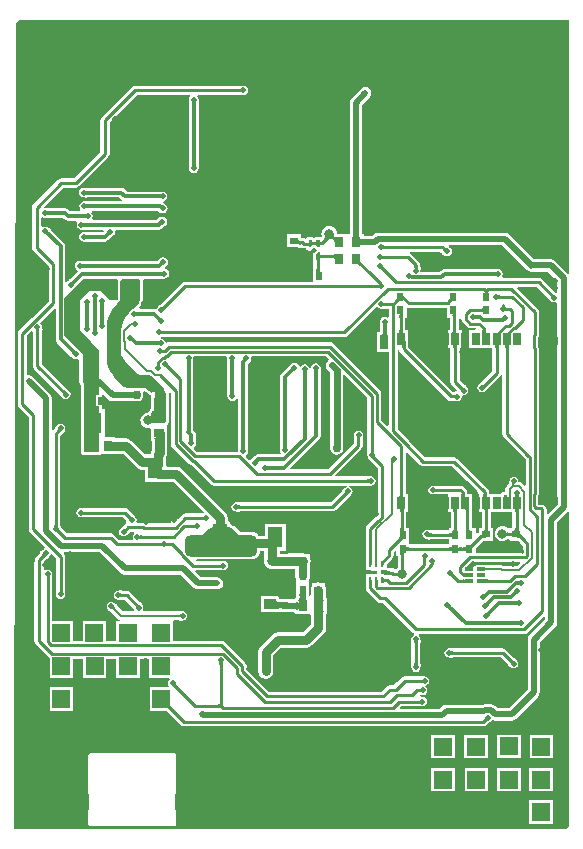
<source format=gbl>
G04*
G04 #@! TF.GenerationSoftware,Altium Limited,Altium Designer,18.0.7 (293)*
G04*
G04 Layer_Physical_Order=2*
G04 Layer_Color=16711680*
%FSLAX25Y25*%
%MOIN*%
G70*
G01*
G75*
%ADD11C,0.01000*%
%ADD17C,0.00700*%
%ADD27C,0.03150*%
%ADD44R,0.03543X0.03150*%
%ADD45R,0.02362X0.02953*%
%ADD46R,0.03150X0.03543*%
%ADD54R,0.02520X0.02362*%
%ADD59R,0.05118X0.07087*%
%ADD60R,0.03937X0.03543*%
%ADD64R,0.02362X0.02520*%
%ADD121C,0.00800*%
%ADD122C,0.01200*%
%ADD123C,0.01500*%
%ADD125C,0.02000*%
%ADD128C,0.03000*%
%ADD130C,0.00900*%
%ADD139O,0.04331X0.08661*%
%ADD140O,0.05118X0.10236*%
%ADD141R,0.05906X0.05906*%
%ADD142R,0.05906X0.05906*%
%ADD143C,0.02063*%
%ADD144C,0.02165*%
%ADD145C,0.01968*%
%ADD146C,0.03000*%
%ADD147C,0.03200*%
%ADD148C,0.02500*%
%ADD149C,0.03720*%
%ADD150C,0.03720*%
%ADD151R,0.02677X0.03937*%
%ADD152R,0.05276X0.04134*%
%ADD153R,0.07638X0.04134*%
%ADD154R,0.07087X0.04134*%
%ADD155R,0.02756X0.04724*%
%ADD156R,0.24016X0.06299*%
G04:AMPARAMS|DCode=157|XSize=70.87mil|YSize=240.16mil|CornerRadius=17.72mil|HoleSize=0mil|Usage=FLASHONLY|Rotation=90.000|XOffset=0mil|YOffset=0mil|HoleType=Round|Shape=RoundedRectangle|*
%AMROUNDEDRECTD157*
21,1,0.07087,0.20473,0,0,90.0*
21,1,0.03543,0.24016,0,0,90.0*
1,1,0.03543,0.10236,0.01772*
1,1,0.03543,0.10236,-0.01772*
1,1,0.03543,-0.10236,-0.01772*
1,1,0.03543,-0.10236,0.01772*
%
%ADD157ROUNDEDRECTD157*%
%ADD158R,0.02953X0.01181*%
%ADD159R,0.00984X0.02165*%
%ADD160R,0.00787X0.02165*%
%ADD161R,0.02362X0.01181*%
%ADD162R,0.00100X0.00100*%
%ADD163C,0.02200*%
%ADD164C,0.00200*%
%ADD165C,0.02800*%
%ADD166R,0.04676X0.03952*%
G36*
X68872Y272455D02*
X68857Y272423D01*
X68844Y272380D01*
X68832Y272328D01*
X68822Y272267D01*
X68808Y272113D01*
X68801Y271920D01*
X68800Y271809D01*
X67600D01*
X67599Y271920D01*
X67578Y272267D01*
X67568Y272328D01*
X67556Y272380D01*
X67543Y272423D01*
X67528Y272455D01*
X67511Y272477D01*
X68889D01*
X68872Y272455D01*
D02*
G37*
G36*
X68801Y251700D02*
X68822Y251354D01*
X68832Y251292D01*
X68844Y251240D01*
X68857Y251198D01*
X68872Y251165D01*
X68889Y251143D01*
X67511D01*
X67528Y251165D01*
X67543Y251198D01*
X67556Y251240D01*
X67568Y251292D01*
X67578Y251354D01*
X67592Y251507D01*
X67599Y251700D01*
X67600Y251811D01*
X68800D01*
X68801Y251700D01*
D02*
G37*
G36*
X32185Y242932D02*
X32217Y242917D01*
X32260Y242904D01*
X32312Y242892D01*
X32373Y242882D01*
X32527Y242868D01*
X32720Y242861D01*
X32831Y242860D01*
Y241660D01*
X32720Y241659D01*
X32373Y241638D01*
X32312Y241628D01*
X32260Y241616D01*
X32217Y241603D01*
X32185Y241588D01*
X32163Y241571D01*
Y242949D01*
X32185Y242932D01*
D02*
G37*
G36*
X57037Y240291D02*
X57015Y240308D01*
X56982Y240323D01*
X56940Y240336D01*
X56888Y240348D01*
X56827Y240358D01*
X56673Y240372D01*
X56480Y240379D01*
X56369Y240380D01*
Y241580D01*
X56480Y241581D01*
X56827Y241602D01*
X56888Y241612D01*
X56940Y241624D01*
X56982Y241637D01*
X57015Y241652D01*
X57037Y241669D01*
Y240291D01*
D02*
G37*
G36*
X32285Y238392D02*
X32318Y238377D01*
X32360Y238364D01*
X32412Y238352D01*
X32473Y238342D01*
X32627Y238328D01*
X32820Y238321D01*
X32931Y238320D01*
Y237120D01*
X32820Y237119D01*
X32473Y237098D01*
X32412Y237088D01*
X32360Y237076D01*
X32318Y237063D01*
X32285Y237048D01*
X32263Y237031D01*
Y238409D01*
X32285Y238392D01*
D02*
G37*
G36*
X19325Y236092D02*
X19357Y236077D01*
X19400Y236064D01*
X19452Y236052D01*
X19513Y236042D01*
X19667Y236028D01*
X19860Y236021D01*
X19971Y236020D01*
Y234820D01*
X19860Y234819D01*
X19513Y234798D01*
X19452Y234788D01*
X19400Y234776D01*
X19357Y234763D01*
X19325Y234748D01*
X19303Y234731D01*
Y236109D01*
X19325Y236092D01*
D02*
G37*
G36*
X32137Y233791D02*
X32115Y233808D01*
X32083Y233823D01*
X32040Y233836D01*
X31988Y233848D01*
X31927Y233858D01*
X31773Y233872D01*
X31580Y233879D01*
X31469Y233880D01*
Y235080D01*
X31580Y235081D01*
X31927Y235102D01*
X31988Y235112D01*
X32040Y235124D01*
X32083Y235137D01*
X32115Y235152D01*
X32137Y235169D01*
Y233791D01*
D02*
G37*
G36*
X57503Y231608D02*
X57471Y231609D01*
X57433Y231601D01*
X57390Y231584D01*
X57342Y231558D01*
X57289Y231524D01*
X57230Y231482D01*
X57098Y231370D01*
X56945Y231224D01*
X56261Y232238D01*
X56340Y232317D01*
X56679Y232701D01*
X56685Y232717D01*
X57503Y231608D01*
D02*
G37*
G36*
X31425Y232232D02*
X31457Y232217D01*
X31500Y232204D01*
X31552Y232192D01*
X31613Y232182D01*
X31767Y232168D01*
X31960Y232161D01*
X32071Y232160D01*
Y230960D01*
X31960Y230959D01*
X31613Y230938D01*
X31552Y230928D01*
X31500Y230916D01*
X31457Y230903D01*
X31425Y230888D01*
X31403Y230871D01*
Y232249D01*
X31425Y232232D01*
D02*
G37*
G36*
X114829Y228364D02*
X114840Y228236D01*
X114864Y228108D01*
X114901Y227981D01*
X114951Y227855D01*
X115014Y227730D01*
X115090Y227605D01*
X115180Y227481D01*
X115282Y227358D01*
X115398Y227235D01*
X115097Y226915D01*
Y225415D01*
X115090Y225556D01*
X115069Y225698D01*
X115033Y225839D01*
X114984Y225980D01*
X114920Y226122D01*
X114842Y226263D01*
X114750Y226405D01*
X114644Y226546D01*
X114557Y226649D01*
X114466Y226724D01*
X114342Y226812D01*
X114218Y226886D01*
X114093Y226946D01*
X113967Y226992D01*
X113841Y227024D01*
X113714Y227043D01*
X113587Y227047D01*
X113554Y227045D01*
X113542Y227041D01*
X113422Y226996D01*
X113302Y226943D01*
X113182Y226880D01*
X113062Y226809D01*
X112943Y226729D01*
X112703Y226542D01*
X112583Y226436D01*
X112464Y226321D01*
X111474Y226746D01*
X111591Y226871D01*
X111691Y226994D01*
X111772Y227115D01*
X111836Y227234D01*
X111882Y227352D01*
X111910Y227467D01*
X111920Y227581D01*
X111913Y227693D01*
X111887Y227803D01*
X111844Y227910D01*
X113547Y227131D01*
X114390Y228025D01*
Y228243D01*
X114496Y228138D01*
X114831Y228493D01*
X114829Y228364D01*
D02*
G37*
G36*
X19668Y229382D02*
X19680Y229349D01*
X19701Y229310D01*
X19729Y229265D01*
X19766Y229214D01*
X19864Y229096D01*
X19996Y228954D01*
X20074Y228875D01*
X19225Y228027D01*
X19146Y228104D01*
X18886Y228334D01*
X18835Y228371D01*
X18790Y228399D01*
X18751Y228420D01*
X18718Y228432D01*
X18690Y228436D01*
X19664Y229410D01*
X19668Y229382D01*
D02*
G37*
G36*
X102778Y226625D02*
X102809Y226540D01*
X102860Y226465D01*
X102931Y226400D01*
X103022Y226345D01*
X103133Y226300D01*
X103265Y226265D01*
X103416Y226240D01*
X103588Y226225D01*
X103779Y226220D01*
Y225664D01*
Y224664D01*
X102779Y225087D01*
X102767Y226164D01*
X102772Y226127D01*
X102767Y226720D01*
X102778Y226625D01*
D02*
G37*
G36*
X110152Y223964D02*
X109652D01*
X108951Y224664D01*
Y226364D01*
X110152D01*
Y223964D01*
D02*
G37*
G36*
X107592Y224664D02*
X106892Y223964D01*
X106392D01*
Y226364D01*
X107592D01*
Y224664D01*
D02*
G37*
G36*
X131224Y224773D02*
X131272Y224741D01*
X131327Y224713D01*
X131389Y224688D01*
X131459Y224667D01*
X131537Y224650D01*
X131621Y224637D01*
X131713Y224628D01*
X131918Y224620D01*
Y223620D01*
X131812Y223618D01*
X131621Y223603D01*
X131537Y223590D01*
X131459Y223573D01*
X131389Y223552D01*
X131327Y223527D01*
X131272Y223499D01*
X131224Y223467D01*
X131183Y223431D01*
Y224809D01*
X131224Y224773D01*
D02*
G37*
G36*
X151902Y223866D02*
X152048Y223746D01*
X152118Y223699D01*
X152185Y223661D01*
X152250Y223632D01*
X152312Y223612D01*
X152372Y223601D01*
X152430Y223598D01*
X152485Y223605D01*
X151712Y222464D01*
X151700Y222509D01*
X151682Y222557D01*
X151656Y222609D01*
X151624Y222664D01*
X151584Y222723D01*
X151483Y222852D01*
X151422Y222922D01*
X151278Y223073D01*
X151825Y223939D01*
X151902Y223866D01*
D02*
G37*
G36*
X179258Y216538D02*
X179920Y216096D01*
X180700Y215941D01*
X186235D01*
X189378Y212798D01*
Y208898D01*
X188916Y208706D01*
X184211Y213412D01*
X183714Y213744D01*
X183129Y213860D01*
X171130D01*
X170863Y214360D01*
X171047Y214636D01*
X171171Y215260D01*
X171047Y215884D01*
X170694Y216413D01*
X170164Y216767D01*
X169540Y216891D01*
X151749D01*
X151125Y216767D01*
X150595Y216413D01*
X149918Y215736D01*
X143915D01*
X143598Y216122D01*
X143629Y216280D01*
Y216436D01*
X143705Y216535D01*
X143713Y216566D01*
X143731Y216593D01*
X143764Y216757D01*
X143807Y216919D01*
X143802Y216951D01*
X143809Y216983D01*
X143776Y217147D01*
X143753Y217314D01*
X143737Y217341D01*
X143731Y217373D01*
X143638Y217513D01*
X143634Y217519D01*
X143633Y217525D01*
X143630Y217540D01*
X143629Y217552D01*
Y218000D01*
X143513Y218585D01*
X143181Y219081D01*
X140501Y221761D01*
X140005Y222093D01*
X140066Y222591D01*
X150304D01*
X150712Y222184D01*
X150759Y222123D01*
X150759Y222122D01*
X150767Y222106D01*
X150775Y222096D01*
X150778Y222091D01*
X150785Y222083D01*
X150786Y222081D01*
X150796Y222061D01*
X150860Y221904D01*
X150881Y221882D01*
X150894Y221854D01*
X151020Y221741D01*
X151139Y221621D01*
X151167Y221609D01*
X151190Y221588D01*
X151350Y221532D01*
X151423Y221501D01*
X151833Y221227D01*
X152418Y221111D01*
X152680D01*
X153265Y221227D01*
X153761Y221559D01*
X154093Y222055D01*
X154209Y222640D01*
X154093Y223225D01*
X153761Y223721D01*
X153426Y223946D01*
X153425Y223947D01*
X153375Y224102D01*
X153351Y224131D01*
X153337Y224165D01*
X153223Y224281D01*
X153149Y224367D01*
X153178Y224550D01*
X153312Y224867D01*
X170929D01*
X179258Y216538D01*
D02*
G37*
G36*
X115097Y220064D02*
X115087Y220159D01*
X115057Y220244D01*
X115007Y220319D01*
X114937Y220384D01*
X114847Y220439D01*
X114737Y220484D01*
X114607Y220519D01*
X114457Y220544D01*
X114287Y220559D01*
X114097Y220564D01*
Y221564D01*
X114287Y221567D01*
X114607Y221594D01*
X114737Y221618D01*
X114847Y221649D01*
X114937Y221686D01*
X115007Y221730D01*
X115057Y221781D01*
X115087Y221839D01*
X115097Y221903D01*
Y220064D01*
D02*
G37*
G36*
X130904Y221333D02*
X130952Y221301D01*
X131007Y221273D01*
X131070Y221248D01*
X131139Y221227D01*
X131217Y221210D01*
X131301Y221197D01*
X131393Y221188D01*
X131598Y221180D01*
Y220180D01*
X131492Y220178D01*
X131301Y220163D01*
X131217Y220150D01*
X131139Y220133D01*
X131070Y220112D01*
X131007Y220087D01*
X130952Y220059D01*
X130904Y220027D01*
X130863Y219991D01*
Y221369D01*
X130904Y221333D01*
D02*
G37*
G36*
X110152Y219864D02*
X108951D01*
Y221864D01*
X109652Y222564D01*
X110152D01*
Y219864D01*
D02*
G37*
G36*
X57803Y218028D02*
X57771Y218029D01*
X57733Y218021D01*
X57690Y218004D01*
X57642Y217979D01*
X57589Y217944D01*
X57530Y217902D01*
X57398Y217790D01*
X57245Y217644D01*
X56561Y218657D01*
X56640Y218737D01*
X56980Y219121D01*
X56985Y219137D01*
X57803Y218028D01*
D02*
G37*
G36*
X123667Y219722D02*
X123640Y219631D01*
X123641Y219525D01*
X123670Y219405D01*
X123728Y219271D01*
X123814Y219122D01*
X123929Y218959D01*
X124071Y218782D01*
X124441Y218384D01*
X123734Y217677D01*
X123528Y217876D01*
X123159Y218190D01*
X122996Y218304D01*
X122847Y218390D01*
X122713Y218448D01*
X122593Y218477D01*
X122488Y218478D01*
X122397Y218451D01*
X122320Y218396D01*
X123722Y219798D01*
X123667Y219722D01*
D02*
G37*
G36*
X30905Y218612D02*
X30937Y218597D01*
X30980Y218584D01*
X31032Y218572D01*
X31093Y218562D01*
X31247Y218548D01*
X31440Y218541D01*
X31551Y218540D01*
Y217340D01*
X31440Y217339D01*
X31093Y217318D01*
X31032Y217308D01*
X30980Y217296D01*
X30937Y217283D01*
X30905Y217268D01*
X30883Y217251D01*
Y218629D01*
X30905Y218612D01*
D02*
G37*
G36*
X142602Y217612D02*
X142617Y217421D01*
X142630Y217337D01*
X142647Y217259D01*
X142668Y217190D01*
X142693Y217127D01*
X142721Y217072D01*
X142753Y217024D01*
X142789Y216983D01*
X141411D01*
X141447Y217024D01*
X141479Y217072D01*
X141507Y217127D01*
X141532Y217190D01*
X141553Y217259D01*
X141570Y217337D01*
X141583Y217421D01*
X141592Y217513D01*
X141600Y217718D01*
X142600D01*
X142602Y217612D01*
D02*
G37*
G36*
X110056Y216500D02*
X110072Y216328D01*
X110097Y216177D01*
X110132Y216046D01*
X110177Y215934D01*
X110231Y215843D01*
X110296Y215772D01*
X110371Y215721D01*
X110457Y215690D01*
X110552Y215680D01*
X108875Y215691D01*
X108908Y215702D01*
X108938Y215732D01*
X108965Y215781D01*
X108988Y215851D01*
X109007Y215942D01*
X109023Y216052D01*
X109044Y216332D01*
X109052Y216691D01*
X110052D01*
X110056Y216500D01*
D02*
G37*
G36*
X193240Y215373D02*
X192740Y215204D01*
X188522Y219422D01*
X187860Y219864D01*
X187080Y220019D01*
X181545D01*
X173216Y228348D01*
X172554Y228790D01*
X171774Y228945D01*
X129611D01*
X129611Y228945D01*
X128831Y228790D01*
X128170Y228348D01*
X128170Y228348D01*
X127644Y227823D01*
X124746D01*
Y228555D01*
X124211D01*
Y271427D01*
X126762Y273978D01*
X127204Y274640D01*
X127359Y275420D01*
X127204Y276200D01*
X126762Y276862D01*
X126100Y277304D01*
X125320Y277459D01*
X124540Y277304D01*
X123878Y276862D01*
X120730Y273713D01*
X120288Y273052D01*
X120132Y272271D01*
Y228555D01*
X119597D01*
Y228555D01*
X119235D01*
Y228555D01*
X115896D01*
X115857Y228600D01*
X115769Y229272D01*
X115509Y229899D01*
X115096Y230436D01*
X114558Y230849D01*
X113932Y231108D01*
X113260Y231197D01*
X112588Y231108D01*
X111961Y230849D01*
X111424Y230436D01*
X111011Y229899D01*
X110751Y229272D01*
X110663Y228600D01*
X110751Y227928D01*
X110845Y227701D01*
X110594Y227371D01*
X110524Y227309D01*
X110152Y227383D01*
X108951D01*
X108561Y227306D01*
X108272Y227112D01*
X107983Y227306D01*
X107592Y227383D01*
X106392D01*
X106002Y227306D01*
X105672Y227085D01*
X105375Y226803D01*
X105064Y227007D01*
X104877Y227133D01*
X104291Y227249D01*
X103791D01*
Y228437D01*
X99272D01*
Y224075D01*
X102555D01*
X103382Y223725D01*
X103386Y223724D01*
X103389Y223722D01*
X103581Y223684D01*
X103772Y223644D01*
X103776Y223645D01*
X103779Y223644D01*
X103971Y223682D01*
X104162Y223719D01*
X104166Y223721D01*
X104169Y223722D01*
X104238Y223767D01*
X104262Y223751D01*
X104848Y223634D01*
X105438D01*
X105450Y223573D01*
X105672Y223243D01*
X106002Y223022D01*
X106392Y222944D01*
X106892D01*
X107283Y223022D01*
X107361Y223074D01*
X107322Y223114D01*
X108272Y224064D01*
X109222Y223114D01*
X108272Y222164D01*
X108079Y222357D01*
X108010Y222254D01*
X107932Y221864D01*
Y219864D01*
X108010Y219474D01*
X108022Y219455D01*
Y216704D01*
X107863D01*
Y215804D01*
X107861Y215797D01*
X107863Y215774D01*
Y215736D01*
X107855Y215699D01*
X107863Y215659D01*
Y212549D01*
X65931D01*
X65925Y212553D01*
X65340Y212669D01*
X64755Y212553D01*
X64259Y212221D01*
X56974Y204937D01*
X56957Y204924D01*
X56951Y204921D01*
X56944Y204919D01*
X56780Y204886D01*
X56753Y204868D01*
X56722Y204860D01*
X56588Y204758D01*
X56449Y204665D01*
X56431Y204638D01*
X56405Y204619D01*
X56321Y204474D01*
X56228Y204334D01*
X56222Y204303D01*
X56205Y204275D01*
X56189Y204152D01*
X56079Y204041D01*
X55747Y203545D01*
X55733Y203473D01*
X55524Y203387D01*
X54900Y203511D01*
X50136D01*
X49925Y204011D01*
X49977Y204065D01*
X50028Y204144D01*
X50095Y204210D01*
X50591Y204953D01*
X50630Y205046D01*
X50686Y205130D01*
X51041Y205987D01*
X51060Y206086D01*
X51099Y206178D01*
X51280Y207089D01*
Y207189D01*
X51300Y207288D01*
Y212568D01*
X51287Y212629D01*
X51292Y212691D01*
X51244Y213089D01*
X51393Y213380D01*
X51497Y213508D01*
X51625Y213589D01*
X57229D01*
X57297Y213575D01*
X57360Y213544D01*
X57490Y213537D01*
X57617Y213511D01*
X57687Y213525D01*
X57758Y213521D01*
X57880Y213564D01*
X58005Y213589D01*
X58320D01*
X58944Y213713D01*
X59474Y214067D01*
X59827Y214596D01*
X59951Y215220D01*
X59827Y215844D01*
X59474Y216373D01*
X58944Y216727D01*
X58649Y216786D01*
X58565Y216933D01*
X58532Y217032D01*
X58513Y217296D01*
X58587Y217404D01*
X58676Y217502D01*
X58700Y217567D01*
X58704Y217573D01*
X59114Y217846D01*
X59467Y218376D01*
X59591Y219000D01*
X59467Y219624D01*
X59114Y220153D01*
X58584Y220507D01*
X57960Y220631D01*
X57752D01*
X57128Y220507D01*
X56599Y220153D01*
X56423Y219978D01*
X56380Y219958D01*
X56312Y219883D01*
X56230Y219822D01*
X56212Y219792D01*
X56020Y219575D01*
X56016Y219571D01*
X31271D01*
X31203Y219585D01*
X31140Y219616D01*
X31010Y219623D01*
X30883Y219649D01*
X30813Y219635D01*
X30742Y219639D01*
X30620Y219596D01*
X30495Y219571D01*
X30180D01*
X29556Y219447D01*
X29026Y219093D01*
X28673Y218564D01*
X28549Y217940D01*
X28673Y217316D01*
X29026Y216787D01*
X29318Y216592D01*
X29418Y216006D01*
X29408Y215976D01*
X26978Y213545D01*
X26921Y213507D01*
X26853Y213483D01*
X26757Y213397D01*
X26649Y213325D01*
X26609Y213266D01*
X26556Y213219D01*
X26500Y213102D01*
X26429Y212996D01*
X26206Y212773D01*
X26142Y212677D01*
X25463Y212551D01*
X25381Y212608D01*
Y224350D01*
X25257Y224974D01*
X24904Y225503D01*
X20605Y229802D01*
X20567Y229859D01*
X20543Y229927D01*
X20457Y230023D01*
X20385Y230131D01*
X20326Y230171D01*
X20279Y230224D01*
X20162Y230280D01*
X20056Y230351D01*
X19834Y230574D01*
X19304Y230927D01*
X18680Y231051D01*
X18056Y230927D01*
X17789Y230749D01*
X17289Y231016D01*
Y233770D01*
X17789Y234037D01*
X17976Y233913D01*
X18600Y233789D01*
X18915D01*
X19040Y233764D01*
X19162Y233721D01*
X19233Y233725D01*
X19303Y233711D01*
X19430Y233737D01*
X19560Y233744D01*
X19624Y233775D01*
X19680Y233787D01*
X19715Y233789D01*
X24574D01*
X25036Y233327D01*
X25566Y232973D01*
X26190Y232849D01*
X29035D01*
X29303Y232349D01*
X29193Y232184D01*
X29069Y231560D01*
X29193Y230936D01*
X29546Y230406D01*
X30076Y230053D01*
X30700Y229929D01*
X31015D01*
X31140Y229904D01*
X31262Y229861D01*
X31333Y229865D01*
X31403Y229851D01*
X31530Y229877D01*
X31660Y229884D01*
X31723Y229915D01*
X31780Y229926D01*
X31815Y229929D01*
X37880D01*
X38072Y229467D01*
X37736Y229131D01*
X31540D01*
X30916Y229007D01*
X30386Y228654D01*
X30033Y228124D01*
X29909Y227500D01*
X30033Y226876D01*
X30386Y226346D01*
X30916Y225993D01*
X31540Y225869D01*
X38412D01*
X39036Y225993D01*
X39566Y226346D01*
X40884Y227665D01*
X40924Y227673D01*
X41453Y228027D01*
X41807Y228556D01*
X41931Y229180D01*
X41882Y229429D01*
X42280Y229929D01*
X56432D01*
X57056Y230053D01*
X57586Y230406D01*
X57831Y230651D01*
X57878Y230660D01*
X57989Y230732D01*
X58108Y230788D01*
X58155Y230839D01*
X58213Y230876D01*
X58288Y230984D01*
X58376Y231082D01*
X58400Y231147D01*
X58404Y231153D01*
X58814Y231427D01*
X59167Y231956D01*
X59291Y232580D01*
X59167Y233204D01*
X58814Y233734D01*
X58284Y234087D01*
X57660Y234211D01*
X57452D01*
X56828Y234087D01*
X56299Y233734D01*
X56123Y233558D01*
X56080Y233538D01*
X56012Y233463D01*
X55930Y233402D01*
X55912Y233372D01*
X55752Y233191D01*
X34505D01*
X34237Y233691D01*
X34347Y233856D01*
X34471Y234480D01*
X34347Y235104D01*
X34023Y235589D01*
X34075Y235803D01*
X34212Y236089D01*
X56256D01*
X56498Y235846D01*
X57028Y235493D01*
X57652Y235369D01*
X57860D01*
X58484Y235493D01*
X59013Y235846D01*
X59367Y236376D01*
X59491Y237000D01*
X59367Y237624D01*
X59013Y238154D01*
X58484Y238507D01*
X58444Y238515D01*
X58086Y238874D01*
X58046Y238900D01*
X58152Y239431D01*
X58364Y239473D01*
X58894Y239826D01*
X59247Y240356D01*
X59371Y240980D01*
X59247Y241604D01*
X58894Y242133D01*
X58364Y242487D01*
X57740Y242611D01*
X57425D01*
X57300Y242636D01*
X57178Y242679D01*
X57107Y242675D01*
X57037Y242689D01*
X56910Y242663D01*
X56780Y242656D01*
X56717Y242625D01*
X56660Y242614D01*
X56625Y242611D01*
X45916D01*
X45114Y243413D01*
X44584Y243767D01*
X43960Y243891D01*
X32551D01*
X32484Y243905D01*
X32420Y243936D01*
X32290Y243943D01*
X32163Y243969D01*
X32093Y243955D01*
X32023Y243959D01*
X31900Y243916D01*
X31775Y243891D01*
X31460D01*
X30836Y243767D01*
X30307Y243413D01*
X29953Y242884D01*
X29829Y242260D01*
X29953Y241636D01*
X30307Y241107D01*
X30836Y240753D01*
X31460Y240629D01*
X31775D01*
X31900Y240604D01*
X32023Y240561D01*
X32093Y240565D01*
X32163Y240551D01*
X32290Y240577D01*
X32420Y240584D01*
X32484Y240615D01*
X32540Y240627D01*
X32575Y240629D01*
X43284D01*
X44062Y239851D01*
X44054Y239745D01*
X43898Y239351D01*
X32651D01*
X32583Y239365D01*
X32520Y239396D01*
X32390Y239403D01*
X32263Y239429D01*
X32193Y239415D01*
X32122Y239419D01*
X32000Y239376D01*
X31875Y239351D01*
X31560D01*
X30936Y239227D01*
X30406Y238874D01*
X30053Y238344D01*
X29929Y237720D01*
X30053Y237096D01*
X30376Y236611D01*
X30325Y236397D01*
X30188Y236111D01*
X26866D01*
X26404Y236574D01*
X25874Y236927D01*
X25250Y237051D01*
X19691D01*
X19624Y237065D01*
X19560Y237096D01*
X19430Y237103D01*
X19303Y237129D01*
X19233Y237115D01*
X19162Y237119D01*
X19040Y237076D01*
X18915Y237051D01*
X18600D01*
X18402Y237012D01*
X18156Y237473D01*
X24609Y243926D01*
X28764D01*
X29349Y244042D01*
X29845Y244374D01*
X39658Y254186D01*
X39989Y254682D01*
X40106Y255268D01*
Y265710D01*
X49206Y274811D01*
X66861D01*
X67004Y274441D01*
X67031Y274311D01*
X66693Y273804D01*
X66569Y273180D01*
Y272865D01*
X66544Y272740D01*
X66501Y272618D01*
X66505Y272547D01*
X66491Y272477D01*
X66517Y272350D01*
X66524Y272220D01*
X66555Y272157D01*
X66566Y272099D01*
X66569Y272065D01*
Y251531D01*
X66555Y251464D01*
X66524Y251400D01*
X66517Y251270D01*
X66491Y251143D01*
X66505Y251073D01*
X66501Y251003D01*
X66544Y250880D01*
X66569Y250755D01*
Y250440D01*
X66693Y249816D01*
X67046Y249287D01*
X67576Y248933D01*
X68200Y248809D01*
X68824Y248933D01*
X69353Y249287D01*
X69707Y249816D01*
X69831Y250440D01*
Y250755D01*
X69856Y250880D01*
X69899Y251003D01*
X69895Y251073D01*
X69909Y251143D01*
X69883Y251270D01*
X69876Y251400D01*
X69845Y251464D01*
X69833Y251520D01*
X69831Y251555D01*
Y272089D01*
X69845Y272157D01*
X69876Y272220D01*
X69883Y272350D01*
X69909Y272477D01*
X69895Y272547D01*
X69899Y272618D01*
X69856Y272740D01*
X69831Y272865D01*
Y273180D01*
X69707Y273804D01*
X69369Y274311D01*
X69396Y274441D01*
X69539Y274811D01*
X84660D01*
X85245Y274927D01*
X85741Y275259D01*
X86073Y275755D01*
X86189Y276340D01*
X86073Y276925D01*
X85741Y277421D01*
X85245Y277753D01*
X84660Y277869D01*
X48572D01*
X47987Y277753D01*
X47491Y277421D01*
X37495Y267425D01*
X37163Y266929D01*
X37047Y266344D01*
Y255901D01*
X28130Y246985D01*
X23975D01*
X23390Y246868D01*
X22894Y246536D01*
X14679Y238321D01*
X14347Y237825D01*
X14231Y237240D01*
Y223926D01*
X14347Y223341D01*
X14679Y222845D01*
X19795Y217728D01*
Y206024D01*
X14521Y200750D01*
X14095Y200466D01*
X9959Y196329D01*
X9627Y195833D01*
X9511Y195248D01*
Y171653D01*
X9627Y171068D01*
X9959Y170572D01*
X13130Y167401D01*
Y130000D01*
X13247Y129415D01*
X13578Y128919D01*
X18455Y124042D01*
X18290Y123500D01*
X18255Y123493D01*
X17759Y123161D01*
X17648Y123051D01*
X17525Y123035D01*
X17497Y123018D01*
X17466Y123012D01*
X17326Y122919D01*
X17181Y122835D01*
X17162Y122809D01*
X17135Y122791D01*
X17042Y122652D01*
X16940Y122518D01*
X16932Y122487D01*
X16914Y122460D01*
X16881Y122296D01*
X16879Y122289D01*
X16876Y122283D01*
X16867Y122271D01*
X16859Y122262D01*
X15554Y120957D01*
X15223Y120461D01*
X15106Y119876D01*
Y119466D01*
X15006Y118963D01*
Y92804D01*
X15123Y92219D01*
X15454Y91723D01*
X19746Y87431D01*
X20067Y87217D01*
Y80507D01*
X27973D01*
Y86958D01*
X31127D01*
Y80487D01*
X39033D01*
Y86958D01*
X42247D01*
Y80467D01*
X50153D01*
Y86958D01*
X51082D01*
X51585Y87058D01*
X52506D01*
X53009Y86958D01*
X53327D01*
Y80447D01*
X59945D01*
X60097Y79947D01*
X59999Y79881D01*
X59667Y79385D01*
X59551Y78800D01*
Y78600D01*
X59667Y78014D01*
X59722Y77933D01*
X59454Y77433D01*
X53387D01*
Y69527D01*
X58828D01*
X58867Y69520D01*
X58905Y69527D01*
X59092D01*
X59341Y69317D01*
X63886Y64771D01*
X64382Y64440D01*
X64967Y64324D01*
X164631D01*
X165216Y64440D01*
X165712Y64771D01*
X166604Y65663D01*
X166725Y65687D01*
X167221Y66019D01*
X167553Y66515D01*
X167629Y66546D01*
X167794Y66436D01*
X168575Y66281D01*
X174120D01*
X174900Y66436D01*
X175562Y66878D01*
X182902Y74218D01*
X183344Y74880D01*
X183500Y75660D01*
Y92416D01*
X188698Y97615D01*
X189140Y98276D01*
X189296Y99057D01*
Y132397D01*
X192740Y135842D01*
X193240Y135673D01*
Y31160D01*
X192280Y30200D01*
X8534D01*
X8181Y30554D01*
X8800Y298800D01*
X9760Y299760D01*
X193240D01*
Y215373D01*
D02*
G37*
G36*
X57617Y214531D02*
X57595Y214548D01*
X57563Y214563D01*
X57520Y214576D01*
X57468Y214588D01*
X57407Y214598D01*
X57253Y214612D01*
X57060Y214619D01*
X56949Y214620D01*
Y215820D01*
X57060Y215821D01*
X57407Y215842D01*
X57468Y215852D01*
X57520Y215864D01*
X57563Y215877D01*
X57595Y215892D01*
X57617Y215909D01*
Y214531D01*
D02*
G37*
G36*
X49158Y213500D02*
X49306Y213500D01*
X49596Y213442D01*
X49869Y213329D01*
X50115Y213165D01*
X50220Y213060D01*
X50280Y212568D01*
Y207288D01*
X50099Y206377D01*
X49744Y205520D01*
X49247Y204776D01*
X48900Y204420D01*
Y204420D01*
X47919Y203439D01*
X47582Y203372D01*
X47058Y203022D01*
X46708Y202498D01*
X46641Y202161D01*
X46609Y202129D01*
X45950Y201402D01*
X44861Y199772D01*
X44111Y197961D01*
X43728Y196038D01*
X43680Y195058D01*
Y190030D01*
X43711Y189408D01*
X43953Y188187D01*
X44430Y187037D01*
X45121Y186002D01*
X45540Y185540D01*
X45540Y185540D01*
X48777Y182303D01*
X49051Y182055D01*
X49665Y181645D01*
X50347Y181362D01*
X51071Y181218D01*
X51440Y181200D01*
X51440Y181200D01*
X52082Y181200D01*
X53341Y180949D01*
X54528Y180458D01*
X55595Y179745D01*
X56049Y179291D01*
X56049Y179291D01*
X56049Y179291D01*
X57580Y177760D01*
X57884Y177456D01*
X58363Y176740D01*
X58692Y175944D01*
X58852Y175142D01*
X58860Y174673D01*
Y174670D01*
X58860Y174670D01*
X58860Y174670D01*
X58860Y166130D01*
X58805Y165873D01*
X58682Y165738D01*
X58545Y165613D01*
X58304Y165560D01*
X54460D01*
X53966Y166054D01*
X53924Y166117D01*
X53895Y166187D01*
X53880Y166262D01*
Y167175D01*
X53711Y167650D01*
X53810Y167600D01*
X53880Y167577D01*
Y168275D01*
X53956Y168657D01*
X54105Y169018D01*
X54322Y169342D01*
X54460Y169480D01*
X54460Y169480D01*
X54877Y169426D01*
X54893Y169489D01*
X54927Y169699D01*
X54955Y169969D01*
X55010Y171139D01*
X55020Y172219D01*
X58020D01*
X58023Y171649D01*
X58040Y171340D01*
X58081Y171408D01*
X58308Y172367D01*
X58232Y173349D01*
X57861Y174262D01*
X57230Y175019D01*
X56399Y175549D01*
X55446Y175800D01*
X54462Y175750D01*
X53987Y175613D01*
X53987Y175613D01*
X53500Y176100D01*
X53360Y176281D01*
X53031Y176597D01*
X52647Y176843D01*
X52223Y177009D01*
X52000Y177060D01*
X52000Y177060D01*
X52000Y177060D01*
X52000Y177060D01*
X46880D01*
X46576Y177040D01*
X45973Y177119D01*
X45396Y177315D01*
X45021Y177532D01*
X44640Y177820D01*
Y177820D01*
X41668Y180792D01*
X41109Y181351D01*
X40232Y182663D01*
X39628Y184122D01*
X39320Y185671D01*
Y186460D01*
Y197755D01*
Y198717D01*
X39695Y200604D01*
X40431Y202381D01*
X41500Y203980D01*
X42180Y204660D01*
X42472Y204983D01*
X42956Y205706D01*
X43039Y205908D01*
X43119Y205941D01*
X43259Y206081D01*
X43267Y206100D01*
X43460Y206520D01*
Y206521D01*
X43466Y207304D01*
X43480Y207799D01*
Y209140D01*
X43460Y209632D01*
Y212223D01*
X43523Y212539D01*
X43646Y212837D01*
X43826Y213106D01*
X44007Y213287D01*
X44163Y213391D01*
X44337Y213463D01*
X44522Y213500D01*
X44616Y213500D01*
X44616Y213500D01*
X49158Y213500D01*
D02*
G37*
G36*
X28754Y212165D02*
X28675Y212086D01*
X28446Y211826D01*
X28409Y211775D01*
X28381Y211730D01*
X28360Y211691D01*
X28348Y211658D01*
X28344Y211630D01*
X27370Y212604D01*
X27398Y212608D01*
X27431Y212620D01*
X27470Y212641D01*
X27515Y212669D01*
X27566Y212706D01*
X27684Y212804D01*
X27826Y212936D01*
X27905Y213014D01*
X28754Y212165D01*
D02*
G37*
G36*
X131033Y211894D02*
X129877Y211572D01*
Y210331D01*
X129836Y210367D01*
X129788Y210399D01*
X129733Y210427D01*
X129671Y210452D01*
X129601Y210473D01*
X129523Y210490D01*
X129439Y210503D01*
X129347Y210512D01*
X129142Y210520D01*
Y211520D01*
X129248Y211522D01*
X129439Y211537D01*
X129523Y211550D01*
X129601Y211567D01*
X129671Y211588D01*
X129733Y211613D01*
X129770Y211632D01*
X129770Y211675D01*
X129758Y211730D01*
X129736Y211788D01*
X129704Y211851D01*
X129662Y211917D01*
X129608Y211986D01*
X129545Y212060D01*
X129471Y212138D01*
X130277Y212746D01*
X131033Y211894D01*
D02*
G37*
G36*
X169584Y208273D02*
X169632Y208241D01*
X169687Y208213D01*
X169749Y208188D01*
X169819Y208167D01*
X169897Y208150D01*
X169981Y208137D01*
X170073Y208128D01*
X170278Y208120D01*
Y207120D01*
X170172Y207118D01*
X169981Y207103D01*
X169897Y207090D01*
X169819Y207073D01*
X169749Y207052D01*
X169687Y207027D01*
X169632Y206999D01*
X169584Y206967D01*
X169543Y206931D01*
Y208309D01*
X169584Y208273D01*
D02*
G37*
G36*
X35852Y207256D02*
X35841Y207226D01*
X35831Y207185D01*
X35823Y207135D01*
X35810Y207003D01*
X35801Y206730D01*
X35800Y206618D01*
X34600Y206494D01*
X34599Y206605D01*
X34573Y206950D01*
X34561Y207013D01*
X34546Y207065D01*
X34530Y207107D01*
X34511Y207140D01*
X34490Y207163D01*
X35864Y207275D01*
X35852Y207256D01*
D02*
G37*
G36*
X42800Y213000D02*
Y206540D01*
X42660Y206400D01*
X40320D01*
X36880Y209840D01*
X33440D01*
X29860Y206260D01*
Y196440D01*
X36640Y189660D01*
X36600Y189620D01*
Y174700D01*
X35491D01*
Y170980D01*
X36600D01*
Y168975D01*
X36808Y168952D01*
X36600Y168953D01*
Y161913D01*
X37033Y161914D01*
X36748Y161883D01*
X36600Y161830D01*
Y156223D01*
X36560Y155740D01*
X31520D01*
Y188100D01*
X24980Y194640D01*
Y206920D01*
X31380Y213320D01*
X42320D01*
X42800Y213000D01*
D02*
G37*
G36*
X154812Y206124D02*
X154745Y206171D01*
X154664Y206192D01*
X154569Y206187D01*
X154459Y206155D01*
X154335Y206098D01*
X154197Y206014D01*
X154045Y205904D01*
X153879Y205768D01*
X153505Y205417D01*
X152797Y206124D01*
X152986Y206318D01*
X153284Y206665D01*
X153394Y206817D01*
X153478Y206955D01*
X153536Y207079D01*
X153567Y207188D01*
X153572Y207283D01*
X153552Y207365D01*
X153505Y207432D01*
X154812Y206124D01*
D02*
G37*
G36*
X137179D02*
X137101Y206181D01*
X137009Y206209D01*
X136903D01*
X136783Y206181D01*
X136648Y206124D01*
X136500Y206039D01*
X136337Y205926D01*
X136161Y205785D01*
X135765Y205417D01*
X135057Y206124D01*
X135256Y206329D01*
X135567Y206697D01*
X135680Y206859D01*
X135765Y207008D01*
X135821Y207142D01*
X135849Y207263D01*
Y207369D01*
X135821Y207461D01*
X135765Y207538D01*
X137179Y206124D01*
D02*
G37*
G36*
X138099Y208366D02*
X138121Y208225D01*
X138157Y208085D01*
X138207Y207944D01*
X138272Y207803D01*
X138351Y207661D01*
X138445Y207519D01*
X138552Y207377D01*
X138674Y207234D01*
X138810Y207091D01*
Y205677D01*
X138722Y205762D01*
X138558Y205905D01*
X138482Y205963D01*
X138410Y206012D01*
X138341Y206053D01*
X138276Y206084D01*
X138214Y206106D01*
X138157Y206120D01*
X138103Y206124D01*
X138091Y208505D01*
X138099Y208366D01*
D02*
G37*
G36*
X38376Y205435D02*
X38361Y205402D01*
X38348Y205360D01*
X38336Y205308D01*
X38326Y205246D01*
X38312Y205093D01*
X38305Y204900D01*
X38304Y204789D01*
X37104D01*
X37103Y204900D01*
X37082Y205246D01*
X37072Y205308D01*
X37061Y205360D01*
X37047Y205402D01*
X37032Y205435D01*
X37015Y205457D01*
X38393D01*
X38376Y205435D01*
D02*
G37*
G36*
X33205Y205002D02*
X33186Y204979D01*
X33170Y204947D01*
X33155Y204904D01*
X33143Y204852D01*
X33132Y204790D01*
X33117Y204637D01*
X33109Y204444D01*
X33108Y204333D01*
X31908Y204376D01*
X31907Y204487D01*
X31879Y204894D01*
X31868Y204946D01*
X31856Y204988D01*
X31842Y205019D01*
X31827Y205041D01*
X33205Y205002D01*
D02*
G37*
G36*
X58531Y203624D02*
X58457Y203547D01*
X58332Y203401D01*
X58282Y203332D01*
X58240Y203266D01*
X58205Y203201D01*
X58178Y203140D01*
X58159Y203081D01*
X58148Y203024D01*
X58144Y202970D01*
X57170Y203944D01*
X57224Y203948D01*
X57281Y203959D01*
X57340Y203978D01*
X57401Y204005D01*
X57466Y204040D01*
X57532Y204082D01*
X57601Y204132D01*
X57673Y204191D01*
X57823Y204331D01*
X58531Y203624D01*
D02*
G37*
G36*
X172072Y203989D02*
X172115Y203950D01*
X172165Y203916D01*
X172223Y203886D01*
X172290Y203861D01*
X172364Y203840D01*
X172446Y203824D01*
X172537Y203812D01*
X172635Y203805D01*
X172741Y203803D01*
X172515Y202803D01*
X172407Y202802D01*
X172129Y202783D01*
X172052Y202772D01*
X171920Y202743D01*
X171865Y202724D01*
X171818Y202703D01*
X171778Y202679D01*
X172038Y204033D01*
X172072Y203989D01*
D02*
G37*
G36*
X164517Y202061D02*
X164506Y202156D01*
X164476Y202241D01*
X164426Y202316D01*
X164355Y202381D01*
X164264Y202436D01*
X164152Y202481D01*
X164021Y202516D01*
X163869Y202541D01*
X163697Y202556D01*
X163505Y202561D01*
Y203561D01*
X163697Y203566D01*
X163869Y203581D01*
X164021Y203606D01*
X164152Y203641D01*
X164264Y203686D01*
X164355Y203741D01*
X164426Y203806D01*
X164476Y203881D01*
X164506Y203966D01*
X164517Y204061D01*
Y202061D01*
D02*
G37*
G36*
X48925Y202552D02*
X48957Y202537D01*
X49000Y202524D01*
X49052Y202512D01*
X49114Y202502D01*
X49267Y202488D01*
X49460Y202481D01*
X49571Y202480D01*
Y201280D01*
X49460Y201279D01*
X49114Y201258D01*
X49052Y201248D01*
X49000Y201236D01*
X48957Y201223D01*
X48925Y201208D01*
X48903Y201191D01*
Y202569D01*
X48925Y202552D01*
D02*
G37*
G36*
X155779Y201587D02*
X155721Y201557D01*
X155670Y201507D01*
X155626Y201437D01*
X155589Y201347D01*
X155559Y201237D01*
X155535Y201107D01*
X155518Y200957D01*
X155508Y200787D01*
X155505Y200597D01*
X154505D01*
X154500Y200787D01*
X154485Y200957D01*
X154460Y201107D01*
X154425Y201237D01*
X154380Y201347D01*
X154325Y201437D01*
X154260Y201507D01*
X154185Y201557D01*
X154100Y201587D01*
X154005Y201597D01*
X155843D01*
X155779Y201587D01*
D02*
G37*
G36*
X137998D02*
X137913Y201557D01*
X137838Y201507D01*
X137773Y201437D01*
X137718Y201347D01*
X137673Y201237D01*
X137638Y201107D01*
X137613Y200957D01*
X137598Y200787D01*
X137593Y200597D01*
X136593D01*
X136588Y200787D01*
X136573Y200957D01*
X136548Y201107D01*
X136513Y201237D01*
X136468Y201347D01*
X136413Y201437D01*
X136348Y201507D01*
X136273Y201557D01*
X136188Y201587D01*
X136093Y201597D01*
X138093D01*
X137998Y201587D01*
D02*
G37*
G36*
X129401Y204184D02*
X129499Y204039D01*
X129995Y203707D01*
X130580Y203591D01*
X130681Y203611D01*
X133063D01*
Y200835D01*
X132563Y200568D01*
X132444Y200647D01*
X131820Y200771D01*
X131196Y200647D01*
X130666Y200293D01*
X130597Y200224D01*
X130244Y199695D01*
X130119Y199071D01*
Y198781D01*
X130089Y198712D01*
X130087Y198634D01*
X130066Y198559D01*
X130082Y198437D01*
X130078Y198315D01*
X130106Y198242D01*
X130106Y198240D01*
X130119Y198060D01*
Y195747D01*
X129303D01*
Y189023D01*
X133063D01*
Y164791D01*
X132602Y164600D01*
X130625Y166576D01*
Y175258D01*
X130509Y175844D01*
X130177Y176340D01*
X114527Y191990D01*
X114031Y192322D01*
X113445Y192438D01*
X59969D01*
X59383Y192322D01*
X59258Y192238D01*
X58702Y192468D01*
X58667Y192644D01*
X58314Y193174D01*
X57784Y193527D01*
X57292Y193625D01*
X57341Y194125D01*
X118162D01*
X118747Y194241D01*
X119244Y194573D01*
X128904Y204233D01*
X129401Y204184D01*
D02*
G37*
G36*
X161921Y201493D02*
X161953Y201472D01*
X161995Y201453D01*
X162047Y201437D01*
X162109Y201424D01*
X162181Y201413D01*
X162353Y201398D01*
X162564Y201393D01*
X162331Y200193D01*
X162219Y200193D01*
X161708Y200161D01*
X161692Y200154D01*
X161898Y201516D01*
X161921Y201493D01*
D02*
G37*
G36*
X56774Y200855D02*
X57034Y200626D01*
X57085Y200589D01*
X57130Y200560D01*
X57169Y200540D01*
X57202Y200528D01*
X57230Y200524D01*
X56256Y199550D01*
X56252Y199578D01*
X56240Y199611D01*
X56220Y199650D01*
X56191Y199695D01*
X56154Y199746D01*
X56056Y199864D01*
X55924Y200006D01*
X55847Y200085D01*
X56695Y200934D01*
X56774Y200855D01*
D02*
G37*
G36*
X171592Y199563D02*
X170449Y199320D01*
X170245Y200520D01*
X170356Y200521D01*
X170621Y200539D01*
X170686Y200549D01*
X170740Y200562D01*
X170783Y200578D01*
X170814Y200595D01*
X170834Y200615D01*
X170843Y200638D01*
X171592Y199563D01*
D02*
G37*
G36*
X38305Y199040D02*
X38326Y198694D01*
X38336Y198632D01*
X38348Y198580D01*
X38361Y198538D01*
X38376Y198505D01*
X38393Y198483D01*
X37015D01*
X37032Y198505D01*
X37047Y198538D01*
X37061Y198580D01*
X37072Y198632D01*
X37082Y198694D01*
X37096Y198847D01*
X37103Y199040D01*
X37104Y199151D01*
X38304D01*
X38305Y199040D01*
D02*
G37*
G36*
X47887Y197885D02*
X47862Y197914D01*
X47827Y197941D01*
X47785Y197964D01*
X47733Y197984D01*
X47672Y198001D01*
X47603Y198015D01*
X47526Y198026D01*
X47344Y198038D01*
X47240Y198040D01*
Y198840D01*
X47344Y198842D01*
X47526Y198854D01*
X47603Y198865D01*
X47672Y198879D01*
X47733Y198896D01*
X47785Y198916D01*
X47827Y198939D01*
X47862Y198966D01*
X47887Y198995D01*
Y197885D01*
D02*
G37*
G36*
X132458Y198390D02*
X132437Y198367D01*
X132419Y198334D01*
X132403Y198292D01*
X132389Y198239D01*
X132377Y198177D01*
X132368Y198105D01*
X132355Y197933D01*
X132351Y197721D01*
X131151Y197828D01*
X131150Y197940D01*
X131118Y198396D01*
X131107Y198437D01*
X131096Y198467D01*
X131083Y198487D01*
X132458Y198390D01*
D02*
G37*
G36*
X33108Y198208D02*
X33109Y198097D01*
X33137Y197690D01*
X33147Y197638D01*
X33160Y197597D01*
X33173Y197565D01*
X33189Y197543D01*
X31811Y197582D01*
X31830Y197605D01*
X31846Y197638D01*
X31861Y197680D01*
X31873Y197732D01*
X31884Y197794D01*
X31899Y197948D01*
X31907Y198140D01*
X31908Y198251D01*
X33108Y198208D01*
D02*
G37*
G36*
X35801Y196755D02*
X35827Y196410D01*
X35839Y196347D01*
X35854Y196295D01*
X35870Y196253D01*
X35889Y196220D01*
X35910Y196197D01*
X34536Y196085D01*
X34548Y196104D01*
X34559Y196134D01*
X34569Y196175D01*
X34577Y196225D01*
X34590Y196357D01*
X34599Y196630D01*
X34600Y196742D01*
X35800Y196866D01*
X35801Y196755D01*
D02*
G37*
G36*
X16693Y196556D02*
X16661Y196508D01*
X16633Y196453D01*
X16608Y196390D01*
X16587Y196321D01*
X16570Y196243D01*
X16557Y196159D01*
X16548Y196067D01*
X16540Y195862D01*
X15540D01*
X15538Y195968D01*
X15523Y196159D01*
X15510Y196243D01*
X15493Y196321D01*
X15472Y196390D01*
X15447Y196453D01*
X15419Y196508D01*
X15387Y196556D01*
X15351Y196597D01*
X16729D01*
X16693Y196556D01*
D02*
G37*
G36*
X165281Y196331D02*
X165296Y196159D01*
X165322Y196008D01*
X165357Y195877D01*
X165401Y195765D01*
X165456Y195674D01*
X165522Y195603D01*
X165596Y195552D01*
X165682Y195521D01*
X165777Y195510D01*
X164272Y195522D01*
X164273Y195533D01*
X164274Y195563D01*
X164277Y196522D01*
X165277D01*
X165281Y196331D01*
D02*
G37*
G36*
X155510Y196330D02*
X155525Y196158D01*
X155550Y196006D01*
X155585Y195875D01*
X155630Y195764D01*
X155685Y195672D01*
X155750Y195602D01*
X155825Y195551D01*
X155910Y195521D01*
X156005Y195510D01*
X154005D01*
X154100Y195521D01*
X154185Y195551D01*
X154260Y195602D01*
X154325Y195672D01*
X154380Y195764D01*
X154425Y195875D01*
X154460Y196006D01*
X154485Y196158D01*
X154500Y196330D01*
X154505Y196522D01*
X155505D01*
X155510Y196330D01*
D02*
G37*
G36*
X137598D02*
X137613Y196158D01*
X137638Y196006D01*
X137673Y195875D01*
X137718Y195764D01*
X137773Y195672D01*
X137838Y195602D01*
X137913Y195551D01*
X137998Y195521D01*
X138093Y195510D01*
X136093D01*
X136188Y195521D01*
X136273Y195551D01*
X136348Y195602D01*
X136413Y195672D01*
X136468Y195764D01*
X136513Y195875D01*
X136548Y196006D01*
X136573Y196158D01*
X136588Y196330D01*
X136593Y196522D01*
X137593D01*
X137598Y196330D01*
D02*
G37*
G36*
X132357Y195705D02*
X132375Y195499D01*
X132405Y195317D01*
X132447Y195159D01*
X132501Y195026D01*
X132567Y194917D01*
X132645Y194832D01*
X132735Y194772D01*
X132837Y194735D01*
X132951Y194723D01*
X130551D01*
X130665Y194735D01*
X130767Y194772D01*
X130857Y194832D01*
X130935Y194917D01*
X131001Y195026D01*
X131055Y195159D01*
X131097Y195317D01*
X131127Y195499D01*
X131145Y195705D01*
X131151Y195935D01*
X132351D01*
X132357Y195705D01*
D02*
G37*
G36*
X47980Y193861D02*
X47995Y193837D01*
X48017Y193807D01*
X48085Y193725D01*
X48249Y193550D01*
X48399Y193397D01*
X47715Y192384D01*
X47636Y192462D01*
X47430Y192642D01*
X47371Y192684D01*
X47318Y192719D01*
X47270Y192744D01*
X47227Y192761D01*
X47189Y192769D01*
X47157Y192768D01*
X47975Y193877D01*
X47980Y193861D01*
D02*
G37*
G36*
X56457Y191331D02*
X56435Y191348D01*
X56402Y191363D01*
X56360Y191376D01*
X56308Y191388D01*
X56247Y191398D01*
X56093Y191412D01*
X55900Y191419D01*
X55789Y191420D01*
Y192620D01*
X55900Y192621D01*
X56247Y192642D01*
X56308Y192652D01*
X56360Y192664D01*
X56402Y192677D01*
X56435Y192692D01*
X56457Y192709D01*
Y191331D01*
D02*
G37*
G36*
X173433Y191611D02*
X173348Y191581D01*
X173273Y191530D01*
X173208Y191460D01*
X173153Y191368D01*
X173108Y191257D01*
X173073Y191126D01*
X173048Y190974D01*
X173033Y190802D01*
X173028Y190610D01*
X172028D01*
X172023Y190802D01*
X172008Y190974D01*
X171983Y191126D01*
X171948Y191257D01*
X171903Y191368D01*
X171848Y191460D01*
X171783Y191530D01*
X171708Y191581D01*
X171623Y191611D01*
X171528Y191621D01*
X173528D01*
X173433Y191611D01*
D02*
G37*
G36*
X169968D02*
X169883Y191581D01*
X169808Y191530D01*
X169743Y191460D01*
X169688Y191368D01*
X169643Y191257D01*
X169608Y191126D01*
X169583Y190974D01*
X169568Y190802D01*
X169563Y190610D01*
X168563D01*
X168558Y190802D01*
X168543Y190974D01*
X168518Y191126D01*
X168483Y191257D01*
X168438Y191368D01*
X168383Y191460D01*
X168318Y191530D01*
X168243Y191581D01*
X168158Y191611D01*
X168063Y191621D01*
X170063D01*
X169968Y191611D01*
D02*
G37*
G36*
X156110D02*
X156025Y191581D01*
X155950Y191530D01*
X155885Y191460D01*
X155830Y191368D01*
X155785Y191257D01*
X155750Y191126D01*
X155725Y190974D01*
X155710Y190802D01*
X155705Y190610D01*
X154705D01*
X154700Y190802D01*
X154685Y190974D01*
X154660Y191126D01*
X154625Y191257D01*
X154580Y191368D01*
X154525Y191460D01*
X154460Y191530D01*
X154385Y191581D01*
X154300Y191611D01*
X154205Y191621D01*
X156205D01*
X156110Y191611D01*
D02*
G37*
G36*
X138579Y191610D02*
X138578Y191600D01*
X138577Y191569D01*
X138574Y190610D01*
X137574D01*
X137569Y190801D01*
X137554Y190972D01*
X137529Y191124D01*
X137494Y191255D01*
X137449Y191367D01*
X137394Y191458D01*
X137329Y191529D01*
X137254Y191580D01*
X137169Y191611D01*
X137074Y191621D01*
X138579Y191610D01*
D02*
G37*
G36*
X57720Y189942D02*
X57750Y189925D01*
X57791Y189910D01*
X57842Y189897D01*
X57903Y189885D01*
X57974Y189876D01*
X58146Y189864D01*
X58358Y189860D01*
Y188860D01*
X58247Y188859D01*
X57903Y188835D01*
X57842Y188823D01*
X57791Y188810D01*
X57750Y188795D01*
X57720Y188778D01*
X57699Y188758D01*
Y189962D01*
X57720Y189942D01*
D02*
G37*
G36*
X28354Y189636D02*
X28614Y189406D01*
X28665Y189369D01*
X28710Y189340D01*
X28749Y189320D01*
X28782Y189308D01*
X28810Y189304D01*
X27836Y188330D01*
X27832Y188358D01*
X27820Y188391D01*
X27799Y188430D01*
X27771Y188475D01*
X27734Y188526D01*
X27636Y188644D01*
X27505Y188786D01*
X27426Y188865D01*
X28275Y189714D01*
X28354Y189636D01*
D02*
G37*
G36*
X81687Y186296D02*
X81669Y186274D01*
X81652Y186241D01*
X81638Y186198D01*
X81625Y186146D01*
X81614Y186084D01*
X81599Y185931D01*
X81591Y185738D01*
X81590Y185627D01*
X80390Y185673D01*
X80389Y185785D01*
X80361Y186192D01*
X80351Y186243D01*
X80339Y186285D01*
X80325Y186317D01*
X80310Y186338D01*
X81687Y186296D01*
D02*
G37*
G36*
X101690Y182876D02*
X101662Y182872D01*
X101629Y182860D01*
X101590Y182840D01*
X101545Y182811D01*
X101494Y182774D01*
X101376Y182676D01*
X101234Y182545D01*
X101155Y182466D01*
X100306Y183315D01*
X100384Y183394D01*
X100614Y183654D01*
X100651Y183705D01*
X100680Y183750D01*
X100700Y183789D01*
X100712Y183822D01*
X100716Y183850D01*
X101690Y182876D01*
D02*
G37*
G36*
X105792Y182615D02*
X105777Y182582D01*
X105764Y182540D01*
X105752Y182488D01*
X105742Y182427D01*
X105728Y182273D01*
X105721Y182080D01*
X105720Y181969D01*
X104520D01*
X104519Y182080D01*
X104498Y182427D01*
X104488Y182488D01*
X104476Y182540D01*
X104463Y182582D01*
X104448Y182615D01*
X104431Y182637D01*
X105809D01*
X105792Y182615D01*
D02*
G37*
G36*
X157493Y177577D02*
X157639Y177452D01*
X157708Y177402D01*
X157774Y177359D01*
X157839Y177325D01*
X157900Y177298D01*
X157959Y177279D01*
X158016Y177268D01*
X158070Y177264D01*
X157096Y176290D01*
X157092Y176344D01*
X157081Y176401D01*
X157062Y176460D01*
X157035Y176521D01*
X157001Y176586D01*
X156958Y176652D01*
X156908Y176721D01*
X156849Y176793D01*
X156709Y176944D01*
X157416Y177651D01*
X157493Y177577D01*
D02*
G37*
G36*
X139724Y203941D02*
X152493D01*
Y200585D01*
X153475D01*
Y196535D01*
X152866D01*
Y191425D01*
X152960D01*
X152866Y191415D01*
Y190597D01*
X153675D01*
Y179155D01*
X153792Y178570D01*
X154123Y178074D01*
X155744Y176453D01*
X155642Y176181D01*
X155500Y175990D01*
X155402Y175989D01*
X155233Y175998D01*
X155204Y175988D01*
X155174Y175988D01*
X155018Y175922D01*
X155015Y175921D01*
X155015D01*
X154969Y175910D01*
X154965Y175910D01*
X154962Y175909D01*
X154922Y175900D01*
X154845Y175895D01*
X154440D01*
X139604Y190731D01*
Y192744D01*
X139591Y192809D01*
Y196535D01*
X138622D01*
Y200585D01*
X139115D01*
Y203552D01*
X139118Y203566D01*
X139615Y203962D01*
X139724Y203941D01*
D02*
G37*
G36*
X81590Y175807D02*
X81591Y175695D01*
X81619Y175288D01*
X81629Y175236D01*
X81641Y175195D01*
X81655Y175163D01*
X81670Y175142D01*
X80293Y175184D01*
X80311Y175206D01*
X80328Y175239D01*
X80342Y175282D01*
X80355Y175334D01*
X80366Y175396D01*
X80381Y175549D01*
X80389Y175742D01*
X80390Y175853D01*
X81590Y175807D01*
D02*
G37*
G36*
X157310Y200141D02*
Y200118D01*
X157427Y199533D01*
X157758Y199037D01*
X159292Y197503D01*
X159788Y197172D01*
X160373Y197055D01*
X162135D01*
X162149Y197035D01*
X161881Y196535D01*
X159795D01*
Y190597D01*
X167534D01*
Y182697D01*
X163139Y178301D01*
X162807Y177805D01*
X162691Y177220D01*
X162807Y176635D01*
X163139Y176139D01*
X163635Y175807D01*
X164220Y175691D01*
X164805Y175807D01*
X165301Y176139D01*
X170145Y180982D01*
X170476Y181478D01*
X170498Y181589D01*
X170998Y181540D01*
Y161735D01*
X171115Y161150D01*
X171446Y160654D01*
X178591Y153510D01*
X178772Y153389D01*
Y144766D01*
X178310Y144575D01*
X177403Y145481D01*
X176940Y145791D01*
X176394Y145899D01*
X176371Y146226D01*
X176367Y146280D01*
X176348Y146380D01*
X176259Y146826D01*
X175949Y147289D01*
X175486Y147599D01*
X174940Y147707D01*
X174394Y147599D01*
X173931Y147289D01*
X173707Y147066D01*
X173398Y146603D01*
X173289Y146056D01*
X173289Y146056D01*
Y145368D01*
X172457Y144536D01*
X172148Y144073D01*
X172039Y143526D01*
X172039Y143526D01*
Y142618D01*
X171600D01*
X171418Y142581D01*
X171235Y142550D01*
X171223Y142543D01*
X171210Y142540D01*
X171055Y142437D01*
X170898Y142338D01*
X170890Y142327D01*
X170879Y142319D01*
X170776Y142165D01*
X170669Y142013D01*
X170666Y142000D01*
X170658Y141988D01*
X170623Y141810D01*
X166638D01*
Y142310D01*
X166522Y142895D01*
X166190Y143392D01*
X155988Y153594D01*
X155491Y153926D01*
X154906Y154042D01*
X145281D01*
X140218Y159105D01*
X139934Y159531D01*
X136122Y163342D01*
Y189659D01*
X136622Y189708D01*
X136661Y189512D01*
X136993Y189016D01*
X152725Y173284D01*
X153221Y172952D01*
X153806Y172836D01*
X154507D01*
X154559Y172784D01*
X154594Y172770D01*
X154623Y172746D01*
X154778Y172696D01*
X154928Y172634D01*
X154965Y172635D01*
X155001Y172623D01*
X155163Y172636D01*
X155326Y172637D01*
X155360Y172652D01*
X155398Y172655D01*
X155543Y172729D01*
X155544Y172729D01*
X155940Y172651D01*
X156525Y172767D01*
X157021Y173099D01*
X157353Y173595D01*
X157469Y174180D01*
X157432Y174370D01*
X157857Y174795D01*
X158080Y174751D01*
X158665Y174867D01*
X159161Y175199D01*
X159493Y175695D01*
X159609Y176280D01*
X159493Y176865D01*
X159161Y177361D01*
X159051Y177472D01*
X159035Y177595D01*
X159018Y177623D01*
X159012Y177654D01*
X158919Y177794D01*
X158835Y177939D01*
X158809Y177958D01*
X158791Y177985D01*
X158652Y178078D01*
X158518Y178180D01*
X158487Y178188D01*
X158460Y178206D01*
X158296Y178239D01*
X158289Y178241D01*
X158283Y178244D01*
X158271Y178253D01*
X158262Y178261D01*
X156734Y179789D01*
Y190597D01*
X157335D01*
X157343Y191610D01*
X157544Y191611D01*
Y196535D01*
X156534D01*
Y200217D01*
X156586Y200277D01*
X156810Y200410D01*
X157310Y200141D01*
D02*
G37*
G36*
X155120Y173636D02*
X155086Y173679D01*
X155043Y173718D01*
X154993Y173753D01*
X154934Y173783D01*
X154868Y173808D01*
X154794Y173829D01*
X154711Y173845D01*
X154621Y173856D01*
X154523Y173863D01*
X154417Y173865D01*
X154643Y174865D01*
X154751Y174867D01*
X155029Y174885D01*
X155106Y174896D01*
X155238Y174926D01*
X155293Y174944D01*
X155340Y174966D01*
X155379Y174989D01*
X155120Y173636D01*
D02*
G37*
G36*
X22119Y203369D02*
Y193390D01*
X22243Y192766D01*
X22596Y192236D01*
X26895Y187938D01*
X26933Y187881D01*
X26957Y187813D01*
X27043Y187717D01*
X27115Y187609D01*
X27174Y187569D01*
X27221Y187516D01*
X27338Y187460D01*
X27444Y187389D01*
X27667Y187167D01*
X28196Y186813D01*
X28820Y186689D01*
X29444Y186813D01*
X29491Y186844D01*
X29991Y186577D01*
Y179503D01*
X30185Y178528D01*
X30500Y178056D01*
Y155740D01*
X30578Y155350D01*
X30799Y155019D01*
X31130Y154798D01*
X31520Y154720D01*
X36560D01*
X36715Y154751D01*
X36871Y154769D01*
X36908Y154790D01*
X36950Y154798D01*
X37081Y154886D01*
X37219Y154962D01*
X37246Y154995D01*
X37281Y155019D01*
X37363Y155142D01*
X42044D01*
Y155271D01*
X44489D01*
X49125Y150634D01*
X49952Y150082D01*
X50928Y149888D01*
X51748D01*
X51757Y149887D01*
Y145850D01*
X56365D01*
X56375Y145848D01*
X61319D01*
X71396Y135771D01*
X71205Y135309D01*
X65325D01*
X64740Y135193D01*
X64243Y134861D01*
X62886Y133504D01*
X62276Y133601D01*
X62230Y133670D01*
X61904Y133887D01*
X61520Y133964D01*
X61136Y133887D01*
X60810Y133670D01*
X60593Y133344D01*
X60517Y132960D01*
X60593Y132576D01*
X60600Y132565D01*
X60333Y132065D01*
X51937D01*
X51842Y132129D01*
X51257Y132245D01*
X49288D01*
X48987Y132745D01*
X49069Y133160D01*
X48953Y133745D01*
X48621Y134241D01*
X48511Y134352D01*
X48495Y134475D01*
X48478Y134503D01*
X48472Y134534D01*
X48379Y134674D01*
X48295Y134819D01*
X48269Y134838D01*
X48251Y134865D01*
X48112Y134958D01*
X47978Y135060D01*
X47947Y135068D01*
X47920Y135086D01*
X47756Y135119D01*
X47749Y135121D01*
X47743Y135124D01*
X47731Y135133D01*
X47722Y135141D01*
X46221Y136641D01*
X45725Y136973D01*
X45140Y137089D01*
X30520D01*
X29935Y136973D01*
X29439Y136641D01*
X29107Y136145D01*
X28991Y135560D01*
X29107Y134975D01*
X29439Y134479D01*
X29935Y134147D01*
X30520Y134031D01*
X44506D01*
X45563Y132974D01*
X45576Y132957D01*
X45579Y132951D01*
X45581Y132944D01*
X45614Y132780D01*
X45632Y132753D01*
X45640Y132722D01*
X45699Y132644D01*
X45706Y132591D01*
X45692Y132411D01*
X45658Y132202D01*
X45548Y132047D01*
X45174Y131797D01*
X43659Y130281D01*
X43327Y129785D01*
X43211Y129200D01*
X43327Y128615D01*
X43659Y128119D01*
X44155Y127787D01*
X44740Y127671D01*
X45325Y127787D01*
X45821Y128119D01*
X46889Y129186D01*
X48224D01*
X48376Y128686D01*
X48279Y128621D01*
X47947Y128125D01*
X47831Y127540D01*
X47940Y126989D01*
X47935Y126878D01*
X47728Y126489D01*
X43252D01*
X41559Y128181D01*
X41063Y128513D01*
X40478Y128629D01*
X25774D01*
X23768Y130635D01*
X23807Y130779D01*
X23802Y130811D01*
X23809Y130843D01*
X23776Y131007D01*
X23753Y131174D01*
X23737Y131202D01*
X23731Y131233D01*
X23638Y131373D01*
X23634Y131379D01*
X23633Y131385D01*
X23630Y131400D01*
X23629Y131412D01*
Y161253D01*
X24131Y161755D01*
X24172Y161788D01*
X24184Y161797D01*
X24188Y161800D01*
X24200Y161805D01*
X24211Y161812D01*
X24220Y161818D01*
X24225Y161821D01*
X24244Y161829D01*
X24404Y161885D01*
X24427Y161906D01*
X24455Y161917D01*
X24574Y162037D01*
X24701Y162150D01*
X24714Y162178D01*
X24736Y162199D01*
X24800Y162356D01*
X24874Y162508D01*
X24876Y162539D01*
X24887Y162567D01*
X24887Y162574D01*
X25093Y162882D01*
X25209Y163467D01*
Y163740D01*
X25093Y164325D01*
X24761Y164821D01*
X24265Y165153D01*
X23680Y165269D01*
X23095Y165153D01*
X22599Y164821D01*
X22400Y164525D01*
X22332Y164506D01*
X22303Y164484D01*
X22269Y164472D01*
X22147Y164363D01*
X22017Y164263D01*
X21999Y164231D01*
X21973Y164207D01*
X21901Y164060D01*
X21820Y163917D01*
X21815Y163882D01*
X21800Y163849D01*
X21794Y163743D01*
X21260Y163210D01*
X20760Y163417D01*
Y173779D01*
X20605Y174559D01*
X20163Y175221D01*
X14582Y180802D01*
X13920Y181244D01*
X13140Y181399D01*
X12956Y181363D01*
X12569Y181680D01*
Y194614D01*
X13960Y196005D01*
X13992Y196021D01*
X14086Y196030D01*
X14511Y195737D01*
Y184620D01*
X14627Y184035D01*
X14959Y183539D01*
X23989Y174509D01*
X24027Y174315D01*
X24359Y173819D01*
X24855Y173487D01*
X25440Y173371D01*
X26025Y173487D01*
X26521Y173819D01*
X26853Y174315D01*
X26873Y174415D01*
X26953Y174535D01*
X27069Y175120D01*
X26953Y175705D01*
X26621Y176201D01*
X17569Y185254D01*
Y196034D01*
X17573Y196055D01*
X17574Y196061D01*
X17578Y196067D01*
X17671Y196207D01*
X17677Y196239D01*
X17693Y196266D01*
X17716Y196433D01*
X17749Y196597D01*
X17742Y196629D01*
X17747Y196661D01*
X17704Y196823D01*
X17671Y196987D01*
X17653Y197014D01*
X17645Y197045D01*
X17569Y197144D01*
Y197300D01*
X17453Y197885D01*
X17121Y198381D01*
X17063Y198420D01*
X17015Y198918D01*
X21657Y203560D01*
X22119Y203369D01*
D02*
G37*
G36*
X51921Y176032D02*
X52182Y175930D01*
X52397Y175792D01*
X52600Y175598D01*
X52693Y175477D01*
X52743Y175434D01*
X52779Y175379D01*
X53267Y174892D01*
X53267Y174892D01*
X53386Y174812D01*
X53496Y174719D01*
X53550Y174702D01*
X53597Y174671D01*
X53738Y174643D01*
X53784Y174628D01*
Y170320D01*
X53502Y169937D01*
X53474Y169908D01*
X53258Y169584D01*
X53219Y169491D01*
X53163Y169408D01*
X53014Y169048D01*
X52995Y168949D01*
X52969Y168888D01*
X52900Y168897D01*
X52228Y168808D01*
X51601Y168549D01*
X51064Y168136D01*
X50651Y167598D01*
X50392Y166972D01*
X50303Y166300D01*
X50392Y165628D01*
X50651Y165001D01*
X51064Y164464D01*
X51601Y164051D01*
X52228Y163792D01*
X52900Y163703D01*
X53248Y163749D01*
X53748Y163360D01*
Y160619D01*
X53741Y160581D01*
X53748Y160543D01*
Y160533D01*
X53744Y160497D01*
X53748Y160483D01*
Y159569D01*
X54126D01*
X54144Y159324D01*
Y156328D01*
X54020Y156143D01*
X53826Y155168D01*
Y154986D01*
X51983D01*
X47347Y159623D01*
X46520Y160175D01*
X45544Y160369D01*
X42044D01*
Y160685D01*
X38936D01*
X38521Y160890D01*
Y169976D01*
X37620D01*
Y170980D01*
X37542Y171370D01*
X37366Y171633D01*
X37310Y171592D01*
X37360Y171642D01*
X37321Y171701D01*
X36990Y171922D01*
X36600Y172000D01*
X36511D01*
Y173680D01*
X36600D01*
X36990Y173758D01*
X37321Y173979D01*
X37542Y174310D01*
X37615Y174674D01*
X37802Y174799D01*
X38081Y174915D01*
X39658Y173338D01*
X40320Y172896D01*
X41100Y172741D01*
X49280D01*
X50060Y172896D01*
X50722Y173338D01*
X50742Y173358D01*
X51184Y174020D01*
X51339Y174800D01*
X51192Y175540D01*
X51203Y175659D01*
X51407Y176040D01*
X51884D01*
X51921Y176032D01*
D02*
G37*
G36*
X23887Y162764D02*
X23839Y162754D01*
X23787Y162737D01*
X23733Y162713D01*
X23675Y162682D01*
X23614Y162643D01*
X23550Y162597D01*
X23412Y162484D01*
X23339Y162416D01*
X23262Y162341D01*
X22439Y162933D01*
X22512Y163009D01*
X22633Y163155D01*
X22681Y163225D01*
X22720Y163292D01*
X22751Y163357D01*
X22773Y163420D01*
X22786Y163480D01*
X22791Y163538D01*
X22787Y163594D01*
X23887Y162764D01*
D02*
G37*
G36*
X58275Y160551D02*
X58270Y160461D01*
X58253Y157581D01*
X55253D01*
X55248Y158151D01*
X55130Y159831D01*
X55076Y160101D01*
X55012Y160311D01*
X54938Y160461D01*
X54854Y160551D01*
X54760Y160581D01*
X58280D01*
X58275Y160551D01*
D02*
G37*
G36*
X99081Y157820D02*
X99102Y157474D01*
X99112Y157412D01*
X99124Y157360D01*
X99137Y157317D01*
X99152Y157285D01*
X99169Y157263D01*
X97791D01*
X97808Y157285D01*
X97823Y157317D01*
X97836Y157360D01*
X97848Y157412D01*
X97858Y157474D01*
X97872Y157627D01*
X97879Y157820D01*
X97880Y157931D01*
X99080D01*
X99081Y157820D01*
D02*
G37*
G36*
X79391Y187155D02*
X79359Y186990D01*
Y186663D01*
X79352Y186633D01*
X79306Y186514D01*
X79307Y186441D01*
X79291Y186370D01*
X79312Y186244D01*
X79315Y186116D01*
X79344Y186049D01*
X79352Y186003D01*
X79359Y185909D01*
Y175583D01*
X79347Y175534D01*
X79315Y175473D01*
X79303Y175342D01*
X79274Y175215D01*
X79285Y175146D01*
X79279Y175076D01*
X79318Y174951D01*
X79339Y174822D01*
X79359Y174791D01*
Y174490D01*
X79483Y173866D01*
X79836Y173337D01*
X79866Y173307D01*
X80396Y172953D01*
X81020Y172829D01*
X81644Y172953D01*
X82174Y173307D01*
X82222Y173379D01*
X82892Y173481D01*
X82989Y173403D01*
Y156040D01*
X82893Y155923D01*
X69235D01*
X68220Y156939D01*
X68269Y157436D01*
X68433Y157546D01*
X68787Y158076D01*
X68911Y158700D01*
Y161412D01*
X68787Y162037D01*
X68433Y162566D01*
X68033Y162967D01*
Y187100D01*
X67999Y187268D01*
X68317Y187655D01*
X78981D01*
X79391Y187155D01*
D02*
G37*
G36*
X134950Y152414D02*
X134888Y152397D01*
X134831Y152369D01*
X134782Y152333D01*
X134739Y152287D01*
X134703Y152232D01*
X134673Y152167D01*
X134650Y152093D01*
X134633Y152010D01*
X134623Y151917D01*
X134620Y151815D01*
X133820Y151967D01*
X133814Y153107D01*
X134950Y152414D01*
D02*
G37*
G36*
X52769Y153925D02*
Y150595D01*
X52751Y150660D01*
X52695Y150718D01*
X52603Y150770D01*
X52474Y150814D01*
X52309Y150852D01*
X52106Y150882D01*
X51591Y150923D01*
X50928Y150937D01*
Y153937D01*
X52769Y153925D01*
D02*
G37*
G36*
X92525Y151252D02*
X92558Y151237D01*
X92600Y151224D01*
X92652Y151212D01*
X92713Y151202D01*
X92867Y151188D01*
X93060Y151181D01*
X93171Y151180D01*
Y149980D01*
X93060Y149979D01*
X92713Y149958D01*
X92652Y149948D01*
X92600Y149936D01*
X92558Y149923D01*
X92525Y149908D01*
X92503Y149891D01*
Y151269D01*
X92525Y151252D01*
D02*
G37*
G36*
X126577Y145451D02*
X126536Y145487D01*
X126488Y145519D01*
X126433Y145547D01*
X126371Y145572D01*
X126301Y145593D01*
X126223Y145610D01*
X126139Y145623D01*
X126047Y145632D01*
X125842Y145640D01*
Y146640D01*
X125948Y146642D01*
X126139Y146657D01*
X126223Y146670D01*
X126301Y146687D01*
X126371Y146708D01*
X126433Y146733D01*
X126488Y146761D01*
X126536Y146793D01*
X126577Y146829D01*
Y145451D01*
D02*
G37*
G36*
X113096Y186832D02*
X113047Y186335D01*
X112806Y186174D01*
X112342Y185479D01*
X112179Y184660D01*
X112342Y183841D01*
X112806Y183146D01*
X113619Y182333D01*
Y157080D01*
X113782Y156261D01*
X114246Y155566D01*
X114941Y155102D01*
X115760Y154939D01*
X116579Y155102D01*
X117274Y155566D01*
X117738Y156261D01*
X117901Y157080D01*
Y181374D01*
X118363Y181565D01*
X125966Y173962D01*
Y154724D01*
X126083Y154139D01*
X126128Y154071D01*
X126167Y153875D01*
X126499Y153379D01*
X129495Y150382D01*
Y134810D01*
X129007Y134322D01*
X128580Y134037D01*
X125883Y131340D01*
X125552Y130844D01*
X125435Y130259D01*
Y118345D01*
X125473Y118157D01*
Y116263D01*
X129312D01*
Y115114D01*
X125473D01*
Y113219D01*
X125435Y113031D01*
Y110417D01*
X125552Y109832D01*
X125883Y109336D01*
X129299Y105921D01*
X129795Y105589D01*
X130380Y105473D01*
X131189D01*
X141107Y95554D01*
X141415Y95349D01*
X141415Y95348D01*
X141411Y94790D01*
X141099Y94581D01*
X140767Y94085D01*
X140651Y93500D01*
Y93344D01*
X140575Y93245D01*
X140567Y93214D01*
X140549Y93187D01*
X140516Y93023D01*
X140473Y92861D01*
X140478Y92829D01*
X140471Y92797D01*
X140504Y92633D01*
X140527Y92466D01*
X140543Y92439D01*
X140549Y92407D01*
X140642Y92267D01*
X140646Y92261D01*
X140647Y92255D01*
X140650Y92240D01*
X140651Y92228D01*
Y85246D01*
X140647Y85225D01*
X140646Y85219D01*
X140642Y85213D01*
X140549Y85073D01*
X140543Y85041D01*
X140527Y85014D01*
X140504Y84847D01*
X140471Y84683D01*
X140478Y84651D01*
X140473Y84619D01*
X140516Y84457D01*
X140549Y84293D01*
X140567Y84266D01*
X140575Y84235D01*
X140651Y84136D01*
Y83980D01*
X140767Y83395D01*
X141099Y82899D01*
X141595Y82567D01*
X142180Y82451D01*
X142765Y82567D01*
X143261Y82899D01*
X143593Y83395D01*
X143709Y83980D01*
Y84136D01*
X143785Y84235D01*
X143793Y84266D01*
X143811Y84293D01*
X143844Y84457D01*
X143887Y84619D01*
X143882Y84651D01*
X143889Y84683D01*
X143856Y84847D01*
X143833Y85014D01*
X143817Y85041D01*
X143811Y85073D01*
X143718Y85213D01*
X143714Y85219D01*
X143713Y85225D01*
X143710Y85240D01*
X143709Y85252D01*
Y92234D01*
X143713Y92255D01*
X143714Y92261D01*
X143718Y92267D01*
X143811Y92407D01*
X143817Y92439D01*
X143833Y92466D01*
X143856Y92633D01*
X143889Y92797D01*
X143882Y92829D01*
X143887Y92861D01*
X143844Y93023D01*
X143811Y93187D01*
X143793Y93214D01*
X143785Y93245D01*
X143709Y93344D01*
Y93500D01*
X143593Y94085D01*
X143261Y94581D01*
X143224Y94606D01*
X143376Y95106D01*
X178183D01*
X178769Y95223D01*
X179265Y95554D01*
X184755Y101045D01*
X185217Y100854D01*
Y99901D01*
X180018Y94702D01*
X179576Y94041D01*
X179421Y93260D01*
Y76505D01*
X173275Y70359D01*
X169419D01*
X168652Y71126D01*
X167991Y71568D01*
X167210Y71723D01*
X165070D01*
X164567Y71623D01*
X152417D01*
X151637Y71468D01*
X150975Y71026D01*
X149988Y70039D01*
X136915D01*
X136724Y70501D01*
X137313Y71091D01*
X144340D01*
X144925Y71207D01*
X145421Y71539D01*
X145753Y72035D01*
X145869Y72620D01*
X145753Y73205D01*
X145421Y73701D01*
X144925Y74033D01*
X144340Y74149D01*
X143749D01*
X143486Y74649D01*
X143569Y74771D01*
X144507D01*
X145092Y74887D01*
X145588Y75219D01*
X145920Y75715D01*
X146036Y76300D01*
X145920Y76885D01*
X145588Y77381D01*
X145329Y77554D01*
X145435Y78085D01*
X145645Y78127D01*
X146141Y78459D01*
X146473Y78955D01*
X146589Y79540D01*
X146473Y80125D01*
X146141Y80621D01*
X145645Y80953D01*
X145060Y81069D01*
X138447D01*
X137862Y80953D01*
X137365Y80621D01*
X135740Y78996D01*
X135718Y78981D01*
X134811Y78075D01*
X133505D01*
X132920Y77958D01*
X132424Y77627D01*
X130707Y75909D01*
X93109D01*
X85785Y83233D01*
Y84415D01*
X85669Y85000D01*
X85337Y85496D01*
X78425Y92409D01*
X77928Y92740D01*
X77343Y92857D01*
X61233D01*
Y99273D01*
X61233Y99353D01*
X61426Y99773D01*
X63214D01*
X63222Y99765D01*
X63376Y99670D01*
X63527Y99569D01*
X63544Y99566D01*
X63560Y99556D01*
X63739Y99527D01*
X63917Y99491D01*
X63935Y99495D01*
X63952Y99492D01*
X64129Y99534D01*
X64307Y99569D01*
X64322Y99579D01*
X64340Y99583D01*
X64487Y99689D01*
X64612Y99773D01*
X64620D01*
X65166Y99881D01*
X65629Y100191D01*
X65939Y100654D01*
X66047Y101200D01*
X65939Y101746D01*
X65629Y102209D01*
X65166Y102519D01*
X64620Y102627D01*
X64612D01*
X64487Y102711D01*
X64340Y102817D01*
X64322Y102821D01*
X64307Y102831D01*
X64129Y102866D01*
X63952Y102908D01*
X63935Y102905D01*
X63917Y102909D01*
X63739Y102873D01*
X63560Y102844D01*
X63544Y102834D01*
X63527Y102831D01*
X63376Y102730D01*
X63222Y102635D01*
X63214Y102627D01*
X51328D01*
X51061Y103127D01*
X51226Y103374D01*
X51338Y103940D01*
X51226Y104506D01*
X50905Y104985D01*
X50846Y105045D01*
X50835Y105097D01*
X50809Y105271D01*
X50797Y105291D01*
X50792Y105314D01*
X50694Y105461D01*
X50603Y105611D01*
X50584Y105625D01*
X50571Y105645D01*
X50425Y105743D01*
X50283Y105847D01*
X50260Y105853D01*
X50240Y105866D01*
X50068Y105901D01*
X49976Y105923D01*
X49975Y105924D01*
X49969Y105925D01*
X49950Y105941D01*
X46845Y109045D01*
X46366Y109366D01*
X45800Y109478D01*
X44319D01*
X44307Y109481D01*
X44301Y109484D01*
X44300Y109485D01*
X44219Y109533D01*
X44073Y109631D01*
X44050Y109636D01*
X44029Y109648D01*
X43855Y109674D01*
X43683Y109709D01*
X43660Y109704D01*
X43636Y109707D01*
X43465Y109665D01*
X43293Y109631D01*
X43273Y109618D01*
X43250Y109612D01*
X43108Y109508D01*
X43064Y109478D01*
X42980D01*
X42414Y109366D01*
X41935Y109045D01*
X41614Y108566D01*
X41502Y108000D01*
X41614Y107434D01*
X41935Y106955D01*
X42414Y106634D01*
X42980Y106522D01*
X43064D01*
X43108Y106492D01*
X43250Y106388D01*
X43273Y106382D01*
X43293Y106369D01*
X43465Y106335D01*
X43636Y106292D01*
X43660Y106296D01*
X43683Y106291D01*
X43855Y106326D01*
X44029Y106352D01*
X44050Y106364D01*
X44073Y106369D01*
X44219Y106467D01*
X44300Y106515D01*
X44301Y106516D01*
X44307Y106519D01*
X44332Y106522D01*
X45188D01*
X47868Y103841D01*
X47875Y103831D01*
X47876Y103825D01*
X47877Y103824D01*
X47899Y103732D01*
X47934Y103560D01*
X47947Y103540D01*
X47953Y103517D01*
X48057Y103375D01*
X48155Y103229D01*
X48175Y103216D01*
X48189Y103197D01*
X48303Y103127D01*
X48318Y103060D01*
X48079Y102627D01*
X44451D01*
X42623Y104455D01*
X42623Y104465D01*
X42582Y104642D01*
X42546Y104820D01*
X42536Y104835D01*
X42532Y104853D01*
X42426Y105000D01*
X42325Y105151D01*
X42310Y105161D01*
X42300Y105176D01*
X42145Y105271D01*
X41994Y105372D01*
X41977Y105376D01*
X41962Y105385D01*
X41782Y105414D01*
X41635Y105444D01*
X41629Y105449D01*
X41166Y105759D01*
X40620Y105867D01*
X40074Y105759D01*
X39611Y105449D01*
X39301Y104986D01*
X39193Y104440D01*
X39301Y103894D01*
X39611Y103431D01*
X39616Y103425D01*
X39646Y103278D01*
X39675Y103098D01*
X39684Y103083D01*
X39688Y103066D01*
X39789Y102915D01*
X39884Y102760D01*
X39899Y102750D01*
X39909Y102735D01*
X40060Y102634D01*
X40207Y102528D01*
X40225Y102524D01*
X40240Y102514D01*
X40418Y102478D01*
X40595Y102437D01*
X40605Y102436D01*
X42851Y100191D01*
X42851Y100191D01*
X43314Y99881D01*
X43457Y99853D01*
X43408Y99353D01*
X42207D01*
Y92857D01*
X38973D01*
Y99353D01*
X31067D01*
Y92857D01*
X27953D01*
Y99333D01*
X20929D01*
Y115120D01*
X20813Y115705D01*
X20481Y116201D01*
X19985Y116533D01*
X19400Y116649D01*
X18815Y116533D01*
X18565Y116366D01*
X18065Y116633D01*
Y118561D01*
X18165Y119063D01*
Y119242D01*
X19026Y120103D01*
X19043Y120116D01*
X19049Y120119D01*
X19056Y120121D01*
X19220Y120154D01*
X19247Y120172D01*
X19278Y120180D01*
X19412Y120282D01*
X19551Y120375D01*
X19569Y120402D01*
X19595Y120421D01*
X19679Y120566D01*
X19772Y120706D01*
X19778Y120737D01*
X19795Y120765D01*
X19811Y120888D01*
X19921Y120999D01*
X20253Y121495D01*
X20260Y121530D01*
X20802Y121695D01*
X22191Y120307D01*
Y108320D01*
X22307Y107735D01*
X22639Y107239D01*
X23135Y106907D01*
X23720Y106791D01*
X24305Y106907D01*
X24801Y107239D01*
X25133Y107735D01*
X25249Y108320D01*
Y120940D01*
X25133Y121525D01*
X24855Y121941D01*
X25005Y122441D01*
X36739D01*
X43641Y115538D01*
X44303Y115096D01*
X45083Y114941D01*
X63815D01*
X68178Y110578D01*
X68840Y110136D01*
X69620Y109981D01*
X75860D01*
X76640Y110136D01*
X77302Y110578D01*
X77744Y111240D01*
X77899Y112020D01*
X77744Y112800D01*
X77302Y113462D01*
X76640Y113904D01*
X75860Y114059D01*
X70465D01*
X68594Y115930D01*
X68785Y116392D01*
X78001D01*
X78586Y116508D01*
X79083Y116840D01*
X79414Y117336D01*
X79531Y117921D01*
X79414Y118506D01*
X79083Y119002D01*
X78586Y119334D01*
X78001Y119450D01*
X68815D01*
X68792Y119485D01*
X69060Y119985D01*
X87418D01*
X88141Y120080D01*
X88815Y120359D01*
X89394Y120804D01*
X89838Y121383D01*
X90118Y122057D01*
X90213Y122781D01*
Y122833D01*
X91669D01*
Y119977D01*
X91592Y119395D01*
X91681Y118722D01*
X91940Y118096D01*
X92353Y117558D01*
X92891Y117146D01*
X93517Y116886D01*
X94189Y116798D01*
X94554Y116846D01*
X99386D01*
X99782Y116924D01*
X102018D01*
Y114375D01*
X102204Y113438D01*
X102284Y113319D01*
Y108421D01*
X102276Y108383D01*
X102284Y108345D01*
Y107371D01*
X101850Y107284D01*
Y107125D01*
X101685Y106694D01*
X100711D01*
X100673Y106701D01*
X100635Y106694D01*
X99441D01*
X99244Y106733D01*
X97030D01*
X96881Y106746D01*
X96667Y106782D01*
X96516Y106822D01*
X96488Y106833D01*
Y107496D01*
X96458Y107451D01*
X96031Y107864D01*
X95949Y107934D01*
X90551D01*
Y102391D01*
X95441D01*
X95480Y102383D01*
X95501Y102387D01*
X95523Y102384D01*
X95549Y102391D01*
X96488D01*
Y102391D01*
X96988Y102442D01*
X97166Y102332D01*
Y102332D01*
X98067D01*
X98075Y102329D01*
X98100Y102332D01*
X98139D01*
X98177Y102324D01*
X98216Y102332D01*
X100635D01*
X100673Y102324D01*
X100711Y102332D01*
X101685D01*
X101850Y101900D01*
Y101741D01*
X102824D01*
X102863Y101734D01*
X102901Y101741D01*
X107000Y101741D01*
X107152Y101304D01*
Y98309D01*
X104554Y95710D01*
X96211D01*
X95236Y95517D01*
X94409Y94964D01*
X90318Y90872D01*
X89765Y90045D01*
X89571Y89070D01*
Y87440D01*
Y82760D01*
X89765Y81785D01*
X90318Y80958D01*
X91145Y80405D01*
X92120Y80211D01*
X93095Y80405D01*
X93922Y80958D01*
X94475Y81785D01*
X94669Y82760D01*
Y88014D01*
X97267Y90613D01*
X105609D01*
X106585Y90807D01*
X107412Y91359D01*
X111503Y95451D01*
X112056Y96278D01*
X112250Y97253D01*
Y101286D01*
X112280Y101741D01*
X112512D01*
Y102715D01*
X112520Y102753D01*
X112512Y102791D01*
Y102817D01*
X112515Y102848D01*
X112512Y102859D01*
Y106167D01*
X112515Y106178D01*
X112512Y106208D01*
Y106234D01*
X112520Y106272D01*
X112512Y106311D01*
Y107284D01*
X112320D01*
X112250Y108339D01*
Y109906D01*
X112056Y110882D01*
X111961Y111024D01*
Y112088D01*
X110937D01*
X110676Y112261D01*
X109701Y112455D01*
X108726Y112261D01*
X108465Y112088D01*
X107441D01*
Y111024D01*
X107346Y110882D01*
X107152Y109906D01*
Y108210D01*
X106652Y107787D01*
X106646Y107788D01*
Y108345D01*
X106653Y108383D01*
X106646Y108421D01*
Y108492D01*
X106647Y108501D01*
X106646Y108503D01*
Y113319D01*
X106726Y113438D01*
X106912Y114375D01*
Y118341D01*
X107017Y118498D01*
X107211Y119473D01*
X107017Y120449D01*
X106843Y120709D01*
Y121733D01*
X105779D01*
X105637Y121828D01*
X104662Y122022D01*
X99465D01*
X99069Y121944D01*
X96767D01*
Y122765D01*
X98929D01*
Y131851D01*
X91811D01*
Y127931D01*
X89678D01*
X89394Y128300D01*
X88815Y128745D01*
X88141Y129024D01*
X87418Y129119D01*
X83759D01*
X83737Y129154D01*
X82745Y130201D01*
X82663Y130260D01*
X82593Y130333D01*
X81416Y131166D01*
X81323Y131207D01*
X81241Y131265D01*
X80401Y131638D01*
Y131751D01*
X80323Y132141D01*
X80102Y132472D01*
X79771Y132693D01*
X79555Y132736D01*
Y133766D01*
X79361Y134741D01*
X78809Y135568D01*
X64178Y150200D01*
X63350Y150752D01*
X62375Y150946D01*
X59257D01*
X58923Y151446D01*
X58924Y151453D01*
Y154295D01*
X59108Y154570D01*
X59302Y155546D01*
Y162144D01*
X59292Y162196D01*
Y164719D01*
X59292D01*
X59507Y165130D01*
X59557Y165184D01*
X59594Y165245D01*
X59645Y165295D01*
X59696Y165414D01*
X59763Y165524D01*
X59774Y165595D01*
X59803Y165661D01*
X59857Y165918D01*
X59859Y166025D01*
X59880Y166130D01*
X59880Y174670D01*
X59879Y174670D01*
Y174673D01*
X59878Y174682D01*
X59879Y174691D01*
X59871Y175160D01*
X59852Y175249D01*
Y175341D01*
X59849Y175353D01*
X60304Y175628D01*
X60563Y175427D01*
Y158498D01*
X60680Y157913D01*
X61011Y157417D01*
X66716Y151712D01*
X67212Y151381D01*
X67652Y151293D01*
X73886Y145059D01*
X74383Y144727D01*
X74968Y144611D01*
X119095D01*
X119144Y144111D01*
X118955Y144073D01*
X118459Y143741D01*
X118348Y143631D01*
X118225Y143615D01*
X118197Y143598D01*
X118166Y143592D01*
X118026Y143499D01*
X117881Y143415D01*
X117862Y143389D01*
X117835Y143371D01*
X117742Y143232D01*
X117640Y143098D01*
X117632Y143067D01*
X117614Y143040D01*
X117581Y142876D01*
X117579Y142869D01*
X117576Y142863D01*
X117567Y142851D01*
X117559Y142842D01*
X113747Y139029D01*
X83426D01*
X83405Y139033D01*
X83399Y139034D01*
X83393Y139038D01*
X83253Y139131D01*
X83222Y139137D01*
X83194Y139153D01*
X83027Y139176D01*
X82863Y139209D01*
X82831Y139202D01*
X82799Y139207D01*
X82637Y139164D01*
X82473Y139131D01*
X82446Y139113D01*
X82415Y139105D01*
X82316Y139029D01*
X82160D01*
X81575Y138913D01*
X81079Y138581D01*
X80747Y138085D01*
X80631Y137500D01*
X80747Y136915D01*
X81079Y136419D01*
X81575Y136087D01*
X82160Y135971D01*
X82316D01*
X82415Y135895D01*
X82446Y135887D01*
X82473Y135869D01*
X82637Y135836D01*
X82799Y135793D01*
X82831Y135798D01*
X82863Y135791D01*
X83027Y135824D01*
X83194Y135847D01*
X83222Y135863D01*
X83253Y135869D01*
X83393Y135962D01*
X83399Y135966D01*
X83405Y135967D01*
X83420Y135970D01*
X83432Y135971D01*
X114380D01*
X114965Y136087D01*
X115461Y136419D01*
X119726Y140683D01*
X119743Y140696D01*
X119749Y140699D01*
X119756Y140701D01*
X119920Y140734D01*
X119947Y140752D01*
X119978Y140760D01*
X120112Y140862D01*
X120251Y140955D01*
X120269Y140982D01*
X120295Y141001D01*
X120379Y141146D01*
X120472Y141286D01*
X120478Y141317D01*
X120495Y141345D01*
X120511Y141468D01*
X120621Y141579D01*
X120953Y142075D01*
X121069Y142660D01*
X120953Y143245D01*
X120621Y143741D01*
X120125Y144073D01*
X119936Y144111D01*
X119985Y144611D01*
X126014D01*
X126035Y144607D01*
X126041Y144606D01*
X126047Y144602D01*
X126187Y144509D01*
X126218Y144503D01*
X126246Y144487D01*
X126413Y144464D01*
X126577Y144431D01*
X126609Y144438D01*
X126641Y144433D01*
X126803Y144476D01*
X126967Y144509D01*
X126994Y144527D01*
X127025Y144535D01*
X127124Y144611D01*
X127280D01*
X127865Y144727D01*
X128361Y145059D01*
X128693Y145555D01*
X128809Y146140D01*
X128693Y146725D01*
X128361Y147221D01*
X127865Y147553D01*
X127280Y147669D01*
X127124D01*
X127025Y147745D01*
X126994Y147753D01*
X126967Y147771D01*
X126803Y147804D01*
X126641Y147847D01*
X126609Y147842D01*
X126577Y147849D01*
X126413Y147816D01*
X126246Y147793D01*
X126218Y147777D01*
X126187Y147771D01*
X126047Y147678D01*
X126041Y147674D01*
X126035Y147673D01*
X126020Y147670D01*
X126007Y147669D01*
X115526D01*
X115334Y148131D01*
X124016Y156813D01*
X124348Y157309D01*
X124464Y157895D01*
Y160812D01*
X124533Y160915D01*
X124649Y161500D01*
X124533Y162085D01*
X124201Y162581D01*
X123705Y162913D01*
X123120Y163029D01*
X122535Y162913D01*
X122039Y162581D01*
X121853Y162396D01*
X121522Y161900D01*
X121405Y161315D01*
Y158528D01*
X112902Y150025D01*
X100540D01*
X100349Y150487D01*
X109953Y160092D01*
X110307Y160621D01*
X110431Y161245D01*
Y183680D01*
X110307Y184304D01*
X109953Y184834D01*
X109424Y185187D01*
X108800Y185311D01*
X108176Y185187D01*
X107647Y184834D01*
X107293Y184304D01*
X107169Y183680D01*
X106679Y183705D01*
X106627Y183964D01*
X106273Y184494D01*
X105744Y184847D01*
X105120Y184971D01*
X104496Y184847D01*
X103966Y184494D01*
X103773Y184204D01*
X103242Y184309D01*
X103207Y184484D01*
X102854Y185013D01*
X102324Y185367D01*
X101700Y185491D01*
X101076Y185367D01*
X100547Y185013D01*
X100324Y184791D01*
X100218Y184720D01*
X100101Y184664D01*
X100054Y184611D01*
X99995Y184571D01*
X99923Y184463D01*
X99837Y184367D01*
X99813Y184300D01*
X99781Y184251D01*
X99758Y184225D01*
X97326Y181793D01*
X96973Y181264D01*
X96849Y180640D01*
Y157651D01*
X96835Y157583D01*
X96804Y157520D01*
X96797Y157390D01*
X96771Y157263D01*
X96785Y157193D01*
X96781Y157123D01*
X96824Y157000D01*
X96849Y156875D01*
Y156560D01*
X96973Y155936D01*
X97270Y155491D01*
X97174Y155178D01*
X97048Y154991D01*
X89540D01*
X88916Y154867D01*
X88386Y154514D01*
X87266Y153393D01*
X87164Y153240D01*
X86666Y153191D01*
X85571Y154286D01*
X85620Y154784D01*
X85773Y154886D01*
X86127Y155416D01*
X86251Y156040D01*
Y185106D01*
X86840Y185695D01*
X87194Y186224D01*
X87318Y186848D01*
Y187056D01*
X87275Y187268D01*
X87593Y187655D01*
X112274D01*
X113096Y186832D01*
D02*
G37*
G36*
X119530Y141676D02*
X119476Y141672D01*
X119419Y141661D01*
X119360Y141642D01*
X119299Y141615D01*
X119234Y141580D01*
X119168Y141538D01*
X119099Y141488D01*
X119027Y141429D01*
X118877Y141289D01*
X118169Y141997D01*
X118243Y142073D01*
X118368Y142219D01*
X118418Y142288D01*
X118461Y142354D01*
X118495Y142419D01*
X118522Y142480D01*
X118541Y142539D01*
X118552Y142596D01*
X118556Y142650D01*
X119530Y141676D01*
D02*
G37*
G36*
X172404Y141444D02*
X172416Y141307D01*
X172436Y141185D01*
X172464Y141080D01*
X172500Y140991D01*
X172544Y140917D01*
X172596Y140860D01*
X172656Y140820D01*
X172724Y140795D01*
X172800Y140786D01*
X171201Y140798D01*
X171277Y140806D01*
X171345Y140830D01*
X171405Y140870D01*
X171456Y140926D01*
X171500Y140998D01*
X171536Y141086D01*
X171564Y141190D01*
X171584Y141310D01*
X171596Y141446D01*
X171600Y141598D01*
X172400D01*
X172404Y141444D01*
D02*
G37*
G36*
X165614Y141606D02*
X165629Y141435D01*
X165654Y141283D01*
X165689Y141152D01*
X165734Y141041D01*
X165789Y140950D01*
X165854Y140878D01*
X165929Y140828D01*
X166014Y140797D01*
X166109Y140786D01*
X164272Y140798D01*
X164336Y140808D01*
X164393Y140838D01*
X164444Y140888D01*
X164487Y140958D01*
X164524Y141048D01*
X164555Y141158D01*
X164578Y141288D01*
X164595Y141438D01*
X164605Y141608D01*
X164609Y141798D01*
X165609D01*
X165614Y141606D01*
D02*
G37*
G36*
X158352Y141606D02*
X158367Y141435D01*
X158392Y141284D01*
X158427Y141152D01*
X158472Y141041D01*
X158527Y140950D01*
X158592Y140879D01*
X158667Y140828D01*
X158752Y140797D01*
X158847Y140786D01*
X157343Y140798D01*
X157344Y140808D01*
X157344Y140838D01*
X157347Y141798D01*
X158347D01*
X158352Y141606D01*
D02*
G37*
G36*
X137757Y141606D02*
X137772Y141434D01*
X137797Y141282D01*
X137832Y141150D01*
X137877Y141039D01*
X137932Y140948D01*
X137997Y140877D01*
X138072Y140827D01*
X138157Y140796D01*
X138252Y140786D01*
X136252D01*
X136347Y140796D01*
X136432Y140827D01*
X136507Y140877D01*
X136572Y140948D01*
X136627Y141039D01*
X136672Y141150D01*
X136707Y141282D01*
X136732Y141434D01*
X136747Y141606D01*
X136752Y141798D01*
X137752D01*
X137757Y141606D01*
D02*
G37*
G36*
X176445D02*
X176453Y141511D01*
X176611Y141520D01*
X176578Y141479D01*
X176549Y141430D01*
X176524Y141375D01*
X176501Y141311D01*
X176489Y141266D01*
X176520Y141150D01*
X176565Y141039D01*
X176620Y140948D01*
X176685Y140877D01*
X176760Y140827D01*
X176845Y140796D01*
X176940Y140786D01*
X176440D01*
X176440Y140780D01*
X175440Y140709D01*
X175438Y140786D01*
X174940D01*
X175035Y140796D01*
X175120Y140827D01*
X175195Y140877D01*
X175260Y140948D01*
X175315Y141039D01*
X175360Y141150D01*
X175375Y141207D01*
X175366Y141235D01*
X175340Y141296D01*
X175309Y141350D01*
X175274Y141397D01*
X175235Y141436D01*
X175421Y141448D01*
X175435Y141606D01*
X175440Y141798D01*
X176440D01*
X176445Y141606D01*
D02*
G37*
G36*
X82904Y138153D02*
X82952Y138121D01*
X83007Y138093D01*
X83069Y138068D01*
X83139Y138047D01*
X83217Y138030D01*
X83301Y138017D01*
X83393Y138008D01*
X83598Y138000D01*
Y137000D01*
X83492Y136998D01*
X83301Y136983D01*
X83217Y136970D01*
X83139Y136953D01*
X83069Y136932D01*
X83007Y136907D01*
X82952Y136879D01*
X82904Y136847D01*
X82863Y136811D01*
Y138189D01*
X82904Y138153D01*
D02*
G37*
G36*
X176625Y136887D02*
X176540Y136857D01*
X176464Y136806D01*
X176400Y136735D01*
X176345Y136644D01*
X176300Y136533D01*
X176265Y136401D01*
X176240Y136249D01*
X176225Y136077D01*
X176219Y135885D01*
X175220D01*
X175215Y136077D01*
X175199Y136249D01*
X175174Y136401D01*
X175139Y136533D01*
X175094Y136644D01*
X175040Y136735D01*
X174975Y136806D01*
X174899Y136857D01*
X174814Y136887D01*
X174720Y136897D01*
X176719D01*
X176625Y136887D01*
D02*
G37*
G36*
X166521D02*
X166436Y136857D01*
X166361Y136806D01*
X166296Y136735D01*
X166241Y136644D01*
X166196Y136533D01*
X166161Y136401D01*
X166136Y136249D01*
X166121Y136077D01*
X166116Y135885D01*
X165116D01*
X165111Y136077D01*
X165096Y136249D01*
X165071Y136401D01*
X165036Y136533D01*
X164991Y136644D01*
X164936Y136735D01*
X164871Y136806D01*
X164796Y136857D01*
X164711Y136887D01*
X164616Y136897D01*
X166616D01*
X166521Y136887D01*
D02*
G37*
G36*
X159996Y136885D02*
X159965Y136875D01*
X159938Y136845D01*
X159913Y136795D01*
X159892Y136725D01*
X159874Y136635D01*
X159860Y136525D01*
X159840Y136245D01*
X159834Y135885D01*
X158834D01*
X158829Y136077D01*
X158814Y136248D01*
X158789Y136400D01*
X158754Y136531D01*
X158709Y136642D01*
X158654Y136733D01*
X158589Y136804D01*
X158514Y136855D01*
X158429Y136886D01*
X158334Y136897D01*
X159996Y136885D01*
D02*
G37*
G36*
X156174Y136887D02*
X156089Y136857D01*
X156014Y136806D01*
X155949Y136735D01*
X155894Y136644D01*
X155849Y136533D01*
X155814Y136401D01*
X155789Y136249D01*
X155774Y136077D01*
X155769Y135885D01*
X154705D01*
X154700Y136077D01*
X154685Y136249D01*
X154660Y136401D01*
X154625Y136533D01*
X154580Y136644D01*
X154525Y136735D01*
X154460Y136806D01*
X154385Y136857D01*
X154300Y136887D01*
X154205Y136897D01*
X156269D01*
X156174Y136887D01*
D02*
G37*
G36*
X138418D02*
X138333Y136857D01*
X138258Y136806D01*
X138193Y136735D01*
X138138Y136644D01*
X138093Y136533D01*
X138058Y136401D01*
X138033Y136249D01*
X138018Y136077D01*
X138013Y135885D01*
X137013D01*
X137008Y136077D01*
X136993Y136249D01*
X136968Y136401D01*
X136933Y136533D01*
X136888Y136644D01*
X136833Y136735D01*
X136768Y136806D01*
X136693Y136857D01*
X136608Y136887D01*
X136513Y136897D01*
X138513D01*
X138418Y136887D01*
D02*
G37*
G36*
X187219Y206079D02*
X187715Y205747D01*
X188300Y205631D01*
X188885Y205747D01*
X188937Y205782D01*
X189378Y205546D01*
Y194176D01*
X189418D01*
Y191814D01*
Y191462D01*
X189378Y191367D01*
Y141041D01*
X189418Y140946D01*
Y140594D01*
Y138231D01*
X189362D01*
X186294Y135163D01*
X185794Y135370D01*
Y136656D01*
X185677Y137241D01*
X185346Y137737D01*
X184870Y138213D01*
X184842Y138231D01*
X182725D01*
Y140594D01*
Y140946D01*
X182994Y141597D01*
X183323Y141926D01*
X183329Y141958D01*
Y190449D01*
X183323Y190482D01*
X182994Y190811D01*
X182725Y191462D01*
Y191814D01*
Y194176D01*
X183182D01*
X183213Y194222D01*
X183329Y194807D01*
Y202323D01*
X183213Y202908D01*
X182881Y203404D01*
X175946Y210339D01*
X176137Y210802D01*
X182496D01*
X187219Y206079D01*
D02*
G37*
G36*
X46953Y134457D02*
X47099Y134332D01*
X47168Y134282D01*
X47234Y134239D01*
X47299Y134205D01*
X47360Y134178D01*
X47419Y134159D01*
X47476Y134148D01*
X47530Y134144D01*
X46556Y133170D01*
X46552Y133224D01*
X46541Y133281D01*
X46522Y133340D01*
X46495Y133401D01*
X46461Y133466D01*
X46418Y133532D01*
X46368Y133601D01*
X46309Y133673D01*
X46169Y133824D01*
X46876Y134531D01*
X46953Y134457D01*
D02*
G37*
G36*
X22602Y131472D02*
X22617Y131281D01*
X22630Y131197D01*
X22647Y131119D01*
X22668Y131050D01*
X22693Y130987D01*
X22721Y130932D01*
X22753Y130884D01*
X22789Y130843D01*
X21411D01*
X21447Y130884D01*
X21479Y130932D01*
X21507Y130987D01*
X21532Y131050D01*
X21553Y131119D01*
X21570Y131197D01*
X21583Y131281D01*
X21592Y131373D01*
X21600Y131578D01*
X22600D01*
X22602Y131472D01*
D02*
G37*
G36*
X68677Y130391D02*
X68636Y130427D01*
X68588Y130459D01*
X68533Y130487D01*
X68471Y130512D01*
X68401Y130533D01*
X68323Y130550D01*
X68239Y130563D01*
X68147Y130572D01*
X67942Y130580D01*
Y131580D01*
X68048Y131582D01*
X68239Y131597D01*
X68323Y131610D01*
X68401Y131627D01*
X68471Y131648D01*
X68533Y131673D01*
X68588Y131701D01*
X68636Y131733D01*
X68677Y131769D01*
Y130391D01*
D02*
G37*
G36*
X174190Y130509D02*
X173454D01*
Y130499D01*
X172954Y130329D01*
X172856Y130456D01*
X172318Y130869D01*
X171692Y131129D01*
X171020Y131217D01*
X170348Y131129D01*
X169721Y130869D01*
X169184Y130456D01*
X168771Y129919D01*
X168511Y129292D01*
X168423Y128620D01*
X168511Y127948D01*
X168771Y127322D01*
X169184Y126784D01*
X169721Y126371D01*
X170348Y126111D01*
X171020Y126023D01*
X171692Y126111D01*
X172318Y126371D01*
X172580Y126572D01*
X172643Y126600D01*
X172663Y126620D01*
X172687Y126633D01*
X172755Y126687D01*
X172792Y126712D01*
X172835Y126735D01*
X172885Y126757D01*
X172943Y126778D01*
X172954Y126781D01*
X173124Y126722D01*
X173300Y126604D01*
X173424Y126480D01*
X173454Y126438D01*
Y126147D01*
X176234D01*
X176445Y125966D01*
X176707Y125704D01*
X176992Y125277D01*
X177775Y124495D01*
Y122215D01*
X162195D01*
Y123858D01*
X164454Y126118D01*
X164953D01*
X165100Y126147D01*
X167894D01*
Y130509D01*
X167146D01*
Y135873D01*
X174190D01*
Y130509D01*
D02*
G37*
G36*
X159839Y130347D02*
X159854Y130177D01*
X159879Y130027D01*
X159914Y129897D01*
X159959Y129787D01*
X160014Y129697D01*
X160079Y129627D01*
X160154Y129577D01*
X160239Y129547D01*
X160334Y129537D01*
X158845D01*
X158843Y129547D01*
X158841Y129577D01*
X158834Y130347D01*
X158834Y130537D01*
X159834D01*
X159839Y130347D01*
D02*
G37*
G36*
X155774D02*
X155789Y130177D01*
X155814Y130027D01*
X155849Y129897D01*
X155894Y129787D01*
X155949Y129697D01*
X156014Y129627D01*
X156089Y129577D01*
X156174Y129547D01*
X156269Y129537D01*
X154269D01*
X154364Y129547D01*
X154449Y129577D01*
X154524Y129627D01*
X154589Y129697D01*
X154644Y129787D01*
X154689Y129897D01*
X154724Y130027D01*
X154749Y130177D01*
X154764Y130347D01*
X154769Y130537D01*
X155769D01*
X155774Y130347D01*
D02*
G37*
G36*
X138018D02*
X138033Y130177D01*
X138058Y130027D01*
X138093Y129897D01*
X138138Y129787D01*
X138193Y129697D01*
X138258Y129627D01*
X138333Y129577D01*
X138418Y129547D01*
X138513Y129537D01*
X136605D01*
X136682Y129547D01*
X136752Y129577D01*
X136813Y129627D01*
X136866Y129697D01*
X136911Y129787D01*
X136948Y129897D01*
X136976Y130027D01*
X136997Y130177D01*
X137009Y130347D01*
X137013Y130537D01*
X138013D01*
X138018Y130347D01*
D02*
G37*
G36*
X176225Y130307D02*
X176240Y130137D01*
X176265Y129987D01*
X176300Y129857D01*
X176345Y129747D01*
X176400Y129657D01*
X176464Y129587D01*
X176540Y129537D01*
X176625Y129507D01*
X176719Y129497D01*
X174720D01*
X174814Y129507D01*
X174899Y129537D01*
X174975Y129587D01*
X175040Y129657D01*
X175094Y129747D01*
X175139Y129857D01*
X175174Y129987D01*
X175199Y130137D01*
X175215Y130307D01*
X175220Y130497D01*
X176219D01*
X176225Y130307D01*
D02*
G37*
G36*
X166121Y130305D02*
X166136Y130133D01*
X166161Y129981D01*
X166196Y129850D01*
X166241Y129738D01*
X166296Y129647D01*
X166361Y129576D01*
X166436Y129526D01*
X166521Y129495D01*
X166616Y129485D01*
X164616D01*
X164711Y129495D01*
X164796Y129526D01*
X164871Y129576D01*
X164936Y129647D01*
X164991Y129738D01*
X165036Y129850D01*
X165071Y129981D01*
X165096Y130133D01*
X165111Y130305D01*
X165116Y130497D01*
X166116D01*
X166121Y130305D01*
D02*
G37*
G36*
X143566Y151431D02*
X144062Y151100D01*
X144647Y150983D01*
X154273D01*
X163038Y142218D01*
X163260Y141810D01*
X163260D01*
X163260Y141810D01*
Y140841D01*
X163252Y140805D01*
X163260Y140765D01*
Y135873D01*
X164087D01*
Y130509D01*
X163374D01*
Y129088D01*
X163235Y129060D01*
X162739Y128728D01*
X162657Y128646D01*
X162195Y128837D01*
Y130549D01*
X160863D01*
Y135873D01*
X161008D01*
Y136789D01*
X161012Y136804D01*
X161008Y136841D01*
X161016Y136878D01*
X161008Y136917D01*
Y140797D01*
X160807Y140798D01*
X160799Y141810D01*
X159377D01*
Y142310D01*
X159260Y142895D01*
X158929Y143392D01*
X157979Y144341D01*
X157483Y144673D01*
X156897Y144789D01*
X147740D01*
X147155Y144673D01*
X146659Y144341D01*
X146327Y143845D01*
X146211Y143260D01*
X146327Y142675D01*
X146659Y142179D01*
X147155Y141847D01*
X147740Y141731D01*
X152866D01*
Y135873D01*
X153685D01*
X153686Y135859D01*
X153727Y135677D01*
X153740Y135610D01*
Y130549D01*
X153153D01*
Y129765D01*
X147294D01*
X147229Y129826D01*
X147195Y129839D01*
X147167Y129862D01*
X147010Y129910D01*
X146858Y129968D01*
X146821Y129967D01*
X146786Y129977D01*
X146623Y129961D01*
X146460Y129956D01*
X146426Y129941D01*
X146390Y129937D01*
X146268Y129872D01*
X145980Y129929D01*
X145880D01*
X145295Y129813D01*
X144799Y129481D01*
X144467Y128985D01*
X144351Y128400D01*
X144467Y127815D01*
X144799Y127319D01*
X145295Y126987D01*
X145321Y126982D01*
X145559Y126823D01*
X145900Y126755D01*
X145917Y126740D01*
X146075Y126680D01*
X146230Y126610D01*
X146260Y126609D01*
X146289Y126598D01*
X146458Y126603D01*
X146627Y126598D01*
X146656Y126609D01*
X146686Y126610D01*
X146841Y126679D01*
X146862Y126687D01*
X146872Y126688D01*
X146880Y126690D01*
X146892Y126692D01*
X146907Y126698D01*
X146916Y126699D01*
X146926Y126701D01*
X147008Y126707D01*
X153153D01*
Y125122D01*
X139955D01*
Y130549D01*
X139042D01*
Y135873D01*
X139591D01*
Y141810D01*
X138781D01*
Y155562D01*
X139243Y155754D01*
X143566Y151431D01*
D02*
G37*
G36*
X146723Y128919D02*
X146766Y128881D01*
X146818Y128847D01*
X146877Y128818D01*
X146943Y128793D01*
X147018Y128772D01*
X147101Y128756D01*
X147191Y128745D01*
X147290Y128738D01*
X147396Y128736D01*
X147197Y127736D01*
X147090Y127735D01*
X146812Y127715D01*
X146734Y127703D01*
X146664Y127688D01*
X146601Y127671D01*
X146546Y127651D01*
X146499Y127629D01*
X146458Y127604D01*
X146688Y128962D01*
X146723Y128919D01*
D02*
G37*
G36*
X172455Y129299D02*
X172534Y129207D01*
X172625Y129125D01*
X172727Y129054D01*
X172840Y128994D01*
X172965Y128945D01*
X173101Y128906D01*
X173248Y128879D01*
X173407Y128863D01*
X173527Y128859D01*
X173658Y128862D01*
X173830Y128877D01*
X173982Y128902D01*
X174114Y128937D01*
X174225Y128982D01*
X174316Y129037D01*
X174387Y129102D01*
X174437Y129177D01*
X174468Y129262D01*
X174478Y129357D01*
Y127357D01*
X174468Y127452D01*
X174437Y127537D01*
X174387Y127612D01*
X174316Y127677D01*
X174225Y127732D01*
X174114Y127777D01*
X173982Y127812D01*
X173830Y127837D01*
X173658Y127852D01*
X173466Y127857D01*
Y128237D01*
X173398Y127857D01*
X173231Y127853D01*
X173071Y127840D01*
X172918Y127819D01*
X172773Y127789D01*
X172634Y127751D01*
X172503Y127704D01*
X172380Y127648D01*
X172264Y127585D01*
X172154Y127512D01*
X172053Y127431D01*
X172386Y129403D01*
X172455Y129299D01*
D02*
G37*
G36*
X154177Y127236D02*
X154166Y127331D01*
X154136Y127416D01*
X154086Y127491D01*
X154015Y127556D01*
X153924Y127611D01*
X153812Y127656D01*
X153681Y127691D01*
X153529Y127716D01*
X153357Y127731D01*
X153165Y127736D01*
Y128736D01*
X153357Y128741D01*
X153529Y128756D01*
X153681Y128781D01*
X153812Y128816D01*
X153924Y128861D01*
X154015Y128916D01*
X154086Y128981D01*
X154136Y129056D01*
X154166Y129141D01*
X154177Y129236D01*
Y127236D01*
D02*
G37*
G36*
X164386Y127159D02*
X163821Y127147D01*
Y128147D01*
X163930Y128148D01*
X164305Y128171D01*
X164346Y128179D01*
X164374Y128189D01*
X164392Y128200D01*
X164398Y128212D01*
X164386Y127159D01*
D02*
G37*
G36*
X50104Y128193D02*
X50152Y128161D01*
X50207Y128133D01*
X50270Y128108D01*
X50339Y128087D01*
X50417Y128070D01*
X50501Y128057D01*
X50593Y128048D01*
X50798Y128040D01*
Y127040D01*
X50692Y127038D01*
X50501Y127023D01*
X50417Y127010D01*
X50339Y126993D01*
X50270Y126972D01*
X50207Y126947D01*
X50152Y126919D01*
X50104Y126887D01*
X50063Y126851D01*
Y128229D01*
X50104Y128193D01*
D02*
G37*
G36*
X137735Y126620D02*
X137697Y126630D01*
X137644Y126620D01*
X137573Y126588D01*
X137487Y126535D01*
X137384Y126460D01*
X137131Y126247D01*
X136812Y125949D01*
X136628Y125768D01*
X135921Y126475D01*
X136080Y126636D01*
X136517Y127134D01*
X136576Y127222D01*
X136616Y127294D01*
X136636Y127352D01*
X136636Y127396D01*
X136617Y127425D01*
X137735Y126620D01*
D02*
G37*
G36*
X176914Y128930D02*
X176903Y128823D01*
X176916Y128706D01*
X176952Y128579D01*
X177012Y128443D01*
X177095Y128297D01*
X177203Y128140D01*
X177334Y127974D01*
X177490Y127798D01*
X177669Y127612D01*
X177415Y126452D01*
X177188Y126671D01*
X176792Y127012D01*
X176623Y127133D01*
X176472Y127221D01*
X176340Y127277D01*
X176227Y127299D01*
X176132Y127289D01*
X176057Y127247D01*
X176001Y127171D01*
X176950Y129027D01*
X176914Y128930D01*
D02*
G37*
G36*
X58804Y125613D02*
X58852Y125581D01*
X58907Y125553D01*
X58969Y125528D01*
X59039Y125507D01*
X59117Y125490D01*
X59201Y125477D01*
X59293Y125468D01*
X59498Y125460D01*
Y124460D01*
X59392Y124458D01*
X59201Y124443D01*
X59117Y124430D01*
X59039Y124413D01*
X58969Y124392D01*
X58907Y124367D01*
X58852Y124339D01*
X58804Y124307D01*
X58763Y124271D01*
Y125649D01*
X58804Y125613D01*
D02*
G37*
G36*
X57357Y124271D02*
X57316Y124307D01*
X57268Y124339D01*
X57213Y124367D01*
X57151Y124392D01*
X57081Y124413D01*
X57003Y124430D01*
X56919Y124443D01*
X56827Y124452D01*
X56622Y124460D01*
Y125460D01*
X56728Y125462D01*
X56919Y125477D01*
X57003Y125490D01*
X57081Y125507D01*
X57151Y125528D01*
X57213Y125553D01*
X57268Y125581D01*
X57316Y125613D01*
X57357Y125649D01*
Y124271D01*
D02*
G37*
G36*
X78102Y131233D02*
X79509Y130918D01*
X80827Y130333D01*
X82005Y129501D01*
X82996Y128453D01*
X83763Y127232D01*
X84275Y125884D01*
X84512Y124461D01*
X84489Y123741D01*
X84489Y123741D01*
X84485Y123672D01*
X84388Y123576D01*
X84251Y123570D01*
X84146Y123658D01*
X84136Y123726D01*
X70139Y123726D01*
X70139Y123937D01*
X70139D01*
X70105Y123926D01*
X70035Y123935D01*
X69976Y123975D01*
X69941Y124036D01*
X69939Y124072D01*
X69949Y124793D01*
X70251Y126203D01*
X70824Y127526D01*
X71645Y128712D01*
X72683Y129713D01*
X73897Y130491D01*
X75240Y131015D01*
X76660Y131266D01*
X78102Y131233D01*
D02*
G37*
G36*
X154177Y122592D02*
X154166Y122687D01*
X154136Y122772D01*
X154086Y122847D01*
X154015Y122912D01*
X153924Y122967D01*
X153812Y123012D01*
X153681Y123047D01*
X153529Y123072D01*
X153357Y123087D01*
X153165Y123092D01*
Y124092D01*
X153357Y124097D01*
X153529Y124112D01*
X153681Y124137D01*
X153812Y124172D01*
X153924Y124217D01*
X154015Y124272D01*
X154086Y124337D01*
X154136Y124412D01*
X154166Y124497D01*
X154177Y124592D01*
Y122592D01*
D02*
G37*
G36*
X138941Y124497D02*
X138971Y124412D01*
X139022Y124337D01*
X139093Y124272D01*
X139184Y124217D01*
X139295Y124172D01*
X139427Y124137D01*
X139578Y124112D01*
X139751Y124097D01*
X139943Y124092D01*
Y123092D01*
X139751Y123087D01*
X139578Y123072D01*
X139427Y123047D01*
X139295Y123012D01*
X139184Y122967D01*
X139093Y122912D01*
X139022Y122847D01*
X138971Y122772D01*
X138941Y122687D01*
X138931Y122592D01*
Y124592D01*
X138941Y124497D01*
D02*
G37*
G36*
X158857Y122545D02*
X158846Y122640D01*
X158816Y122725D01*
X158765Y122800D01*
X158695Y122865D01*
X158604Y122920D01*
X158492Y122965D01*
X158361Y123000D01*
X158209Y123025D01*
X158037Y123040D01*
X157845Y123045D01*
Y124045D01*
X158037Y124050D01*
X158209Y124065D01*
X158361Y124090D01*
X158492Y124125D01*
X158604Y124170D01*
X158695Y124225D01*
X158765Y124290D01*
X158816Y124365D01*
X158846Y124450D01*
X158857Y124545D01*
Y122545D01*
D02*
G37*
G36*
X156501Y124450D02*
X156531Y124365D01*
X156582Y124290D01*
X156653Y124225D01*
X156744Y124170D01*
X156855Y124125D01*
X156987Y124090D01*
X157139Y124065D01*
X157310Y124050D01*
X157503Y124045D01*
Y123045D01*
X157310Y123040D01*
X157139Y123025D01*
X156987Y123000D01*
X156855Y122965D01*
X156744Y122920D01*
X156653Y122865D01*
X156582Y122800D01*
X156531Y122725D01*
X156501Y122640D01*
X156491Y122545D01*
Y124545D01*
X156501Y124450D01*
D02*
G37*
G36*
X138519Y122082D02*
X138434Y122052D01*
X138359Y122001D01*
X138294Y121930D01*
X138239Y121839D01*
X138194Y121728D01*
X138159Y121597D01*
X138134Y121445D01*
X138119Y121273D01*
X138114Y121080D01*
X137114D01*
X137109Y121273D01*
X137094Y121445D01*
X137069Y121597D01*
X137034Y121728D01*
X136989Y121839D01*
X136934Y121930D01*
X136869Y122001D01*
X136794Y122052D01*
X136709Y122082D01*
X136614Y122092D01*
X138614D01*
X138519Y122082D01*
D02*
G37*
G36*
X18830Y121096D02*
X18776Y121092D01*
X18719Y121081D01*
X18660Y121062D01*
X18599Y121035D01*
X18534Y121001D01*
X18468Y120958D01*
X18399Y120908D01*
X18327Y120849D01*
X18177Y120709D01*
X17469Y121416D01*
X17543Y121493D01*
X17668Y121639D01*
X17718Y121708D01*
X17761Y121774D01*
X17795Y121839D01*
X17822Y121900D01*
X17841Y121959D01*
X17852Y122016D01*
X17856Y122070D01*
X18830Y121096D01*
D02*
G37*
G36*
X145664Y120320D02*
X145621Y120285D01*
X145582Y120243D01*
X145547Y120193D01*
X145517Y120134D01*
X145492Y120068D01*
X145471Y119994D01*
X145455Y119911D01*
X145444Y119821D01*
X145437Y119723D01*
X145435Y119617D01*
X144435Y119843D01*
X144433Y119951D01*
X144415Y120229D01*
X144404Y120306D01*
X144374Y120438D01*
X144355Y120493D01*
X144334Y120540D01*
X144311Y120579D01*
X145664Y120320D01*
D02*
G37*
G36*
X162019Y119157D02*
X176771D01*
X176962Y118695D01*
X176070Y117803D01*
X173756D01*
X173754Y117795D01*
X173748Y117803D01*
X171374D01*
X171038Y118028D01*
X170492Y118136D01*
X170492Y118136D01*
X166245D01*
Y118299D01*
X162750D01*
Y118120D01*
X162651Y118117D01*
X162557Y118108D01*
X162468Y118094D01*
X162382Y118074D01*
X162301Y118048D01*
X162225Y118016D01*
X162153Y117978D01*
X162085Y117935D01*
X162022Y117886D01*
X161963Y117831D01*
Y118299D01*
X161293D01*
Y116331D01*
X159888D01*
X159740Y116360D01*
X158733D01*
X158695Y116385D01*
X158489Y116591D01*
Y116953D01*
X160693Y119157D01*
X161963D01*
Y119209D01*
X162019Y119157D01*
D02*
G37*
G36*
X135593Y122710D02*
Y121068D01*
X136084D01*
Y117243D01*
X135617Y116885D01*
X135467Y116689D01*
X135241D01*
X134759Y117011D01*
X134174Y117127D01*
X133674D01*
Y117279D01*
X132766D01*
X132754Y117282D01*
X132500Y117526D01*
X132395Y117682D01*
Y118157D01*
X132417Y118272D01*
X134361Y120216D01*
X134693Y120712D01*
X134809Y121297D01*
Y122620D01*
X135150Y122900D01*
X135593Y122710D01*
D02*
G37*
G36*
X132672Y116235D02*
X132702Y116206D01*
X132752Y116181D01*
X132822Y116159D01*
X132912Y116140D01*
X133022Y116125D01*
X133302Y116105D01*
X133662Y116098D01*
Y115098D01*
X132662Y115110D01*
Y116267D01*
X132672Y116235D01*
D02*
G37*
G36*
X154568Y115396D02*
X154579Y115339D01*
X154598Y115280D01*
X154625Y115219D01*
X154659Y115154D01*
X154702Y115088D01*
X154752Y115019D01*
X154811Y114947D01*
X154951Y114796D01*
X154244Y114089D01*
X154167Y114163D01*
X154021Y114288D01*
X153952Y114338D01*
X153886Y114381D01*
X153821Y114415D01*
X153760Y114442D01*
X153701Y114461D01*
X153644Y114472D01*
X153590Y114476D01*
X154564Y115450D01*
X154568Y115396D01*
D02*
G37*
G36*
X165243Y113344D02*
X165273Y113339D01*
X165323Y113335D01*
X165724Y113323D01*
X166234Y113320D01*
Y112320D01*
X166043Y112319D01*
X165393Y112274D01*
X165323Y112258D01*
X165273Y112238D01*
X165243Y112217D01*
X165234Y112192D01*
Y113349D01*
X165243Y113344D01*
D02*
G37*
G36*
X158367Y112192D02*
X158356Y112207D01*
X158326Y112221D01*
X158276Y112232D01*
X158206Y112243D01*
X158007Y112258D01*
X157367Y112271D01*
Y113271D01*
X157556Y113272D01*
X158326Y113321D01*
X158356Y113335D01*
X158367Y113349D01*
Y112192D01*
D02*
G37*
G36*
X131381Y113936D02*
X131411Y113851D01*
X131462Y113777D01*
X131533Y113712D01*
X131624Y113656D01*
X131735Y113611D01*
X131867Y113576D01*
X132018Y113551D01*
X132190Y113537D01*
X132383Y113531D01*
Y112531D01*
X132190Y112527D01*
X132018Y112512D01*
X131867Y112487D01*
X131735Y112452D01*
X131624Y112407D01*
X131533Y112352D01*
X131462Y112286D01*
X131411Y112212D01*
X131381Y112127D01*
X131371Y112031D01*
Y114032D01*
X131381Y113936D01*
D02*
G37*
G36*
X176477Y111551D02*
X176455Y111568D01*
X176423Y111583D01*
X176380Y111596D01*
X176328Y111608D01*
X176267Y111618D01*
X176113Y111632D01*
X175920Y111639D01*
X175809Y111640D01*
Y112840D01*
X175920Y112841D01*
X176267Y112862D01*
X176328Y112872D01*
X176380Y112884D01*
X176423Y112897D01*
X176455Y112912D01*
X176477Y112929D01*
Y111551D01*
D02*
G37*
G36*
X175770Y108456D02*
X175742Y108452D01*
X175709Y108440D01*
X175670Y108420D01*
X175625Y108391D01*
X175574Y108354D01*
X175456Y108256D01*
X175314Y108124D01*
X175235Y108046D01*
X174386Y108895D01*
X174464Y108974D01*
X174694Y109234D01*
X174731Y109285D01*
X174759Y109330D01*
X174780Y109369D01*
X174792Y109402D01*
X174796Y109430D01*
X175770Y108456D01*
D02*
G37*
G36*
X166014Y107925D02*
X165936Y107846D01*
X165706Y107586D01*
X165669Y107535D01*
X165640Y107490D01*
X165620Y107451D01*
X165608Y107418D01*
X165604Y107390D01*
X164630Y108364D01*
X164658Y108368D01*
X164691Y108380D01*
X164730Y108400D01*
X164775Y108429D01*
X164826Y108466D01*
X164944Y108564D01*
X165086Y108696D01*
X165165Y108774D01*
X166014Y107925D01*
D02*
G37*
G36*
X43733Y108644D02*
X43788Y108603D01*
X43850Y108567D01*
X43917Y108536D01*
X43991Y108510D01*
X44070Y108488D01*
X44155Y108472D01*
X44246Y108460D01*
X44343Y108452D01*
X44446Y108450D01*
Y107550D01*
X44343Y107548D01*
X44155Y107528D01*
X44070Y107512D01*
X43991Y107490D01*
X43917Y107464D01*
X43850Y107433D01*
X43788Y107397D01*
X43733Y107356D01*
X43683Y107311D01*
Y108689D01*
X43733Y108644D01*
D02*
G37*
G36*
X111204Y108702D02*
X111347Y106542D01*
X111392Y106392D01*
X111443Y106302D01*
X111500Y106272D01*
X108374D01*
X108341Y106302D01*
X108312Y106392D01*
X108286Y106542D01*
X108263Y106752D01*
X108217Y107742D01*
X108201Y109272D01*
X111201D01*
X111204Y108702D01*
D02*
G37*
G36*
X105598Y108363D02*
X105566Y108303D01*
X105537Y108203D01*
X105513Y108063D01*
X105492Y107883D01*
X105475Y107537D01*
X105494Y107252D01*
X105532Y106992D01*
X105581Y106772D01*
X105641Y106592D01*
X105711Y106452D01*
X105793Y106352D01*
X105885Y106292D01*
X105988Y106272D01*
X102863D01*
X102973Y106292D01*
X103072Y106352D01*
X103160Y106452D01*
X103235Y106592D01*
X103299Y106772D01*
X103352Y106992D01*
X103393Y107252D01*
X103405Y107385D01*
X103349Y108303D01*
X103324Y108363D01*
X103296Y108383D01*
X105634D01*
X105598Y108363D01*
D02*
G37*
G36*
X102863Y102753D02*
X102842Y102897D01*
X102782Y103027D01*
X102682Y103140D01*
X102542Y103239D01*
X102363Y103323D01*
X102143Y103391D01*
X101883Y103444D01*
X101687Y103469D01*
X100753Y103404D01*
X100693Y103376D01*
X100673Y103344D01*
Y105682D01*
X100693Y105650D01*
X100753Y105621D01*
X100853Y105596D01*
X100993Y105574D01*
X101173Y105555D01*
X101467Y105542D01*
X101883Y105581D01*
X102143Y105634D01*
X102363Y105703D01*
X102542Y105786D01*
X102682Y105885D01*
X102782Y105999D01*
X102842Y106128D01*
X102863Y106272D01*
Y102753D01*
D02*
G37*
G36*
X175877Y104611D02*
X175855Y104628D01*
X175822Y104643D01*
X175780Y104656D01*
X175728Y104668D01*
X175666Y104678D01*
X175513Y104692D01*
X175320Y104699D01*
X175209Y104700D01*
Y105900D01*
X175320Y105901D01*
X175666Y105922D01*
X175728Y105932D01*
X175780Y105944D01*
X175822Y105957D01*
X175855Y105972D01*
X175877Y105989D01*
Y104611D01*
D02*
G37*
G36*
X166694Y104945D02*
X166616Y104866D01*
X166386Y104606D01*
X166349Y104555D01*
X166321Y104510D01*
X166300Y104471D01*
X166288Y104438D01*
X166284Y104410D01*
X165310Y105384D01*
X165338Y105388D01*
X165371Y105400D01*
X165410Y105420D01*
X165455Y105449D01*
X165506Y105486D01*
X165624Y105584D01*
X165766Y105716D01*
X165845Y105794D01*
X166694Y104945D01*
D02*
G37*
G36*
X49216Y105224D02*
X49362Y105104D01*
X49435Y105056D01*
X49506Y105015D01*
X49576Y104982D01*
X49646Y104956D01*
X49715Y104938D01*
X49783Y104927D01*
X49850Y104924D01*
X48876Y103950D01*
X48873Y104017D01*
X48862Y104085D01*
X48844Y104154D01*
X48818Y104224D01*
X48785Y104294D01*
X48744Y104366D01*
X48696Y104438D01*
X48640Y104510D01*
X48576Y104584D01*
X48505Y104658D01*
X49142Y105295D01*
X49216Y105224D01*
D02*
G37*
G36*
X153628Y104842D02*
X153640Y104809D01*
X153661Y104770D01*
X153689Y104725D01*
X153726Y104674D01*
X153824Y104556D01*
X153955Y104414D01*
X154034Y104335D01*
X153185Y103486D01*
X153106Y103565D01*
X152846Y103794D01*
X152795Y103831D01*
X152750Y103859D01*
X152711Y103880D01*
X152678Y103892D01*
X152650Y103896D01*
X153624Y104870D01*
X153628Y104842D01*
D02*
G37*
G36*
X95485Y106504D02*
X95546Y106334D01*
X95647Y106184D01*
X95788Y106054D01*
X95969Y105944D01*
X96190Y105854D01*
X96452Y105784D01*
X96753Y105734D01*
X97095Y105704D01*
X97476Y105694D01*
Y105686D01*
X98177Y105682D01*
Y103344D01*
X98158Y103410D01*
X98097Y103470D01*
X97997Y103522D01*
X97857Y103568D01*
X97677Y103606D01*
X97457Y103638D01*
X96907Y103679D01*
X95976Y103621D01*
X95796Y103589D01*
X95656Y103551D01*
X95556Y103507D01*
X95496Y103458D01*
X95476Y103403D01*
X95464Y106694D01*
X95485Y106504D01*
D02*
G37*
G36*
X41607Y104350D02*
X41617Y104270D01*
X41634Y104192D01*
X41659Y104114D01*
X41690Y104038D01*
X41729Y103962D01*
X41775Y103887D01*
X41828Y103814D01*
X41889Y103741D01*
X41956Y103669D01*
X41391Y103104D01*
X41319Y103171D01*
X41246Y103232D01*
X41173Y103285D01*
X41098Y103331D01*
X41022Y103370D01*
X40946Y103401D01*
X40868Y103426D01*
X40790Y103443D01*
X40710Y103453D01*
X40630Y103456D01*
X41604Y104430D01*
X41607Y104350D01*
D02*
G37*
G36*
X167025Y101517D02*
X166948Y101438D01*
X166718Y101178D01*
X166681Y101127D01*
X166653Y101082D01*
X166632Y101043D01*
X166620Y101010D01*
X166616Y100982D01*
X165642Y101956D01*
X165670Y101960D01*
X165703Y101972D01*
X165742Y101992D01*
X165787Y102021D01*
X165838Y102058D01*
X165956Y102156D01*
X166098Y102287D01*
X166177Y102366D01*
X167025Y101517D01*
D02*
G37*
G36*
X63917Y100511D02*
X63858Y100566D01*
X63795Y100615D01*
X63727Y100658D01*
X63655Y100696D01*
X63579Y100728D01*
X63498Y100754D01*
X63412Y100774D01*
X63323Y100788D01*
X63229Y100797D01*
X63130Y100800D01*
Y101600D01*
X63229Y101603D01*
X63323Y101612D01*
X63412Y101626D01*
X63498Y101646D01*
X63579Y101672D01*
X63655Y101704D01*
X63727Y101742D01*
X63795Y101785D01*
X63858Y101834D01*
X63917Y101889D01*
Y100511D01*
D02*
G37*
G36*
X111443Y102723D02*
X111392Y102633D01*
X111347Y102483D01*
X111309Y102273D01*
X111276Y102003D01*
X111228Y101283D01*
X111201Y99753D01*
X108201D01*
X108374Y102753D01*
X111500D01*
X111443Y102723D01*
D02*
G37*
G36*
X176617Y98031D02*
X176595Y98048D01*
X176562Y98063D01*
X176520Y98076D01*
X176468Y98088D01*
X176407Y98098D01*
X176253Y98112D01*
X176060Y98119D01*
X175949Y98120D01*
Y99320D01*
X176060Y99321D01*
X176407Y99342D01*
X176468Y99352D01*
X176520Y99364D01*
X176562Y99377D01*
X176595Y99392D01*
X176617Y99409D01*
Y98031D01*
D02*
G37*
G36*
X142833Y92756D02*
X142801Y92708D01*
X142773Y92653D01*
X142748Y92590D01*
X142727Y92521D01*
X142710Y92443D01*
X142697Y92359D01*
X142688Y92267D01*
X142680Y92062D01*
X141680D01*
X141678Y92168D01*
X141663Y92359D01*
X141650Y92443D01*
X141633Y92521D01*
X141612Y92590D01*
X141587Y92653D01*
X141559Y92708D01*
X141527Y92756D01*
X141491Y92797D01*
X142869D01*
X142833Y92756D01*
D02*
G37*
G36*
X77733Y85636D02*
X77701Y85588D01*
X77673Y85533D01*
X77648Y85470D01*
X77627Y85401D01*
X77610Y85323D01*
X77597Y85239D01*
X77588Y85147D01*
X77580Y84942D01*
X76580D01*
X76578Y85048D01*
X76563Y85239D01*
X76550Y85323D01*
X76533Y85401D01*
X76512Y85470D01*
X76487Y85533D01*
X76459Y85588D01*
X76427Y85636D01*
X76391Y85677D01*
X77769D01*
X77733Y85636D01*
D02*
G37*
G36*
X142682Y85312D02*
X142697Y85121D01*
X142710Y85037D01*
X142727Y84959D01*
X142748Y84890D01*
X142773Y84827D01*
X142801Y84772D01*
X142833Y84724D01*
X142869Y84683D01*
X141491D01*
X141527Y84724D01*
X141559Y84772D01*
X141587Y84827D01*
X141612Y84890D01*
X141633Y84959D01*
X141650Y85037D01*
X141663Y85121D01*
X141672Y85213D01*
X141680Y85418D01*
X142680D01*
X142682Y85312D01*
D02*
G37*
G36*
X62048Y78593D02*
X62053Y78535D01*
X62066Y78475D01*
X62088Y78412D01*
X62118Y78347D01*
X62157Y78280D01*
X62205Y78210D01*
X62261Y78139D01*
X62326Y78064D01*
X62399Y77988D01*
X61572Y77401D01*
X61495Y77476D01*
X61283Y77657D01*
X61220Y77703D01*
X61159Y77742D01*
X61101Y77773D01*
X61047Y77798D01*
X60996Y77815D01*
X60948Y77825D01*
X62053Y78649D01*
X62048Y78593D01*
D02*
G37*
G36*
X77840Y72267D02*
X77844Y72073D01*
X77858Y71890D01*
X77880Y71718D01*
X77910Y71557D01*
X77950Y71407D01*
X77998Y71269D01*
X78055Y71142D01*
X78121Y71026D01*
X78196Y70921D01*
X78279Y70828D01*
X77572Y70121D01*
X77479Y70204D01*
X77374Y70279D01*
X77258Y70345D01*
X77131Y70402D01*
X76993Y70450D01*
X76843Y70490D01*
X76682Y70521D01*
X76327Y70556D01*
X76133Y70560D01*
X75840Y71560D01*
X76030Y71570D01*
X76200Y71600D01*
X76350Y71650D01*
X76480Y71720D01*
X76590Y71810D01*
X76680Y71920D01*
X76750Y72050D01*
X76800Y72200D01*
X76830Y72370D01*
X76840Y72560D01*
X77840Y72267D01*
D02*
G37*
G36*
X60224Y71876D02*
X60196Y71784D01*
Y71678D01*
X60224Y71557D01*
X60281Y71423D01*
X60366Y71275D01*
X60479Y71112D01*
X60620Y70935D01*
X60988Y70539D01*
X60281Y69832D01*
X60076Y70030D01*
X59708Y70341D01*
X59545Y70454D01*
X59397Y70539D01*
X59263Y70596D01*
X59142Y70624D01*
X59036D01*
X58944Y70596D01*
X58867Y70539D01*
X60281Y71953D01*
X60224Y71876D01*
D02*
G37*
%LPC*%
G36*
X27973Y77473D02*
X20067D01*
Y69567D01*
X27973D01*
Y77473D01*
D02*
G37*
G36*
X177213Y61593D02*
X169307D01*
Y53687D01*
X177213D01*
Y61593D01*
D02*
G37*
G36*
X187993Y61573D02*
X180087D01*
Y53667D01*
X187993D01*
Y61573D01*
D02*
G37*
G36*
X166093D02*
X158187D01*
Y53667D01*
X166093D01*
Y61573D01*
D02*
G37*
G36*
X155073Y61533D02*
X147167D01*
Y53627D01*
X155073D01*
Y61533D01*
D02*
G37*
G36*
X187953Y50573D02*
X180047D01*
Y42667D01*
X187953D01*
Y50573D01*
D02*
G37*
G36*
X177173Y50553D02*
X169267D01*
Y42647D01*
X177173D01*
Y50553D01*
D02*
G37*
G36*
X166293D02*
X158387D01*
Y42647D01*
X166293D01*
Y50553D01*
D02*
G37*
G36*
X155073Y50533D02*
X147167D01*
Y42627D01*
X155073D01*
Y50533D01*
D02*
G37*
G36*
X187953Y39653D02*
X180047D01*
Y31747D01*
X187953D01*
Y39653D01*
D02*
G37*
G36*
X61352Y55395D02*
X33783D01*
X33393Y55318D01*
X33062Y55097D01*
X32841Y54766D01*
X32763Y54376D01*
Y32121D01*
X32841Y31731D01*
X33062Y31400D01*
X33393Y31179D01*
X33783Y31102D01*
X61352D01*
X61742Y31179D01*
X62073Y31400D01*
X62294Y31731D01*
X62371Y32121D01*
Y54376D01*
X62294Y54766D01*
X62073Y55097D01*
X61742Y55318D01*
X61352Y55395D01*
D02*
G37*
G36*
X153903Y90549D02*
X153871Y90542D01*
X153839Y90547D01*
X153677Y90504D01*
X153513Y90471D01*
X153486Y90453D01*
X153455Y90445D01*
X153356Y90369D01*
X153200D01*
X152615Y90253D01*
X152119Y89921D01*
X151787Y89425D01*
X151671Y88840D01*
X151787Y88255D01*
X152119Y87759D01*
X152615Y87427D01*
X153200Y87311D01*
X153356D01*
X153455Y87235D01*
X153486Y87227D01*
X153513Y87209D01*
X153677Y87176D01*
X153839Y87133D01*
X153871Y87138D01*
X153903Y87131D01*
X154067Y87164D01*
X154234Y87187D01*
X154262Y87203D01*
X154293Y87209D01*
X154433Y87302D01*
X154439Y87306D01*
X154445Y87307D01*
X154460Y87310D01*
X154472Y87311D01*
X170466D01*
X172783Y84994D01*
X172796Y84977D01*
X172799Y84971D01*
X172801Y84964D01*
X172834Y84800D01*
X172852Y84773D01*
X172860Y84742D01*
X172962Y84608D01*
X173055Y84469D01*
X173082Y84451D01*
X173101Y84425D01*
X173246Y84341D01*
X173386Y84248D01*
X173417Y84242D01*
X173445Y84225D01*
X173568Y84209D01*
X173679Y84099D01*
X174175Y83767D01*
X174760Y83651D01*
X175345Y83767D01*
X175841Y84099D01*
X176173Y84595D01*
X176289Y85180D01*
X176173Y85765D01*
X175841Y86261D01*
X175731Y86372D01*
X175715Y86495D01*
X175698Y86523D01*
X175692Y86554D01*
X175599Y86694D01*
X175515Y86839D01*
X175489Y86858D01*
X175471Y86885D01*
X175332Y86978D01*
X175198Y87080D01*
X175167Y87088D01*
X175140Y87106D01*
X174976Y87139D01*
X174969Y87141D01*
X174963Y87144D01*
X174951Y87153D01*
X174942Y87161D01*
X172181Y89921D01*
X171685Y90253D01*
X171100Y90369D01*
X154466D01*
X154445Y90373D01*
X154439Y90374D01*
X154433Y90378D01*
X154293Y90471D01*
X154262Y90477D01*
X154234Y90493D01*
X154067Y90516D01*
X153903Y90549D01*
D02*
G37*
%LPD*%
G36*
X153944Y89493D02*
X153992Y89461D01*
X154047Y89433D01*
X154110Y89408D01*
X154179Y89387D01*
X154257Y89370D01*
X154341Y89357D01*
X154433Y89348D01*
X154638Y89340D01*
Y88340D01*
X154532Y88338D01*
X154341Y88323D01*
X154257Y88310D01*
X154179Y88293D01*
X154110Y88272D01*
X154047Y88247D01*
X153992Y88219D01*
X153944Y88187D01*
X153903Y88151D01*
Y89529D01*
X153944Y89493D01*
D02*
G37*
G36*
X174173Y86477D02*
X174319Y86352D01*
X174388Y86302D01*
X174454Y86260D01*
X174519Y86225D01*
X174580Y86198D01*
X174639Y86179D01*
X174696Y86168D01*
X174750Y86164D01*
X173776Y85190D01*
X173772Y85244D01*
X173761Y85301D01*
X173742Y85360D01*
X173715Y85421D01*
X173680Y85486D01*
X173638Y85552D01*
X173588Y85621D01*
X173529Y85693D01*
X173389Y85843D01*
X174097Y86551D01*
X174173Y86477D01*
D02*
G37*
D11*
X56345Y184105D02*
Y185694D01*
X58659Y185001D02*
X63693Y179967D01*
X56345Y185694D02*
X57796Y187144D01*
X58158D02*
X58773Y187759D01*
X57796Y187144D02*
X58158D01*
X58659Y185001D02*
Y185060D01*
X56160Y183920D02*
X56345Y184105D01*
X58814Y187760D02*
X59083D01*
X58813Y187759D02*
X58814Y187760D01*
X58773Y187759D02*
X58813D01*
X60507Y189184D02*
X112907D01*
X59083Y187760D02*
X60507Y189184D01*
X180075Y136639D02*
X182664Y134049D01*
X166240Y210160D02*
X173963D01*
X165674Y209594D02*
X166240Y210160D01*
X165027Y210240D02*
X165674Y209594D01*
X132748Y210240D02*
X165027D01*
X130200Y217702D02*
X135571Y212331D01*
X173963Y210160D02*
X181800Y202323D01*
X118162Y195654D02*
X132748Y210240D01*
X183129Y212331D02*
X188300Y207160D01*
X135571Y212331D02*
X183129D01*
X142100Y216280D02*
Y218000D01*
X23975Y245455D02*
X28764D01*
X15760Y237240D02*
X23975Y245455D01*
X15760Y223926D02*
Y237240D01*
Y223926D02*
X21324Y218362D01*
X46256Y130716D02*
X51257D01*
X61489Y127540D02*
X64002Y130053D01*
X44740Y129200D02*
X46256Y130716D01*
X49360Y127540D02*
X61489D01*
X23680Y163467D02*
Y163740D01*
X158839Y200118D02*
X160373Y198584D01*
X158839Y200118D02*
Y201762D01*
X160139Y203061D01*
X165674D01*
X160373Y198584D02*
X163226D01*
X155205Y128201D02*
X155269Y128266D01*
X59969Y190909D02*
X113445D01*
X58420Y189360D02*
X59969Y190909D01*
X56920Y189360D02*
X58420D01*
X112907Y189184D02*
X127496Y174595D01*
X56796Y181436D02*
X62093Y176139D01*
X113536Y148496D02*
X122935Y157895D01*
X83300Y154393D02*
X89198Y148496D01*
X113536D01*
X62093Y158498D02*
X67798Y152794D01*
X62093Y158498D02*
Y176139D01*
X68460Y154393D02*
Y154535D01*
X63693Y159302D02*
X68460Y154535D01*
X63693Y159302D02*
Y179967D01*
X68314Y152794D02*
X74968Y146140D01*
X67798Y152794D02*
X68314D01*
X122935Y157895D02*
Y161315D01*
X181800Y141958D02*
Y190449D01*
X181625Y141783D02*
X181800Y141958D01*
X181625Y190624D02*
X181800Y190449D01*
X177200Y123060D02*
X177695Y122565D01*
X176980Y123060D02*
X177200D01*
X160060Y120686D02*
X178851D01*
X156960Y117586D02*
X160060Y120686D01*
X178851D02*
X179304Y121140D01*
X182664Y118584D02*
Y134049D01*
X178074Y126359D02*
X179306Y125126D01*
X179304Y121140D02*
Y125124D01*
X179306Y125126D01*
X178074Y126359D02*
Y126500D01*
X176246Y128328D02*
X178074Y126500D01*
X175714Y128328D02*
X176246D01*
X178404Y114324D02*
X182664Y118584D01*
X163818Y112820D02*
X173667D01*
X175171Y114324D02*
X178404D01*
X173667Y112820D02*
X175171Y114324D01*
X184264Y102717D02*
Y136656D01*
X178183Y96636D02*
X184264Y102717D01*
X183789Y137131D02*
X184264Y136656D01*
X181625Y137776D02*
Y141783D01*
Y137776D02*
X182269Y137131D01*
X183789D01*
X181800Y194807D02*
Y202323D01*
X181625Y194632D02*
X181800Y194807D01*
X181625Y190624D02*
Y194632D01*
X156960Y115957D02*
Y117586D01*
Y115957D02*
X157899Y115018D01*
X158040D01*
X158228Y114831D01*
X133280Y121297D02*
Y123264D01*
X136137Y126121D01*
X136275D02*
X137093Y126939D01*
X136137Y126121D02*
X136275D01*
X130903Y118920D02*
X133280Y121297D01*
X138960Y112200D02*
X144935Y118175D01*
X133394Y112200D02*
X138960D01*
X132562Y113031D02*
X133394Y112200D01*
X129339Y110461D02*
X139721D01*
X128934Y110866D02*
X129339Y110461D01*
X128934Y110866D02*
Y113031D01*
X130903D02*
X132562D01*
X130380Y107002D02*
X131822D01*
X126965Y110417D02*
X130380Y107002D01*
X126965Y110417D02*
Y113031D01*
X131822Y107002D02*
X142188Y96636D01*
X171218Y203488D02*
X171403Y203303D01*
X171160Y203546D02*
X171218Y203488D01*
X174212Y198952D02*
Y202695D01*
X174100Y198840D02*
X174212Y198952D01*
X174079Y198840D02*
X174100D01*
X173193Y197954D02*
X174079Y198840D01*
X172053Y197954D02*
X173193D01*
X171403Y203303D02*
X173603D01*
X173262Y194300D02*
Y195760D01*
X174742Y197240D01*
X175180D01*
X177800Y199860D01*
Y204060D01*
X174240Y207620D02*
X177800Y204060D01*
X168840Y207620D02*
X174240D01*
X142188Y96636D02*
X178183D01*
X172528Y161735D02*
X179672Y154591D01*
X163769Y112771D02*
X163818Y112820D01*
X133505Y76545D02*
X135444D01*
X131340Y74380D02*
X133505Y76545D01*
X92475Y74380D02*
X131340D01*
X84156Y82700D02*
X92475Y74380D01*
X133561Y72540D02*
X135741Y74720D01*
X91911Y72540D02*
X133561D01*
X82556Y81895D02*
X91911Y72540D01*
X142620Y76300D02*
X144507D01*
X141040Y74720D02*
X142620Y76300D01*
X135741Y74720D02*
X141040D01*
X136680Y72620D02*
X144340D01*
X134534Y70474D02*
X136680Y72620D01*
X77926Y70474D02*
X134534D01*
X11040Y171653D02*
X14660Y168034D01*
X11040Y195248D02*
X15177Y199384D01*
X11040Y171653D02*
Y195248D01*
X15318Y199384D02*
X21324Y205390D01*
X15177Y199384D02*
X15318D01*
X40478Y127100D02*
X42618Y124960D01*
X25140Y127100D02*
X40478D01*
X22100Y130140D02*
X25140Y127100D01*
X23720Y108320D02*
Y120940D01*
X14660Y130000D02*
X23720Y120940D01*
X14660Y130000D02*
Y168034D01*
X21324Y205390D02*
Y218362D01*
X65325Y133780D02*
X72320D01*
X62081Y130536D02*
X65325Y133780D01*
X51437Y130536D02*
X62081D01*
X51257Y130716D02*
X51437Y130536D01*
X64002Y130194D02*
X64887Y131080D01*
X64002Y130053D02*
Y130194D01*
X56574Y195654D02*
X118162D01*
X130580Y211020D02*
Y211140D01*
X130575Y211145D02*
X130580Y211140D01*
X65460Y211020D02*
X130580D01*
X65340Y211140D02*
X65460Y211020D01*
X130575Y211145D02*
Y211741D01*
X48572Y276340D02*
X84660D01*
X38576Y255268D02*
Y266344D01*
X48572Y276340D01*
X67743Y117921D02*
X78001D01*
X64073Y121591D02*
X67743Y117921D01*
X64073Y121591D02*
Y121732D01*
X60846Y124960D02*
X64073Y121732D01*
X131024Y134177D02*
Y151016D01*
X127580Y154460D02*
X131024Y151016D01*
X127496Y154724D02*
X127580Y154640D01*
X127496Y154724D02*
Y174595D01*
X113445Y190909D02*
X129096Y175258D01*
Y165943D02*
Y175258D01*
X138852Y158308D02*
X144647Y152513D01*
X138852Y158308D02*
Y158449D01*
X134593Y162708D02*
X138852Y158449D01*
X134593Y162708D02*
Y204952D01*
X129096Y165943D02*
X137252Y157787D01*
X126965Y130259D02*
X129662Y132956D01*
X129803D01*
X131024Y134177D01*
X127580Y154460D02*
Y154640D01*
X152418Y222640D02*
X152680D01*
X145880Y128400D02*
X145980D01*
X146144Y128236D01*
X165878Y67100D02*
X166140D01*
X164631Y65853D02*
X165878Y67100D01*
X175940Y138894D02*
Y142120D01*
X175880Y142180D02*
X175940Y142120D01*
X25440Y174900D02*
Y175020D01*
X25540Y175120D01*
X16040Y184620D02*
X25540Y175120D01*
X30520Y135560D02*
X45140D01*
X19400Y92519D02*
Y115120D01*
X82556Y81895D02*
Y83852D01*
X77920Y88488D02*
X82556Y83852D01*
X77779Y88488D02*
X77920D01*
X77537Y88588D02*
X77661Y88464D01*
X62993Y88588D02*
X77537D01*
X16536Y92804D02*
X20827Y88513D01*
X16536Y92804D02*
Y118963D01*
X77343Y91327D02*
X84256Y84415D01*
X27408Y91327D02*
X77343D01*
X84156Y82700D02*
Y82848D01*
X84256Y82948D02*
Y84415D01*
X19400Y92519D02*
X20592Y91327D01*
X27408D02*
X27408Y91327D01*
X20592Y91327D02*
X27408D01*
X77661Y88464D02*
X77708D01*
X84156Y82848D02*
X84256Y82948D01*
X62893Y88488D02*
X62993Y88588D01*
X53009Y88488D02*
X62893D01*
X52909Y88588D02*
X53009Y88488D01*
X51182Y88588D02*
X52909D01*
X51082Y88488D02*
X51182Y88588D01*
X38493Y88488D02*
X51082D01*
X16536Y118963D02*
X16636Y119063D01*
Y119876D01*
X38488Y88493D02*
X38493Y88488D01*
X31672Y88493D02*
X38488D01*
X31666Y88488D02*
X31672Y88493D01*
X27454Y88488D02*
X31666D01*
X27428Y88513D02*
X27454Y88488D01*
X20827Y88513D02*
X27428D01*
X137252Y193566D02*
X138074Y192744D01*
X137093Y193725D02*
X137252Y193566D01*
X144935Y118175D02*
Y120955D01*
X158669Y138842D02*
X159334Y138177D01*
X157847Y139664D02*
X158669Y138842D01*
X139721Y110461D02*
X147580Y118320D01*
Y119380D01*
X163821Y127647D02*
X164953D01*
X137614Y123385D02*
X137821Y123592D01*
X137343Y115159D02*
X137454Y115049D01*
X134612Y115159D02*
X137343D01*
X169902Y195803D02*
X172053Y197954D01*
X169063Y182063D02*
Y193566D01*
X155205Y128201D02*
X155334Y128072D01*
X155170Y128236D02*
X155205Y128201D01*
X58060Y124960D02*
X60846D01*
X42618D02*
X58060D01*
X139420Y220680D02*
X142100Y218000D01*
X130160Y220680D02*
X139420D01*
X137093Y127391D02*
X137774Y128072D01*
X155205Y138842D02*
X155269Y138777D01*
Y128266D02*
Y138777D01*
X116142Y225784D02*
X116660D01*
X104848Y225164D02*
X106992D01*
X102068Y225720D02*
X104291D01*
X165109Y139332D02*
X165616Y138824D01*
X164953Y127647D02*
X165634Y128328D01*
X154674Y207293D02*
Y207589D01*
X136934D02*
X137606D01*
X134593Y204952D02*
X136934Y207293D01*
X154906Y152513D02*
X165109Y142310D01*
X127009Y215306D02*
X130575Y211741D01*
X126812Y215306D02*
X127009D01*
X137252Y138842D02*
X137513Y138581D01*
X137093Y126939D02*
Y127391D01*
X130903Y118345D02*
Y118920D01*
X155755Y174365D02*
X155940Y174180D01*
X136934Y203061D02*
X137093Y202902D01*
X55779Y168124D02*
Y168200D01*
X55248Y167593D02*
X55779Y168124D01*
X55149Y167593D02*
X55248D01*
X77340Y71060D02*
Y78459D01*
X80440Y101260D02*
Y101303D01*
X175719Y138569D02*
X175992Y138842D01*
X175685Y128357D02*
X175714Y128328D01*
X107392Y225564D02*
X111000D01*
X150938Y224120D02*
X152418Y222640D01*
X130480Y224120D02*
X150938D01*
X175940Y138894D02*
X175992Y138842D01*
X172528Y161735D02*
Y193566D01*
X177695Y122565D02*
Y122961D01*
X175792Y124864D02*
X177695Y122961D01*
X173603Y203303D02*
X174212Y202695D01*
X169902Y194405D02*
Y195803D01*
X171160Y203546D02*
Y204640D01*
X77080Y78719D02*
Y86380D01*
X61080Y78600D02*
X68620Y71060D01*
X61080Y78600D02*
Y78800D01*
X68620Y71060D02*
X77340D01*
X122935Y161315D02*
X123120Y161500D01*
X68460Y154393D02*
X83300D01*
X74968Y146140D02*
X127280D01*
X125805Y135040D02*
Y137395D01*
Y135040D02*
X128940D01*
X124260Y138940D02*
X125805Y137395D01*
X77181Y104561D02*
Y106351D01*
Y104561D02*
X80440Y101303D01*
X158228Y114831D02*
X159740D01*
X175714Y124864D02*
X175792D01*
X144647Y152513D02*
X154906D01*
X156897Y143260D02*
X157847Y142310D01*
X147740Y143260D02*
X156897D01*
X157847Y139664D02*
Y142310D01*
X155205Y179155D02*
X158080Y176280D01*
X155205Y179155D02*
Y193566D01*
X137252Y138842D02*
Y157787D01*
X28764Y245455D02*
X38576Y255268D01*
X45140Y135560D02*
X47540Y133160D01*
X53856Y166300D02*
X55149Y167593D01*
X52900Y166300D02*
X53856D01*
X77340Y71060D02*
X77926Y70474D01*
X77080Y78719D02*
X77340Y78459D01*
X57340Y73480D02*
X64967Y65853D01*
X164631D01*
X101532Y226256D02*
X102068Y225720D01*
X104291D02*
X104848Y225164D01*
X106992D02*
X107392Y225564D01*
X111000D02*
X113260Y227824D01*
Y228600D01*
X113326D02*
X116142Y225784D01*
X113260Y228600D02*
X113326D01*
X109552Y221064D02*
X115740D01*
X116660Y220144D01*
X109552Y214936D02*
Y221064D01*
Y214936D02*
X110044Y214444D01*
X122171Y219947D02*
Y220144D01*
Y219947D02*
X126812Y215306D01*
X22100Y161887D02*
X23680Y163467D01*
X22100Y130140D02*
Y161887D01*
X16040Y184620D02*
Y197300D01*
X130580Y205120D02*
X130600Y205140D01*
X134434D01*
X136934Y207293D02*
Y207589D01*
X165109Y139332D02*
Y142310D01*
X57160Y202960D02*
X65340Y211140D01*
X64887Y131080D02*
X69380D01*
X172528Y193566D02*
X173262Y194300D01*
X169063Y193566D02*
X169902Y194405D01*
X152851Y205470D02*
X154674Y207293D01*
X137606Y207589D02*
X139724Y205470D01*
X152851D01*
X165674Y207589D02*
Y209594D01*
X159740Y114831D02*
X159831Y114740D01*
X156269Y112771D02*
X159831D01*
X153580Y115460D02*
X156269Y112771D01*
X82160Y137500D02*
X114380D01*
X126965Y118345D02*
Y130259D01*
X153200Y88840D02*
X171100D01*
X153806Y174365D02*
X155755D01*
X138074Y190097D02*
Y192744D01*
Y190097D02*
X153806Y174365D01*
X159334Y128752D02*
Y138177D01*
X146144Y128236D02*
X155170D01*
X137821Y123592D02*
X155286D01*
X155334Y123545D01*
X144935Y120955D02*
X145120Y121140D01*
X114380Y137500D02*
X119540Y142660D01*
X136799Y77900D02*
X136807D01*
X135444Y76545D02*
X136799Y77900D01*
X136807D02*
X138447Y79540D01*
X145060D01*
X16636Y119876D02*
X18840Y122080D01*
X171100Y88840D02*
X174760Y85180D01*
X142180Y83980D02*
Y93500D01*
X164220Y177220D02*
X169063Y182063D01*
X160191Y124017D02*
X163821Y127647D01*
X160191Y123545D02*
Y124017D01*
X171283Y128357D02*
X175685D01*
X171020Y128620D02*
X171283Y128357D01*
X164777Y194388D02*
Y197035D01*
X137093Y193725D02*
Y202902D01*
X154674Y203061D02*
X155005Y202730D01*
Y193766D02*
Y202730D01*
Y193766D02*
X155205Y193566D01*
X163226Y198584D02*
X164777Y197035D01*
Y194388D02*
X165599Y193566D01*
X175719Y128334D02*
Y138569D01*
X175714Y128328D02*
X175719Y128334D01*
X134174Y115598D02*
X134612Y115159D01*
X131583Y115598D02*
X134174D01*
X131493Y115689D02*
X131583Y115598D01*
X137454Y115049D02*
X137614Y115208D01*
Y123385D01*
X155334Y123545D02*
X160191D01*
X165616Y128346D02*
Y138824D01*
Y128346D02*
X165634Y128328D01*
X159334Y128752D02*
X160014Y128072D01*
X137513Y128333D02*
X137774Y128072D01*
X137513Y128333D02*
Y138581D01*
D17*
X178340Y131596D02*
Y142103D01*
D27*
X52900Y166300D02*
D03*
X33753Y177514D02*
D03*
X94189Y119395D02*
D03*
X137454Y115049D02*
D03*
X113260Y228600D02*
D03*
X171020Y128620D02*
D03*
D44*
X56520Y162144D02*
D03*
Y167656D02*
D03*
D45*
X104465Y109847D02*
D03*
Y114375D02*
D03*
X165674Y203061D02*
D03*
Y207589D02*
D03*
X154674Y203061D02*
D03*
Y207589D02*
D03*
X136934Y203061D02*
D03*
Y207589D02*
D03*
X160014Y123545D02*
D03*
Y128072D02*
D03*
X155334D02*
D03*
Y123545D02*
D03*
X137774Y128072D02*
D03*
Y123545D02*
D03*
D46*
X39470Y157913D02*
D03*
X33958D02*
D03*
X109937Y104513D02*
D03*
X104425D02*
D03*
X116660Y220144D02*
D03*
X122171D02*
D03*
X116660Y225784D02*
D03*
X122171D02*
D03*
D54*
X99386Y119237D02*
D03*
Y115773D02*
D03*
X99425Y104513D02*
D03*
Y107977D02*
D03*
X109701Y109906D02*
D03*
Y113371D02*
D03*
X101532Y226256D02*
D03*
Y222791D02*
D03*
X175714Y124864D02*
D03*
Y128328D02*
D03*
X165634Y128328D02*
D03*
Y124864D02*
D03*
D59*
X46379Y165433D02*
D03*
X34962D02*
D03*
X43899Y150393D02*
D03*
X55316D02*
D03*
X106788Y127308D02*
D03*
X95370D02*
D03*
D60*
X93520Y110477D02*
D03*
Y105162D02*
D03*
D64*
X37272Y172840D02*
D03*
X33808D02*
D03*
X52500Y172580D02*
D03*
X55965D02*
D03*
X52860Y157260D02*
D03*
X56325D02*
D03*
X104662Y119473D02*
D03*
X108126D02*
D03*
X110044Y214444D02*
D03*
X106579D02*
D03*
D121*
X174412Y144472D02*
X176394D01*
X178272Y131596D02*
X180806Y129062D01*
X55100Y181436D02*
X56796D01*
X53776Y182760D02*
X55100Y181436D01*
X52580Y182760D02*
X53776D01*
X45116Y190224D02*
X52580Y182760D01*
X45116Y190224D02*
Y192818D01*
X45016Y196216D02*
X47240Y198440D01*
X45016Y192918D02*
Y196216D01*
Y192918D02*
X45116Y192818D01*
X47240Y198440D02*
X48700D01*
X170825Y116376D02*
X176662D01*
X163769Y116709D02*
X170492D01*
X170825Y116376D01*
X180806Y120520D02*
Y129062D01*
X176662Y116376D02*
X180806Y120520D01*
X173466Y143526D02*
X174412Y144472D01*
X161260Y118520D02*
X174400D01*
X174560Y118360D01*
X134220Y135251D02*
Y152640D01*
X128934Y129965D02*
X134220Y135251D01*
X128934Y118345D02*
Y129965D01*
X178340Y142103D02*
Y142526D01*
X176394Y144472D02*
X178340Y142526D01*
X160548Y118368D02*
X160700Y118520D01*
X161260D01*
X174412Y144472D02*
X174716Y144776D01*
X107552Y222444D02*
X108247Y223139D01*
X40340Y166680D02*
Y169694D01*
X37272Y172761D02*
X40340Y169694D01*
X43860Y101200D02*
X64620D01*
X101532Y217868D02*
Y222791D01*
X107552Y221623D02*
Y222444D01*
X106579Y220651D02*
X107552Y221623D01*
X104438Y222791D02*
X106579Y220651D01*
X101532Y222791D02*
X104438D01*
X106579Y214444D02*
Y220651D01*
X37272Y172761D02*
Y172840D01*
X160548Y117367D02*
Y118368D01*
X159890Y116709D02*
X160548Y117367D01*
X159831Y116709D02*
X159890D01*
X174716Y146056D02*
X174940Y146280D01*
X174716Y144776D02*
Y146056D01*
X172528Y138842D02*
X173466Y139780D01*
Y143526D01*
X40620Y104440D02*
X43860Y101200D01*
D122*
X140991Y214031D02*
X141056Y214096D01*
X143005D01*
X151749Y215260D02*
X169540D01*
X150593Y214104D02*
X151749Y215260D01*
X143013Y214104D02*
X150593D01*
X143005Y214096D02*
X143013Y214104D01*
X161100Y200922D02*
Y200940D01*
X160971Y200793D02*
X161100Y200922D01*
X66401Y162374D02*
Y187100D01*
X66360Y162332D02*
X66401Y162374D01*
X66360Y162332D02*
X67280Y161412D01*
Y158700D02*
Y161412D01*
X84620Y156040D02*
Y185622D01*
X84540Y185702D02*
X84620Y185622D01*
X88420Y152240D02*
X89540Y153360D01*
X175491Y112240D02*
X177180D01*
X166500Y109260D02*
X172511D01*
X175491Y112240D01*
X168280Y107380D02*
X173720D01*
X175780Y109440D01*
X164772Y107532D02*
X166500Y109260D01*
X165300Y104400D02*
X168280Y107380D01*
X80990Y174490D02*
X81020Y174460D01*
X99102Y154376D02*
X99385D01*
X98086Y153360D02*
X99102Y154376D01*
X89540Y153360D02*
X98086D01*
X108800Y161245D02*
Y183680D01*
X91800Y150580D02*
X98135D01*
X105120Y160111D02*
Y183340D01*
X99385Y154376D02*
X105120Y160111D01*
X98135Y150580D02*
X108800Y161245D01*
X47000Y193740D02*
X47208D01*
X26190Y234480D02*
X32840D01*
X38412Y227500D02*
X40092Y229180D01*
X31540Y227500D02*
X38412D01*
X171220Y199920D02*
X171820Y200520D01*
X164395Y199920D02*
X171220D01*
X163522Y200793D02*
X164395Y199920D01*
X131751Y199071D02*
X131820Y199140D01*
X85686Y186848D02*
Y187056D01*
X80990Y186990D02*
X81020Y187020D01*
X80990Y174490D02*
Y186990D01*
X57752Y219000D02*
X57960D01*
X45240Y240980D02*
X57740D01*
X32508Y205696D02*
X32536Y205724D01*
X98480Y180640D02*
X101700Y183860D01*
X48928Y192020D02*
X57160D01*
X158800Y98720D02*
X177320D01*
X68200Y250440D02*
Y273180D01*
X18680Y229420D02*
X23750Y224350D01*
Y193390D02*
Y224350D01*
X32480Y196860D02*
X32508Y196888D01*
X35200Y195520D02*
Y207840D01*
X37704Y197780D02*
Y206160D01*
X40092Y229180D02*
X40300D01*
X27360Y211620D02*
X30960Y215220D01*
X48200Y201880D02*
X54900D01*
X57240Y199540D01*
X47208Y193740D02*
X48928Y192020D01*
X32508Y196888D02*
Y205696D01*
X30960Y215220D02*
X58320D01*
X23750Y193390D02*
X28820Y188320D01*
X35120Y207920D02*
X35200Y207840D01*
X25250Y235420D02*
X26190Y234480D01*
X35200Y195520D02*
X35280Y195440D01*
X84540Y185702D02*
X85686Y186848D01*
X31460Y242260D02*
X43960D01*
X31560Y237720D02*
X56932D01*
X131751Y192454D02*
Y199071D01*
X131681Y192385D02*
X131751Y192454D01*
X165632Y100972D02*
X169960Y105300D01*
X176580D01*
X152640Y104880D02*
X158800Y98720D01*
X160971Y200793D02*
X163522D01*
X98480Y156560D02*
Y180640D01*
X56432Y231560D02*
X57452Y232580D01*
X30700Y231560D02*
X56432D01*
X18600Y235420D02*
X25250D01*
X56932Y237720D02*
X57652Y237000D01*
X57860D01*
X57452Y232580D02*
X57660D01*
X43960Y242260D02*
X45240Y240980D01*
X56692Y217940D02*
X57752Y219000D01*
X30180Y217940D02*
X56692D01*
D123*
X158874Y145594D02*
X161545Y142923D01*
X144565Y140257D02*
Y143386D01*
X146773Y145594D02*
X158874D01*
X144565Y143386D02*
X146773Y145594D01*
X185101Y145615D02*
X186716Y144001D01*
X185038Y145615D02*
X185101D01*
X186716Y140933D02*
Y144001D01*
X184733Y145920D02*
X185038Y145615D01*
X184733Y145920D02*
X185540D01*
X185120Y186480D02*
Y186607D01*
X185896Y187383D01*
X157620Y189140D02*
Y189171D01*
X158081Y189632D01*
X161545Y139430D02*
X162134Y138842D01*
X161545Y139430D02*
Y142923D01*
X52500Y172501D02*
Y172580D01*
X52069Y172070D02*
X52500Y172501D01*
X52429Y157190D02*
X52543Y157076D01*
X52429Y157190D02*
Y158399D01*
X144240Y134820D02*
Y137897D01*
X143197Y138940D02*
X144240Y137897D01*
X175714Y124864D02*
X175714Y124864D01*
X165634Y124864D02*
X175714D01*
X143197Y138940D02*
X150441D01*
X143197D02*
X143248D01*
X144565Y140257D01*
X186716Y140933D02*
X187350Y140298D01*
X185896Y191934D02*
X186071Y192109D01*
X185896Y187383D02*
Y191934D01*
X158081Y189632D02*
Y192977D01*
X158669Y193566D01*
X151460Y188800D02*
Y192449D01*
X150441Y193468D02*
X151460Y192449D01*
X143197Y193468D02*
X150441D01*
X46379Y164449D02*
Y165433D01*
X131480Y173560D02*
Y185599D01*
X124260Y192819D02*
X131480Y185599D01*
X124260Y192819D02*
Y193468D01*
X46379Y166417D02*
X52032Y172070D01*
X52069D01*
X46379Y165433D02*
Y166417D01*
Y164449D02*
X52429Y158399D01*
D125*
X41100Y174780D02*
X49280D01*
X49300Y174800D01*
X32697Y179503D02*
X36377D01*
X41100Y174780D01*
X180700Y217980D02*
X187080D01*
X187257Y99057D02*
Y133242D01*
X181460Y93260D02*
X187257Y99057D01*
X181460Y75660D02*
Y93260D01*
X13140Y179360D02*
X18721Y173779D01*
Y129487D02*
Y173779D01*
X37583Y124480D02*
X45083Y116980D01*
X23728Y124480D02*
X37583D01*
X18721Y129487D02*
X23728Y124480D01*
X167210Y69684D02*
X168575Y68320D01*
X165070Y69684D02*
X167210D01*
X164970Y69584D02*
X165070Y69684D01*
X152417Y69584D02*
X164970D01*
X135940Y68000D02*
X150833D01*
X71400D02*
X135940D01*
X191418Y137403D02*
Y213643D01*
X187080Y217980D02*
X191418Y213643D01*
X168575Y68320D02*
X174120D01*
X150833Y68000D02*
X152417Y69584D01*
X94847Y110477D02*
X97166Y108158D01*
X93520Y110477D02*
X94847D01*
X58140Y116980D02*
X64660D01*
X45083D02*
X58140D01*
X171774Y226906D02*
X180700Y217980D01*
X129611Y226906D02*
X171774D01*
X122171Y225784D02*
X128489D01*
X97166Y108158D02*
X99244D01*
Y104694D02*
X99425Y104513D01*
X104425Y104513D02*
X104445Y104532D01*
Y109828D02*
X104465Y109847D01*
X109622Y113371D02*
X109701D01*
X108290Y114703D02*
X109622Y113371D01*
X99386Y115773D02*
X99406Y115753D01*
Y108036D02*
Y115753D01*
X99244Y108158D02*
X99425Y107977D01*
X93441Y110398D02*
X93520Y110477D01*
X89624Y110398D02*
X93441D01*
X89200Y109974D02*
X89624Y110398D01*
X108126Y119473D02*
Y125970D01*
X122171Y225784D02*
Y272271D01*
X125320Y275420D01*
X174120Y68320D02*
X181460Y75660D01*
X187257Y133242D02*
X191418Y137403D01*
X69620Y112020D02*
X75860D01*
X64660Y116980D02*
X69620Y112020D01*
X85636Y106351D02*
X89200Y109915D01*
Y109974D01*
X40340Y166680D02*
X41336Y165684D01*
X46128D01*
X46379Y165433D01*
X45292Y149000D02*
X48360D01*
X43899Y150393D02*
X45292Y149000D01*
X128489Y225784D02*
X129611Y226906D01*
X71040Y68360D02*
X71400Y68000D01*
X77181Y106351D02*
X85636D01*
X106788Y127308D02*
X108126Y125970D01*
Y119473D02*
X108290Y119310D01*
Y114703D02*
Y119310D01*
X104445Y104532D02*
Y109828D01*
X99425Y104513D02*
X104425D01*
X99425Y104513D02*
X99425Y104513D01*
X93520Y105162D02*
X93988Y104694D01*
X99244D01*
X99386Y108017D02*
X99406Y108036D01*
D128*
X52740Y180260D02*
X56520Y176480D01*
X48260Y180260D02*
X52740D01*
X56520Y167656D02*
Y176480D01*
X42060Y186460D02*
Y200102D01*
X46922Y204964D01*
X47064D02*
X47240Y205140D01*
X46922Y204964D02*
X47064D01*
X42060Y186460D02*
X48260Y180260D01*
X28560Y208060D02*
X31504Y211004D01*
X38881D01*
X41020Y208865D01*
X28560Y195671D02*
Y208060D01*
X33753Y177514D02*
Y178447D01*
X32697Y179503D02*
X33753Y178447D01*
X28560Y195671D02*
X32540Y191691D01*
Y179503D02*
Y191691D01*
X33781Y172866D02*
Y177514D01*
X41020Y208220D02*
Y208865D01*
X33753Y177514D02*
X33781D01*
X55316Y150393D02*
Y151378D01*
X54257Y152437D02*
X55316Y151378D01*
X85133Y125382D02*
X93404D01*
X55316Y149456D02*
X56375Y148397D01*
X62375D02*
X77007Y133766D01*
Y129950D02*
X77181Y129775D01*
X55316Y149456D02*
Y150393D01*
X77007Y129950D02*
Y133766D01*
X109701Y97253D02*
Y109906D01*
X92120Y87440D02*
Y89070D01*
Y82760D02*
Y87440D01*
X95370Y126324D02*
Y127308D01*
X94218Y125171D02*
X95370Y126324D01*
X56375Y148397D02*
X62375D01*
X50928Y152437D02*
X54257D01*
X45544Y157820D02*
X50928Y152437D01*
X33958Y164429D02*
X34033Y164354D01*
Y157988D02*
Y164354D01*
X33808Y166452D02*
Y172840D01*
Y166452D02*
X33958D01*
X92120Y89070D02*
X96211Y93161D01*
X105609D01*
X99386Y119395D02*
X99465Y119473D01*
X84304Y124552D02*
X85133Y125382D01*
X77181Y124552D02*
X84304D01*
X47240Y205140D02*
Y211460D01*
X105609Y93161D02*
X109701Y97253D01*
X77181Y124895D02*
Y129775D01*
X94189Y119395D02*
X99386D01*
X39470Y157895D02*
X39544Y157820D01*
X39470Y157895D02*
Y157913D01*
X39544Y157820D02*
X45544D01*
X56375Y155168D02*
X56753Y155546D01*
X56375Y151453D02*
Y155168D01*
X55316Y150393D02*
X56375Y151453D01*
X33958Y164429D02*
Y166452D01*
Y157913D02*
X34033Y157988D01*
X93404Y125382D02*
X95331Y127308D01*
X77181Y124552D02*
Y124895D01*
X56753Y155546D02*
Y162144D01*
X33781Y172866D02*
X33808Y172840D01*
X94189Y119395D02*
X94218Y119423D01*
X99465Y119473D02*
X104662D01*
X94218Y119423D02*
Y125171D01*
X95331Y127308D02*
X95370D01*
D130*
X180075Y136639D02*
Y140022D01*
Y142425D01*
X179672Y154591D02*
X180250Y154013D01*
X180075Y142425D02*
X180250Y142601D01*
Y154013D01*
X45800Y108000D02*
X49860Y103940D01*
X42980Y108000D02*
X45800D01*
D139*
X30564Y60202D02*
D03*
X64580D02*
D03*
D140*
X30564Y39100D02*
D03*
X64580D02*
D03*
D141*
X162340Y46600D02*
D03*
X35080Y84440D02*
D03*
X35020Y95400D02*
D03*
X24000Y95380D02*
D03*
X24020Y84460D02*
D03*
X57280Y95400D02*
D03*
Y84400D02*
D03*
X151120Y46580D02*
D03*
X173098Y35680D02*
D03*
X151120Y57580D02*
D03*
X151098Y35680D02*
D03*
X46160Y95400D02*
D03*
X161998Y35680D02*
D03*
X46200Y84420D02*
D03*
X184000Y35700D02*
D03*
X184040Y57620D02*
D03*
X184000Y46620D02*
D03*
X173260Y57640D02*
D03*
X173220Y46600D02*
D03*
X162140Y57620D02*
D03*
X57340Y73480D02*
D03*
D142*
X24020Y73520D02*
D03*
D143*
X141627Y34900D02*
D03*
D144*
X127060D02*
D03*
D145*
X58659Y185060D02*
D03*
X56160Y183920D02*
D03*
X142100Y216280D02*
D03*
X140000Y214620D02*
D03*
X150480Y217080D02*
D03*
X187872Y295165D02*
D03*
X189841Y291228D02*
D03*
X187872Y287291D02*
D03*
X189841Y283354D02*
D03*
X187872Y279417D02*
D03*
X189841Y275480D02*
D03*
X187872Y271543D02*
D03*
X189841Y267606D02*
D03*
X187872Y263669D02*
D03*
X189841Y259732D02*
D03*
X187872Y255795D02*
D03*
X189841Y251858D02*
D03*
X187872Y247921D02*
D03*
X189841Y243984D02*
D03*
X187872Y240047D02*
D03*
X189841Y236110D02*
D03*
X187872Y232173D02*
D03*
X189841Y228236D02*
D03*
X187872Y224299D02*
D03*
X189841Y220362D02*
D03*
X187872Y184929D02*
D03*
Y177055D02*
D03*
Y169181D02*
D03*
Y161307D02*
D03*
Y153433D02*
D03*
X189841Y94377D02*
D03*
X187872Y90440D02*
D03*
X189841Y86503D02*
D03*
X183935Y295165D02*
D03*
X185904Y291228D02*
D03*
X183935Y287291D02*
D03*
X185904Y283354D02*
D03*
X183935Y279417D02*
D03*
X185904Y275480D02*
D03*
X183935Y271543D02*
D03*
X185904Y267606D02*
D03*
X183935Y263669D02*
D03*
X185904Y259732D02*
D03*
X183935Y255795D02*
D03*
X185904Y251858D02*
D03*
X183935Y247921D02*
D03*
X185904Y243984D02*
D03*
X183935Y240047D02*
D03*
X185904Y236110D02*
D03*
X183935Y232173D02*
D03*
X185904Y228236D02*
D03*
Y180992D02*
D03*
Y173118D02*
D03*
Y165244D02*
D03*
Y157370D02*
D03*
Y149496D02*
D03*
X183935Y66818D02*
D03*
X185904Y62881D02*
D03*
X179998Y295165D02*
D03*
X181967Y291228D02*
D03*
X179998Y287291D02*
D03*
X181967Y283354D02*
D03*
X179998Y279417D02*
D03*
X181967Y275480D02*
D03*
X179998Y271543D02*
D03*
X181967Y267606D02*
D03*
X179998Y263669D02*
D03*
X181967Y259732D02*
D03*
X179998Y255795D02*
D03*
X181967Y251858D02*
D03*
X179998Y247921D02*
D03*
X181967Y243984D02*
D03*
Y236110D02*
D03*
X179998Y232173D02*
D03*
Y66818D02*
D03*
X181967Y62881D02*
D03*
X176061Y295165D02*
D03*
X178030Y291228D02*
D03*
X176061Y287291D02*
D03*
X178030Y283354D02*
D03*
X176061Y279417D02*
D03*
X178030Y275480D02*
D03*
X176061Y271543D02*
D03*
X178030Y267606D02*
D03*
X176061Y263669D02*
D03*
X178030Y259732D02*
D03*
X176061Y255795D02*
D03*
X178030Y251858D02*
D03*
X176061Y247921D02*
D03*
X178030Y243984D02*
D03*
X176061Y232173D02*
D03*
X178030Y39259D02*
D03*
X172124Y295165D02*
D03*
X174093Y291228D02*
D03*
X172124Y287291D02*
D03*
X174093Y283354D02*
D03*
X172124Y279417D02*
D03*
X174093Y275480D02*
D03*
X172124Y271543D02*
D03*
X174093Y267606D02*
D03*
X172124Y263669D02*
D03*
X174093Y259732D02*
D03*
X172124Y255795D02*
D03*
X174093Y251858D02*
D03*
X172124Y247921D02*
D03*
X174093Y243984D02*
D03*
X168187Y295165D02*
D03*
X170156Y291228D02*
D03*
X168187Y287291D02*
D03*
X170156Y283354D02*
D03*
X168187Y279417D02*
D03*
X170156Y275480D02*
D03*
X168187Y271543D02*
D03*
X170156Y267606D02*
D03*
X168187Y263669D02*
D03*
X170156Y259732D02*
D03*
X168187Y255795D02*
D03*
X170156Y251858D02*
D03*
X168187Y247921D02*
D03*
X170156Y243984D02*
D03*
X168187Y240047D02*
D03*
Y43196D02*
D03*
Y35322D02*
D03*
X164250Y295165D02*
D03*
X166219Y291228D02*
D03*
X164250Y287291D02*
D03*
X166219Y283354D02*
D03*
X164250Y279417D02*
D03*
X166219Y275480D02*
D03*
X164250Y271543D02*
D03*
X166219Y267606D02*
D03*
X164250Y263669D02*
D03*
X166219Y259732D02*
D03*
X164250Y255795D02*
D03*
X166219Y251858D02*
D03*
X164250Y247921D02*
D03*
X166219Y243984D02*
D03*
X164250Y240047D02*
D03*
X160313Y295165D02*
D03*
X162282Y291228D02*
D03*
X160313Y287291D02*
D03*
X162282Y283354D02*
D03*
X160313Y279417D02*
D03*
X162282Y275480D02*
D03*
X160313Y271543D02*
D03*
X162282Y267606D02*
D03*
X160313Y263669D02*
D03*
X162282Y259732D02*
D03*
X160313Y255795D02*
D03*
X162282Y251858D02*
D03*
X160313Y247921D02*
D03*
X162282Y243984D02*
D03*
X160313Y240047D02*
D03*
X156376Y295165D02*
D03*
X158345Y291228D02*
D03*
X156376Y287291D02*
D03*
X158345Y283354D02*
D03*
X156376Y279417D02*
D03*
X158345Y275480D02*
D03*
X156376Y271543D02*
D03*
X158345Y267606D02*
D03*
X156376Y263669D02*
D03*
X158345Y259732D02*
D03*
X156376Y255795D02*
D03*
X158345Y251858D02*
D03*
X156376Y247921D02*
D03*
X158345Y243984D02*
D03*
X156376Y240047D02*
D03*
Y43196D02*
D03*
Y35322D02*
D03*
X152439Y295165D02*
D03*
X154408Y291228D02*
D03*
X152439Y287291D02*
D03*
X154408Y283354D02*
D03*
X152439Y279417D02*
D03*
X154408Y275480D02*
D03*
X152439Y271543D02*
D03*
X154408Y267606D02*
D03*
Y259732D02*
D03*
Y251858D02*
D03*
X152439Y247921D02*
D03*
X154408Y243984D02*
D03*
X152439Y169181D02*
D03*
Y161307D02*
D03*
X148502Y295165D02*
D03*
X150471Y291228D02*
D03*
X148502Y287291D02*
D03*
X150471Y283354D02*
D03*
X148502Y279417D02*
D03*
X150471Y275480D02*
D03*
X148502Y271543D02*
D03*
X150471Y267606D02*
D03*
Y251858D02*
D03*
Y220362D02*
D03*
Y165244D02*
D03*
X148502Y161307D02*
D03*
X144565Y295165D02*
D03*
X146534Y291228D02*
D03*
X144565Y287291D02*
D03*
X146534Y283354D02*
D03*
X144565Y279417D02*
D03*
X146534Y275480D02*
D03*
Y267606D02*
D03*
Y251858D02*
D03*
X144565Y169181D02*
D03*
X146534Y165244D02*
D03*
X144565Y161307D02*
D03*
X146534Y157370D02*
D03*
Y62881D02*
D03*
X144565Y58944D02*
D03*
Y51070D02*
D03*
Y43196D02*
D03*
X146534Y39259D02*
D03*
X144565Y35322D02*
D03*
X140628Y295165D02*
D03*
X142597Y291228D02*
D03*
X140628Y287291D02*
D03*
X142597Y283354D02*
D03*
X140628Y279417D02*
D03*
Y255795D02*
D03*
X142597Y251858D02*
D03*
X140628Y247921D02*
D03*
Y240047D02*
D03*
Y177055D02*
D03*
X142597Y55007D02*
D03*
Y47133D02*
D03*
X136691Y295165D02*
D03*
X138660Y291228D02*
D03*
X136691Y287291D02*
D03*
X138660Y283354D02*
D03*
X136691Y279417D02*
D03*
X138660Y275480D02*
D03*
X136691Y90440D02*
D03*
Y82566D02*
D03*
Y51070D02*
D03*
Y35322D02*
D03*
X132754Y295165D02*
D03*
X134723Y291228D02*
D03*
X132754Y287291D02*
D03*
X134723Y283354D02*
D03*
X132754Y279417D02*
D03*
X134723Y275480D02*
D03*
X132754Y263669D02*
D03*
X134723Y94377D02*
D03*
X132754Y90440D02*
D03*
X134723Y86503D02*
D03*
X132754Y82566D02*
D03*
X134723Y47133D02*
D03*
X132754Y35322D02*
D03*
X128817Y295165D02*
D03*
X130786Y291228D02*
D03*
Y283354D02*
D03*
X128817Y279417D02*
D03*
X130786Y275480D02*
D03*
X128817Y271543D02*
D03*
X130786Y251858D02*
D03*
Y243984D02*
D03*
X128817Y184929D02*
D03*
X130786Y86503D02*
D03*
Y78629D02*
D03*
Y47133D02*
D03*
X126849Y251858D02*
D03*
X124880Y184929D02*
D03*
Y58944D02*
D03*
Y51070D02*
D03*
X126849Y47133D02*
D03*
X124880Y43196D02*
D03*
X122912Y62881D02*
D03*
X120943Y58944D02*
D03*
X122912Y55007D02*
D03*
X120943Y51070D02*
D03*
X122912Y47133D02*
D03*
X120943Y43196D02*
D03*
X122912Y39259D02*
D03*
X120943Y35322D02*
D03*
X117006Y295165D02*
D03*
X118974Y275480D02*
D03*
X117006Y263669D02*
D03*
X118974Y251858D02*
D03*
X117006Y90440D02*
D03*
X118974Y86503D02*
D03*
X117006Y82566D02*
D03*
X118974Y62881D02*
D03*
X117006Y58944D02*
D03*
X118974Y55007D02*
D03*
X117006Y51070D02*
D03*
X118974Y47133D02*
D03*
X113069Y287291D02*
D03*
X115038Y275480D02*
D03*
X113069Y271543D02*
D03*
X115038Y267606D02*
D03*
Y251858D02*
D03*
Y94377D02*
D03*
Y86503D02*
D03*
Y62881D02*
D03*
X113069Y58944D02*
D03*
X115038Y55007D02*
D03*
X113069Y51070D02*
D03*
X115038Y47133D02*
D03*
X109132Y287291D02*
D03*
X111100Y141621D02*
D03*
Y86503D02*
D03*
Y62881D02*
D03*
Y55007D02*
D03*
X109132Y51070D02*
D03*
X111100Y47133D02*
D03*
X109132Y43196D02*
D03*
Y35322D02*
D03*
X105195Y295165D02*
D03*
X107164Y291228D02*
D03*
X105195Y287291D02*
D03*
Y279417D02*
D03*
Y271543D02*
D03*
Y247921D02*
D03*
X107164Y86503D02*
D03*
X105195Y51070D02*
D03*
X107164Y47133D02*
D03*
X105195Y43196D02*
D03*
X107164Y39259D02*
D03*
X105195Y35322D02*
D03*
X101258Y295165D02*
D03*
X103226Y291228D02*
D03*
X101258Y287291D02*
D03*
X103226Y283354D02*
D03*
X101258Y279417D02*
D03*
X103226Y275480D02*
D03*
X101258Y271543D02*
D03*
Y263669D02*
D03*
X103226Y251858D02*
D03*
X101258Y51070D02*
D03*
X103226Y47133D02*
D03*
X101258Y43196D02*
D03*
X103226Y39259D02*
D03*
X101258Y35322D02*
D03*
X97321Y295165D02*
D03*
X99290Y291228D02*
D03*
X97321Y287291D02*
D03*
X99290Y283354D02*
D03*
X97321Y279417D02*
D03*
X99290Y275480D02*
D03*
X97321Y271543D02*
D03*
X99290Y251858D02*
D03*
Y141621D02*
D03*
Y133747D02*
D03*
Y86503D02*
D03*
X97321Y51070D02*
D03*
X99290Y47133D02*
D03*
X97321Y43196D02*
D03*
X99290Y39259D02*
D03*
X97321Y35322D02*
D03*
X93384Y295165D02*
D03*
X95353Y291228D02*
D03*
X93384Y287291D02*
D03*
X95353Y283354D02*
D03*
Y275480D02*
D03*
X93384Y271543D02*
D03*
X95353Y251858D02*
D03*
Y133747D02*
D03*
X93384Y51070D02*
D03*
X95353Y47133D02*
D03*
X93384Y43196D02*
D03*
X95353Y39259D02*
D03*
X93384Y35322D02*
D03*
X89447Y295165D02*
D03*
X91416Y291228D02*
D03*
X89447Y287291D02*
D03*
X91416Y275480D02*
D03*
X89447Y271543D02*
D03*
X91416Y251858D02*
D03*
Y173118D02*
D03*
X89447Y51070D02*
D03*
X91416Y47133D02*
D03*
X89447Y43196D02*
D03*
X91416Y39259D02*
D03*
X89447Y35322D02*
D03*
X85510Y287291D02*
D03*
Y271543D02*
D03*
Y263669D02*
D03*
X87479Y251858D02*
D03*
Y173118D02*
D03*
Y86503D02*
D03*
X85510Y58944D02*
D03*
Y51070D02*
D03*
X87479Y47133D02*
D03*
Y39259D02*
D03*
X81573Y295165D02*
D03*
Y271543D02*
D03*
X83542Y267606D02*
D03*
Y62881D02*
D03*
X81573Y58944D02*
D03*
X83542Y55007D02*
D03*
X81573Y51070D02*
D03*
X83542Y47133D02*
D03*
X77636Y295165D02*
D03*
X79604Y267606D02*
D03*
X77636Y161307D02*
D03*
X79604Y157370D02*
D03*
Y141621D02*
D03*
Y62881D02*
D03*
X77636Y58944D02*
D03*
X79604Y55007D02*
D03*
X77636Y51070D02*
D03*
X79604Y47133D02*
D03*
X75667Y283354D02*
D03*
X73699Y161307D02*
D03*
X75667Y157370D02*
D03*
Y141621D02*
D03*
Y62881D02*
D03*
X73699Y58944D02*
D03*
X75667Y55007D02*
D03*
X73699Y51070D02*
D03*
X75667Y47133D02*
D03*
X73699Y43196D02*
D03*
X75667Y39259D02*
D03*
X73699Y35322D02*
D03*
X69762Y295165D02*
D03*
X71730Y165244D02*
D03*
Y157370D02*
D03*
Y62881D02*
D03*
X69762Y58944D02*
D03*
X71730Y55007D02*
D03*
X69762Y51070D02*
D03*
X71730Y47133D02*
D03*
X69762Y43196D02*
D03*
X71730Y39259D02*
D03*
X69762Y35322D02*
D03*
X65825Y295165D02*
D03*
X67793Y291228D02*
D03*
Y55007D02*
D03*
X65825Y51070D02*
D03*
X67793Y47133D02*
D03*
X61888Y295165D02*
D03*
X63856Y291228D02*
D03*
Y283354D02*
D03*
X61888Y279417D02*
D03*
X63856Y251858D02*
D03*
X61888Y153433D02*
D03*
X63856Y47133D02*
D03*
X57951Y295165D02*
D03*
X59919Y291228D02*
D03*
Y283354D02*
D03*
X57951Y279417D02*
D03*
Y271543D02*
D03*
X59919Y251858D02*
D03*
X57951Y224299D02*
D03*
X59919Y141621D02*
D03*
X54014Y295165D02*
D03*
X55982Y291228D02*
D03*
X54014Y287291D02*
D03*
X55982Y141621D02*
D03*
X50077Y295165D02*
D03*
X52045Y291228D02*
D03*
X50077Y287291D02*
D03*
X52045Y283354D02*
D03*
X50077Y145559D02*
D03*
X52045Y141621D02*
D03*
X50077Y74692D02*
D03*
X46140Y295165D02*
D03*
X48108Y291228D02*
D03*
X46140Y287291D02*
D03*
X48108Y283354D02*
D03*
X46140Y279417D02*
D03*
X48108Y259732D02*
D03*
Y251858D02*
D03*
Y243984D02*
D03*
Y141621D02*
D03*
X46140Y74692D02*
D03*
X42203Y295165D02*
D03*
X44171Y291228D02*
D03*
X42203Y287291D02*
D03*
X44171Y283354D02*
D03*
X42203Y279417D02*
D03*
Y169181D02*
D03*
X44171Y141621D02*
D03*
X38266Y295165D02*
D03*
X40234Y291228D02*
D03*
X38266Y287291D02*
D03*
X40234Y283354D02*
D03*
X38266Y279417D02*
D03*
X40234Y275480D02*
D03*
X38266Y271543D02*
D03*
X34329Y295165D02*
D03*
X36297Y291228D02*
D03*
X34329Y287291D02*
D03*
X36297Y283354D02*
D03*
X34329Y279417D02*
D03*
X36297Y275480D02*
D03*
X34329Y271543D02*
D03*
X36297Y267606D02*
D03*
X30392Y295165D02*
D03*
X32360Y291228D02*
D03*
X30392Y287291D02*
D03*
X32360Y283354D02*
D03*
X30392Y279417D02*
D03*
X32360Y275480D02*
D03*
X30392Y271543D02*
D03*
X32360Y267606D02*
D03*
X30392Y263669D02*
D03*
X32360Y259732D02*
D03*
X30392Y255795D02*
D03*
Y224299D02*
D03*
Y51070D02*
D03*
X26455Y295165D02*
D03*
X28423Y291228D02*
D03*
X26455Y287291D02*
D03*
X28423Y283354D02*
D03*
X26455Y279417D02*
D03*
X28423Y275480D02*
D03*
X26455Y271543D02*
D03*
X28423Y267606D02*
D03*
X26455Y263669D02*
D03*
X28423Y259732D02*
D03*
X26455Y255795D02*
D03*
X28423Y251858D02*
D03*
Y220362D02*
D03*
Y133747D02*
D03*
X26455Y129811D02*
D03*
Y66818D02*
D03*
Y58944D02*
D03*
X28423Y55007D02*
D03*
X26455Y51070D02*
D03*
X28423Y47133D02*
D03*
X26455Y43196D02*
D03*
Y35322D02*
D03*
X22518Y295165D02*
D03*
X24486Y291228D02*
D03*
X22518Y287291D02*
D03*
X24486Y283354D02*
D03*
X22518Y279417D02*
D03*
X24486Y275480D02*
D03*
X22518Y271543D02*
D03*
X24486Y267606D02*
D03*
X22518Y263669D02*
D03*
X24486Y259732D02*
D03*
X22518Y255795D02*
D03*
X24486Y251858D02*
D03*
X22518Y247921D02*
D03*
Y66818D02*
D03*
X24486Y62881D02*
D03*
X22518Y58944D02*
D03*
X24486Y55007D02*
D03*
X22518Y51070D02*
D03*
X24486Y47133D02*
D03*
X22518Y43196D02*
D03*
X24486Y39259D02*
D03*
X22518Y35322D02*
D03*
X18581Y295165D02*
D03*
X20549Y291228D02*
D03*
X18581Y287291D02*
D03*
X20549Y283354D02*
D03*
X18581Y279417D02*
D03*
X20549Y275480D02*
D03*
X18581Y271543D02*
D03*
X20549Y267606D02*
D03*
X18581Y263669D02*
D03*
X20549Y259732D02*
D03*
X18581Y255795D02*
D03*
X20549Y251858D02*
D03*
X18581Y247921D02*
D03*
Y74692D02*
D03*
Y66818D02*
D03*
X20549Y62881D02*
D03*
X18581Y58944D02*
D03*
X20549Y55007D02*
D03*
X18581Y51070D02*
D03*
X20549Y47133D02*
D03*
X18581Y43196D02*
D03*
X20549Y39259D02*
D03*
X18581Y35322D02*
D03*
X14644Y295165D02*
D03*
X16612Y291228D02*
D03*
X14644Y287291D02*
D03*
X16612Y283354D02*
D03*
X14644Y279417D02*
D03*
X16612Y275480D02*
D03*
X14644Y271543D02*
D03*
X16612Y267606D02*
D03*
X14644Y263669D02*
D03*
X16612Y259732D02*
D03*
X14644Y255795D02*
D03*
X16612Y251858D02*
D03*
X14644Y247921D02*
D03*
X16612Y243984D02*
D03*
X14644Y240047D02*
D03*
X16612Y78629D02*
D03*
X14644Y74692D02*
D03*
X16612Y70755D02*
D03*
X14644Y66818D02*
D03*
X16612Y62881D02*
D03*
X14644Y58944D02*
D03*
X16612Y55007D02*
D03*
X14644Y51070D02*
D03*
X16612Y47133D02*
D03*
X14644Y43196D02*
D03*
X16612Y39259D02*
D03*
X14644Y35322D02*
D03*
X10707Y295165D02*
D03*
X12675Y291228D02*
D03*
X10707Y287291D02*
D03*
X12675Y283354D02*
D03*
X10707Y279417D02*
D03*
X12675Y275480D02*
D03*
X10707Y271543D02*
D03*
X12675Y267606D02*
D03*
X10707Y263669D02*
D03*
X12675Y259732D02*
D03*
X10707Y255795D02*
D03*
X12675Y251858D02*
D03*
X10707Y247921D02*
D03*
X12675Y243984D02*
D03*
X10707Y240047D02*
D03*
X12675Y236110D02*
D03*
X10707Y232173D02*
D03*
X12675Y228236D02*
D03*
X10707Y161307D02*
D03*
Y153433D02*
D03*
Y145559D02*
D03*
Y137685D02*
D03*
Y129811D02*
D03*
X12675Y125873D02*
D03*
X10707Y121937D02*
D03*
X12675Y117999D02*
D03*
X10707Y114062D02*
D03*
X12675Y110126D02*
D03*
X10707Y106188D02*
D03*
X12675Y102251D02*
D03*
X10707Y98314D02*
D03*
X12675Y94377D02*
D03*
X10707Y90440D02*
D03*
X12675Y86503D02*
D03*
X10707Y82566D02*
D03*
X12675Y78629D02*
D03*
X10707Y74692D02*
D03*
X12675Y70755D02*
D03*
X10707Y66818D02*
D03*
X12675Y62881D02*
D03*
X10707Y58944D02*
D03*
X12675Y55007D02*
D03*
X10707Y51070D02*
D03*
X12675Y47133D02*
D03*
X10707Y43196D02*
D03*
X12675Y39259D02*
D03*
X10707Y35322D02*
D03*
X49360Y127540D02*
D03*
X161100Y200940D02*
D03*
X66401Y187100D02*
D03*
X56920Y189360D02*
D03*
X69060Y162740D02*
D03*
X67280Y158700D02*
D03*
X84620Y156040D02*
D03*
X88420Y152240D02*
D03*
X176980Y123060D02*
D03*
X174560Y118360D02*
D03*
X26940Y121660D02*
D03*
X19240Y216940D02*
D03*
X52300Y132620D02*
D03*
X61520Y132960D02*
D03*
X130580Y211020D02*
D03*
X41920Y266740D02*
D03*
X78001Y117921D02*
D03*
X127580Y154640D02*
D03*
X152680Y222640D02*
D03*
X140280Y230420D02*
D03*
X145880Y128400D02*
D03*
X166140Y67100D02*
D03*
X175880Y142180D02*
D03*
X161260Y118520D02*
D03*
X47000Y193740D02*
D03*
X32840Y234480D02*
D03*
X31540Y227500D02*
D03*
X25440Y174900D02*
D03*
X30520Y135560D02*
D03*
X164220Y177220D02*
D03*
X180700Y217700D02*
D03*
X86400Y83440D02*
D03*
X185540Y145920D02*
D03*
X169540Y215260D02*
D03*
X130160Y220680D02*
D03*
X114320Y184660D02*
D03*
X143500Y273340D02*
D03*
X18620Y118100D02*
D03*
X177180Y112240D02*
D03*
X175780Y109440D02*
D03*
X188400Y212660D02*
D03*
X188500Y210540D02*
D03*
X171218Y203488D02*
D03*
X171820Y200520D02*
D03*
X64620Y101200D02*
D03*
X98480Y156560D02*
D03*
X77080Y86380D02*
D03*
X91800Y150580D02*
D03*
X108800Y183680D02*
D03*
X61080Y78800D02*
D03*
X75860Y112020D02*
D03*
X101532Y217868D02*
D03*
X128320Y285300D02*
D03*
X77800Y248440D02*
D03*
X71180Y249260D02*
D03*
X59520Y247760D02*
D03*
X129220Y247920D02*
D03*
X130960Y51920D02*
D03*
X137740Y261080D02*
D03*
X128940Y135040D02*
D03*
X71260Y287660D02*
D03*
X57160Y192020D02*
D03*
X61620Y271480D02*
D03*
X152640Y104880D02*
D03*
X153580Y115460D02*
D03*
X144240Y134820D02*
D03*
X185120Y186480D02*
D03*
X157620Y189140D02*
D03*
X131480Y173560D02*
D03*
X48360Y149000D02*
D03*
X151220Y241640D02*
D03*
X148740Y169140D02*
D03*
X151460Y188800D02*
D03*
X137500Y174180D02*
D03*
X95340Y172200D02*
D03*
X40340Y166680D02*
D03*
X43500Y225740D02*
D03*
X42280Y251040D02*
D03*
X53160Y261360D02*
D03*
X70880Y261700D02*
D03*
X80000Y263220D02*
D03*
X103760Y268960D02*
D03*
X104820Y262880D02*
D03*
X118460Y271800D02*
D03*
X125360Y275420D02*
D03*
X114400Y263220D02*
D03*
X153340Y265011D02*
D03*
X26560Y223280D02*
D03*
X14980Y205160D02*
D03*
X32536Y205724D02*
D03*
X37704Y206160D02*
D03*
X40300Y229180D02*
D03*
X35120Y207920D02*
D03*
X27360Y211620D02*
D03*
X184700Y77480D02*
D03*
X107700Y141700D02*
D03*
X44740Y129200D02*
D03*
X47540Y133160D02*
D03*
X56980Y111600D02*
D03*
X80440Y101260D02*
D03*
X80340Y97640D02*
D03*
X134920Y119200D02*
D03*
X112740Y126180D02*
D03*
X113260Y119180D02*
D03*
X118160Y98200D02*
D03*
X108260Y121940D02*
D03*
X113620Y89160D02*
D03*
X123140Y89720D02*
D03*
X102500Y88760D02*
D03*
X100820Y77320D02*
D03*
X34760Y64300D02*
D03*
X42900Y75280D02*
D03*
X134344Y44596D02*
D03*
X127217Y60857D02*
D03*
X184045Y89840D02*
D03*
X152920Y83280D02*
D03*
X48700Y198440D02*
D03*
X127280Y146140D02*
D03*
X28820Y188320D02*
D03*
X48200Y201880D02*
D03*
X32480Y196860D02*
D03*
X35280Y195440D02*
D03*
X37704Y197780D02*
D03*
X80960Y174460D02*
D03*
X56574Y195654D02*
D03*
X57240Y199540D02*
D03*
X123120Y161500D02*
D03*
X23720Y108320D02*
D03*
X31460Y242260D02*
D03*
X31560Y237720D02*
D03*
X84660Y276340D02*
D03*
X68200Y273180D02*
D03*
X188300Y207160D02*
D03*
X58140Y116980D02*
D03*
X13140Y179360D02*
D03*
X23760Y163740D02*
D03*
X16040Y197300D02*
D03*
X130480Y224120D02*
D03*
X130200Y217702D02*
D03*
X131820Y199140D02*
D03*
X130580Y205120D02*
D03*
X57160Y202960D02*
D03*
X134760Y153380D02*
D03*
X69380Y131080D02*
D03*
X72320Y133780D02*
D03*
X168840Y207620D02*
D03*
X174940Y146280D02*
D03*
X165632Y100972D02*
D03*
X165300Y104400D02*
D03*
X164620Y107380D02*
D03*
X176580Y105300D02*
D03*
X147740Y143260D02*
D03*
X119540Y142660D02*
D03*
X158080Y176280D02*
D03*
X153200Y88840D02*
D03*
X155940Y174180D02*
D03*
X147580Y119380D02*
D03*
X145120Y121140D02*
D03*
X82160Y137500D02*
D03*
X49860Y103940D02*
D03*
X42980Y108000D02*
D03*
X40620Y104440D02*
D03*
X19400Y115120D02*
D03*
X144507Y76300D02*
D03*
X144340Y72620D02*
D03*
X145060Y79540D02*
D03*
X177320Y98720D02*
D03*
X18840Y122080D02*
D03*
X135940Y68000D02*
D03*
X71040Y68360D02*
D03*
X22100Y130140D02*
D03*
X58060Y124960D02*
D03*
X174760Y85180D02*
D03*
X142180Y83980D02*
D03*
Y93500D02*
D03*
X174120Y68320D02*
D03*
X58320Y215220D02*
D03*
X18680Y229420D02*
D03*
X18600Y235420D02*
D03*
X30700Y231560D02*
D03*
X30180Y217940D02*
D03*
X68200Y250440D02*
D03*
X105120Y183340D02*
D03*
X101700Y183860D02*
D03*
X85686Y187056D02*
D03*
X81020Y187020D02*
D03*
X57960Y219000D02*
D03*
X57660Y232580D02*
D03*
X57860Y237000D02*
D03*
X57740Y240980D02*
D03*
D146*
X49300Y174800D02*
D03*
X115760Y157080D02*
D03*
X41020Y208220D02*
D03*
D147*
X47240Y211460D02*
D03*
D148*
X92140Y85320D02*
D03*
X92100Y87900D02*
D03*
X92120Y82760D02*
D03*
D149*
X187350Y140298D02*
D03*
D150*
X186071Y192109D02*
D03*
D151*
X175992Y193566D02*
D03*
X172528D02*
D03*
X169063D02*
D03*
X165599D02*
D03*
X162134D02*
D03*
X158669D02*
D03*
X155205D02*
D03*
X175992Y138842D02*
D03*
X172528D02*
D03*
X169063D02*
D03*
X165599D02*
D03*
X162134D02*
D03*
X158669D02*
D03*
X155205D02*
D03*
X137252Y193566D02*
D03*
Y138842D02*
D03*
D152*
X150441Y193468D02*
D03*
Y138940D02*
D03*
D153*
X143197Y193468D02*
D03*
Y138940D02*
D03*
D154*
X124260Y193468D02*
D03*
Y138940D02*
D03*
D155*
X131681Y192385D02*
D03*
D156*
X77181Y106351D02*
D03*
D157*
Y124552D02*
D03*
D158*
X159831Y116709D02*
D03*
Y114740D02*
D03*
Y112771D02*
D03*
X163769D02*
D03*
Y114740D02*
D03*
Y116709D02*
D03*
D159*
X126965Y118345D02*
D03*
X130903D02*
D03*
Y113031D02*
D03*
X126965D02*
D03*
D160*
X128934Y118345D02*
D03*
Y113031D02*
D03*
D161*
X131493Y115689D02*
D03*
X126375D02*
D03*
D162*
X108272Y223114D02*
D03*
X109552Y225164D02*
D03*
X106992D02*
D03*
Y221064D02*
D03*
X109552D02*
D03*
D163*
X115760Y157080D02*
Y183220D01*
X114320Y184660D02*
X115760Y183220D01*
D164*
X77181Y124895D02*
X84153D01*
X70206D02*
X77181D01*
X84304Y125249D02*
Y125251D01*
Y124915D02*
Y125249D01*
Y124915D02*
Y125249D01*
X84153Y124895D02*
Y124919D01*
X70206Y124895D02*
Y125215D01*
X70056D02*
X70206D01*
X70056D02*
Y125249D01*
D165*
X104465Y114375D02*
Y119276D01*
D166*
X77043Y129775D02*
D03*
M02*

</source>
